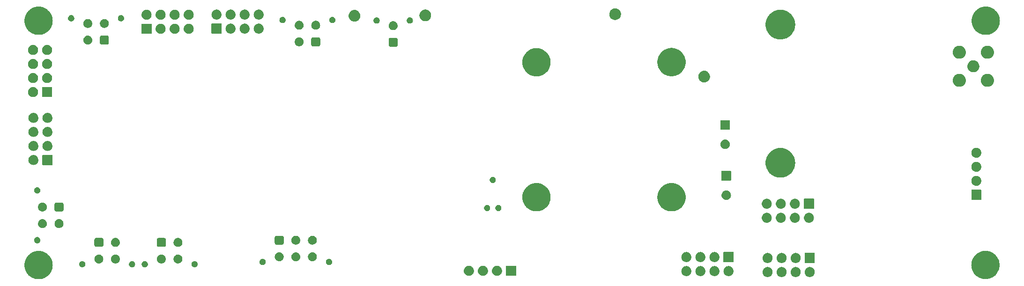
<source format=gbr>
G04 #@! TF.GenerationSoftware,KiCad,Pcbnew,7.0.10*
G04 #@! TF.CreationDate,2024-07-22T15:51:58-07:00*
G04 #@! TF.ProjectId,LCP_Controller,4c43505f-436f-46e7-9472-6f6c6c65722e,rev?*
G04 #@! TF.SameCoordinates,Original*
G04 #@! TF.FileFunction,Soldermask,Bot*
G04 #@! TF.FilePolarity,Negative*
%FSLAX46Y46*%
G04 Gerber Fmt 4.6, Leading zero omitted, Abs format (unit mm)*
G04 Created by KiCad (PCBNEW 7.0.10) date 2024-07-22 15:51:58*
%MOMM*%
%LPD*%
G01*
G04 APERTURE LIST*
G04 APERTURE END LIST*
G36*
X130381702Y-133843052D02*
G01*
X130462744Y-133843052D01*
X130537196Y-133852457D01*
X130610541Y-133856894D01*
X130695370Y-133872439D01*
X130781696Y-133883345D01*
X130848559Y-133900512D01*
X130914590Y-133912613D01*
X131003052Y-133940178D01*
X131093084Y-133963295D01*
X131151662Y-133986487D01*
X131209712Y-134004577D01*
X131300128Y-134045270D01*
X131391995Y-134081643D01*
X131441880Y-134109067D01*
X131491585Y-134131438D01*
X131582058Y-134186131D01*
X131673717Y-134236521D01*
X131714857Y-134266411D01*
X131756106Y-134291347D01*
X131844553Y-134360641D01*
X131933805Y-134425486D01*
X131966443Y-134456135D01*
X131999442Y-134481988D01*
X132083702Y-134566248D01*
X132168160Y-134645559D01*
X132192811Y-134675357D01*
X132218011Y-134700557D01*
X132295828Y-134799883D01*
X132373084Y-134893270D01*
X132390534Y-134920767D01*
X132408652Y-134943893D01*
X132477790Y-135058261D01*
X132545345Y-135164711D01*
X132556598Y-135188625D01*
X132568561Y-135208414D01*
X132626753Y-135337712D01*
X132682228Y-135455601D01*
X132688503Y-135474914D01*
X132695422Y-135490287D01*
X132740478Y-135634876D01*
X132781573Y-135761354D01*
X132784229Y-135775278D01*
X132787386Y-135785409D01*
X132817281Y-135948545D01*
X132841814Y-136077147D01*
X132842318Y-136085166D01*
X132843105Y-136089458D01*
X132855983Y-136302362D01*
X132862000Y-136398000D01*
X132855982Y-136493644D01*
X132843105Y-136706541D01*
X132842318Y-136710832D01*
X132841814Y-136718853D01*
X132817277Y-136847478D01*
X132787386Y-137010590D01*
X132784229Y-137020718D01*
X132781573Y-137034646D01*
X132740470Y-137161146D01*
X132695422Y-137305712D01*
X132688504Y-137321082D01*
X132682228Y-137340399D01*
X132626743Y-137458309D01*
X132568561Y-137587585D01*
X132556600Y-137607370D01*
X132545345Y-137631289D01*
X132477777Y-137737758D01*
X132408652Y-137852106D01*
X132390537Y-137875227D01*
X132373084Y-137902730D01*
X132295813Y-137996134D01*
X132218011Y-138095442D01*
X132192815Y-138120637D01*
X132168160Y-138150441D01*
X132083685Y-138229767D01*
X131999442Y-138314011D01*
X131966449Y-138339858D01*
X131933805Y-138370514D01*
X131844536Y-138435371D01*
X131756106Y-138504652D01*
X131714865Y-138529582D01*
X131673717Y-138559479D01*
X131582040Y-138609878D01*
X131491585Y-138664561D01*
X131441890Y-138686926D01*
X131391995Y-138714357D01*
X131300109Y-138750737D01*
X131209712Y-138791422D01*
X131151674Y-138809507D01*
X131093084Y-138832705D01*
X131003033Y-138855825D01*
X130914590Y-138883386D01*
X130848573Y-138895483D01*
X130781696Y-138912655D01*
X130695352Y-138923562D01*
X130610541Y-138939105D01*
X130537211Y-138943540D01*
X130462744Y-138952948D01*
X130381685Y-138952948D01*
X130302000Y-138957768D01*
X130222314Y-138952948D01*
X130141256Y-138952948D01*
X130066788Y-138943540D01*
X129993458Y-138939105D01*
X129908644Y-138923562D01*
X129822304Y-138912655D01*
X129755429Y-138895484D01*
X129689409Y-138883386D01*
X129600960Y-138855824D01*
X129510916Y-138832705D01*
X129452329Y-138809508D01*
X129394287Y-138791422D01*
X129303881Y-138750733D01*
X129212005Y-138714357D01*
X129162114Y-138686929D01*
X129112414Y-138664561D01*
X129021948Y-138609872D01*
X128930283Y-138559479D01*
X128889139Y-138529586D01*
X128847893Y-138504652D01*
X128759450Y-138435361D01*
X128670195Y-138370514D01*
X128637555Y-138339863D01*
X128604557Y-138314011D01*
X128520297Y-138229751D01*
X128435840Y-138150441D01*
X128411188Y-138120642D01*
X128385988Y-138095442D01*
X128308167Y-137996111D01*
X128230916Y-137902730D01*
X128213466Y-137875234D01*
X128195347Y-137852106D01*
X128126201Y-137737725D01*
X128058655Y-137631289D01*
X128047403Y-137607377D01*
X128035438Y-137587585D01*
X127977233Y-137458261D01*
X127921772Y-137340399D01*
X127915498Y-137321090D01*
X127908577Y-137305712D01*
X127863505Y-137161071D01*
X127822427Y-137034646D01*
X127819771Y-137020726D01*
X127816613Y-137010590D01*
X127786697Y-136847345D01*
X127762186Y-136718853D01*
X127761681Y-136710840D01*
X127760894Y-136706541D01*
X127747991Y-136493232D01*
X127742000Y-136398000D01*
X127747990Y-136302774D01*
X127760894Y-136089458D01*
X127761681Y-136085158D01*
X127762186Y-136077147D01*
X127786692Y-135948679D01*
X127816613Y-135785409D01*
X127819772Y-135775270D01*
X127822427Y-135761354D01*
X127863497Y-135634951D01*
X127908577Y-135490287D01*
X127915499Y-135474906D01*
X127921772Y-135455601D01*
X127977223Y-135337760D01*
X128035438Y-135208414D01*
X128047405Y-135188617D01*
X128058655Y-135164711D01*
X128126188Y-135058295D01*
X128195347Y-134943893D01*
X128213469Y-134920760D01*
X128230916Y-134893270D01*
X128308152Y-134799906D01*
X128385988Y-134700557D01*
X128411193Y-134675351D01*
X128435840Y-134645559D01*
X128520281Y-134566263D01*
X128604557Y-134481988D01*
X128637561Y-134456130D01*
X128670195Y-134425486D01*
X128759432Y-134360651D01*
X128847893Y-134291347D01*
X128889147Y-134266407D01*
X128930283Y-134236521D01*
X129021930Y-134186137D01*
X129112414Y-134131438D01*
X129162124Y-134109065D01*
X129212005Y-134081643D01*
X129303863Y-134045273D01*
X129394287Y-134004577D01*
X129452341Y-133986486D01*
X129510916Y-133963295D01*
X129600942Y-133940180D01*
X129689409Y-133912613D01*
X129755442Y-133900511D01*
X129822304Y-133883345D01*
X129908626Y-133872439D01*
X129993458Y-133856894D01*
X130066804Y-133852457D01*
X130141256Y-133843052D01*
X130222298Y-133843052D01*
X130302000Y-133838231D01*
X130381702Y-133843052D01*
G37*
G36*
X301526902Y-133817652D02*
G01*
X301607944Y-133817652D01*
X301682396Y-133827057D01*
X301755741Y-133831494D01*
X301840570Y-133847039D01*
X301926896Y-133857945D01*
X301993759Y-133875112D01*
X302059790Y-133887213D01*
X302148252Y-133914778D01*
X302238284Y-133937895D01*
X302296862Y-133961087D01*
X302354912Y-133979177D01*
X302445328Y-134019870D01*
X302537195Y-134056243D01*
X302587080Y-134083667D01*
X302636785Y-134106038D01*
X302727258Y-134160731D01*
X302818917Y-134211121D01*
X302860057Y-134241011D01*
X302901306Y-134265947D01*
X302989753Y-134335241D01*
X303079005Y-134400086D01*
X303111643Y-134430735D01*
X303144642Y-134456588D01*
X303228902Y-134540848D01*
X303313360Y-134620159D01*
X303338011Y-134649957D01*
X303363211Y-134675157D01*
X303441028Y-134774483D01*
X303518284Y-134867870D01*
X303535734Y-134895367D01*
X303553852Y-134918493D01*
X303622990Y-135032861D01*
X303690545Y-135139311D01*
X303701798Y-135163225D01*
X303713761Y-135183014D01*
X303771953Y-135312312D01*
X303827428Y-135430201D01*
X303833703Y-135449514D01*
X303840622Y-135464887D01*
X303885678Y-135609476D01*
X303926773Y-135735954D01*
X303929429Y-135749878D01*
X303932586Y-135760009D01*
X303962481Y-135923145D01*
X303987014Y-136051747D01*
X303987518Y-136059766D01*
X303988305Y-136064058D01*
X304001183Y-136276962D01*
X304007200Y-136372600D01*
X304001182Y-136468244D01*
X303988305Y-136681141D01*
X303987518Y-136685432D01*
X303987014Y-136693453D01*
X303962477Y-136822078D01*
X303932586Y-136985190D01*
X303929429Y-136995318D01*
X303926773Y-137009246D01*
X303885670Y-137135746D01*
X303840622Y-137280312D01*
X303833704Y-137295682D01*
X303827428Y-137314999D01*
X303771943Y-137432909D01*
X303713761Y-137562185D01*
X303701800Y-137581970D01*
X303690545Y-137605889D01*
X303622977Y-137712358D01*
X303553852Y-137826706D01*
X303535737Y-137849827D01*
X303518284Y-137877330D01*
X303441013Y-137970734D01*
X303363211Y-138070042D01*
X303338015Y-138095237D01*
X303313360Y-138125041D01*
X303228885Y-138204367D01*
X303144642Y-138288611D01*
X303111649Y-138314458D01*
X303079005Y-138345114D01*
X302989736Y-138409971D01*
X302901306Y-138479252D01*
X302860065Y-138504182D01*
X302818917Y-138534079D01*
X302727240Y-138584478D01*
X302636785Y-138639161D01*
X302587090Y-138661526D01*
X302537195Y-138688957D01*
X302445309Y-138725337D01*
X302354912Y-138766022D01*
X302296874Y-138784107D01*
X302238284Y-138807305D01*
X302148233Y-138830425D01*
X302059790Y-138857986D01*
X301993773Y-138870083D01*
X301926896Y-138887255D01*
X301840552Y-138898162D01*
X301755741Y-138913705D01*
X301682411Y-138918140D01*
X301607944Y-138927548D01*
X301526885Y-138927548D01*
X301447200Y-138932368D01*
X301367514Y-138927548D01*
X301286456Y-138927548D01*
X301211988Y-138918140D01*
X301138658Y-138913705D01*
X301053844Y-138898162D01*
X300967504Y-138887255D01*
X300900629Y-138870084D01*
X300834609Y-138857986D01*
X300746160Y-138830424D01*
X300656116Y-138807305D01*
X300597529Y-138784108D01*
X300539487Y-138766022D01*
X300449081Y-138725333D01*
X300357205Y-138688957D01*
X300307314Y-138661529D01*
X300257614Y-138639161D01*
X300167148Y-138584472D01*
X300075483Y-138534079D01*
X300034339Y-138504186D01*
X299993093Y-138479252D01*
X299904650Y-138409961D01*
X299815395Y-138345114D01*
X299782755Y-138314463D01*
X299749757Y-138288611D01*
X299665497Y-138204351D01*
X299581040Y-138125041D01*
X299556388Y-138095242D01*
X299531188Y-138070042D01*
X299453367Y-137970711D01*
X299376116Y-137877330D01*
X299358666Y-137849834D01*
X299340547Y-137826706D01*
X299271401Y-137712325D01*
X299203855Y-137605889D01*
X299192603Y-137581977D01*
X299180638Y-137562185D01*
X299122433Y-137432861D01*
X299066972Y-137314999D01*
X299060698Y-137295690D01*
X299053777Y-137280312D01*
X299008705Y-137135671D01*
X298967627Y-137009246D01*
X298964971Y-136995326D01*
X298961813Y-136985190D01*
X298931897Y-136821945D01*
X298907386Y-136693453D01*
X298906881Y-136685440D01*
X298906094Y-136681141D01*
X298893191Y-136467832D01*
X298887200Y-136372600D01*
X298893190Y-136277374D01*
X298906094Y-136064058D01*
X298906881Y-136059758D01*
X298907386Y-136051747D01*
X298931892Y-135923279D01*
X298961813Y-135760009D01*
X298964972Y-135749870D01*
X298967627Y-135735954D01*
X299008697Y-135609551D01*
X299053777Y-135464887D01*
X299060699Y-135449506D01*
X299066972Y-135430201D01*
X299122423Y-135312360D01*
X299180638Y-135183014D01*
X299192605Y-135163217D01*
X299203855Y-135139311D01*
X299271388Y-135032895D01*
X299340547Y-134918493D01*
X299358669Y-134895360D01*
X299376116Y-134867870D01*
X299453352Y-134774506D01*
X299531188Y-134675157D01*
X299556393Y-134649951D01*
X299581040Y-134620159D01*
X299665481Y-134540863D01*
X299749757Y-134456588D01*
X299782761Y-134430730D01*
X299815395Y-134400086D01*
X299904632Y-134335251D01*
X299993093Y-134265947D01*
X300034347Y-134241007D01*
X300075483Y-134211121D01*
X300167130Y-134160737D01*
X300257614Y-134106038D01*
X300307324Y-134083665D01*
X300357205Y-134056243D01*
X300449063Y-134019873D01*
X300539487Y-133979177D01*
X300597541Y-133961086D01*
X300656116Y-133937895D01*
X300746142Y-133914780D01*
X300834609Y-133887213D01*
X300900642Y-133875111D01*
X300967504Y-133857945D01*
X301053826Y-133847039D01*
X301138658Y-133831494D01*
X301212004Y-133827057D01*
X301286456Y-133817652D01*
X301367498Y-133817652D01*
X301447200Y-133812831D01*
X301526902Y-133817652D01*
G37*
G36*
X262111579Y-136757985D02*
G01*
X262162321Y-136757985D01*
X262206133Y-136767297D01*
X262244606Y-136771087D01*
X262292947Y-136785750D01*
X262348405Y-136797539D01*
X262383888Y-136813337D01*
X262415209Y-136822838D01*
X262464977Y-136849440D01*
X262522200Y-136874917D01*
X262548808Y-136894248D01*
X262572426Y-136906873D01*
X262620603Y-136946410D01*
X262676109Y-136986738D01*
X262694130Y-137006752D01*
X262710232Y-137019967D01*
X262753502Y-137072692D01*
X262803405Y-137128115D01*
X262813889Y-137146274D01*
X262823326Y-137157773D01*
X262858243Y-137223097D01*
X262898526Y-137292870D01*
X262903158Y-137307128D01*
X262907361Y-137314990D01*
X262930523Y-137391346D01*
X262957314Y-137473800D01*
X262958257Y-137482775D01*
X262959112Y-137485593D01*
X262967427Y-137570024D01*
X262977200Y-137663000D01*
X262967426Y-137755982D01*
X262959112Y-137840406D01*
X262958257Y-137843222D01*
X262957314Y-137852200D01*
X262930518Y-137934667D01*
X262907361Y-138011009D01*
X262903159Y-138018869D01*
X262898526Y-138033130D01*
X262858235Y-138102914D01*
X262823326Y-138168226D01*
X262813891Y-138179722D01*
X262803405Y-138197885D01*
X262753493Y-138253317D01*
X262710232Y-138306032D01*
X262694133Y-138319243D01*
X262676109Y-138339262D01*
X262620592Y-138379596D01*
X262572426Y-138419126D01*
X262548813Y-138431747D01*
X262522200Y-138451083D01*
X262464966Y-138476564D01*
X262415209Y-138503161D01*
X262383895Y-138512659D01*
X262348405Y-138528461D01*
X262292936Y-138540251D01*
X262244606Y-138554912D01*
X262206142Y-138558700D01*
X262162321Y-138568015D01*
X262111569Y-138568015D01*
X262067200Y-138572385D01*
X262022830Y-138568015D01*
X261972079Y-138568015D01*
X261928258Y-138558700D01*
X261889793Y-138554912D01*
X261841460Y-138540250D01*
X261785995Y-138528461D01*
X261750506Y-138512660D01*
X261719190Y-138503161D01*
X261669427Y-138476562D01*
X261612200Y-138451083D01*
X261585589Y-138431749D01*
X261561973Y-138419126D01*
X261513798Y-138379590D01*
X261458291Y-138339262D01*
X261440269Y-138319246D01*
X261424167Y-138306032D01*
X261380895Y-138253305D01*
X261330995Y-138197885D01*
X261320511Y-138179726D01*
X261311073Y-138168226D01*
X261276150Y-138102891D01*
X261235874Y-138033130D01*
X261231241Y-138018873D01*
X261227038Y-138011009D01*
X261203866Y-137934621D01*
X261177086Y-137852200D01*
X261176142Y-137843227D01*
X261175287Y-137840406D01*
X261166957Y-137755831D01*
X261157200Y-137663000D01*
X261166956Y-137570175D01*
X261175287Y-137485593D01*
X261176143Y-137482770D01*
X261177086Y-137473800D01*
X261203861Y-137391392D01*
X261227038Y-137314990D01*
X261231242Y-137307123D01*
X261235874Y-137292870D01*
X261276143Y-137223121D01*
X261311073Y-137157773D01*
X261320513Y-137146269D01*
X261330995Y-137128115D01*
X261380886Y-137072705D01*
X261424167Y-137019967D01*
X261440272Y-137006749D01*
X261458291Y-136986738D01*
X261513788Y-136946417D01*
X261561973Y-136906873D01*
X261585594Y-136894246D01*
X261612200Y-136874917D01*
X261669416Y-136849442D01*
X261719190Y-136822838D01*
X261750513Y-136813336D01*
X261785995Y-136797539D01*
X261841449Y-136785751D01*
X261889793Y-136771087D01*
X261928267Y-136767297D01*
X261972079Y-136757985D01*
X262022820Y-136757985D01*
X262067200Y-136753614D01*
X262111579Y-136757985D01*
G37*
G36*
X264651579Y-136757985D02*
G01*
X264702321Y-136757985D01*
X264746133Y-136767297D01*
X264784606Y-136771087D01*
X264832947Y-136785750D01*
X264888405Y-136797539D01*
X264923888Y-136813337D01*
X264955209Y-136822838D01*
X265004977Y-136849440D01*
X265062200Y-136874917D01*
X265088808Y-136894248D01*
X265112426Y-136906873D01*
X265160603Y-136946410D01*
X265216109Y-136986738D01*
X265234130Y-137006752D01*
X265250232Y-137019967D01*
X265293502Y-137072692D01*
X265343405Y-137128115D01*
X265353889Y-137146274D01*
X265363326Y-137157773D01*
X265398243Y-137223097D01*
X265438526Y-137292870D01*
X265443158Y-137307128D01*
X265447361Y-137314990D01*
X265470523Y-137391346D01*
X265497314Y-137473800D01*
X265498257Y-137482775D01*
X265499112Y-137485593D01*
X265507427Y-137570024D01*
X265517200Y-137663000D01*
X265507426Y-137755982D01*
X265499112Y-137840406D01*
X265498257Y-137843222D01*
X265497314Y-137852200D01*
X265470518Y-137934667D01*
X265447361Y-138011009D01*
X265443159Y-138018869D01*
X265438526Y-138033130D01*
X265398235Y-138102914D01*
X265363326Y-138168226D01*
X265353891Y-138179722D01*
X265343405Y-138197885D01*
X265293493Y-138253317D01*
X265250232Y-138306032D01*
X265234133Y-138319243D01*
X265216109Y-138339262D01*
X265160592Y-138379596D01*
X265112426Y-138419126D01*
X265088813Y-138431747D01*
X265062200Y-138451083D01*
X265004966Y-138476564D01*
X264955209Y-138503161D01*
X264923895Y-138512659D01*
X264888405Y-138528461D01*
X264832936Y-138540251D01*
X264784606Y-138554912D01*
X264746142Y-138558700D01*
X264702321Y-138568015D01*
X264651569Y-138568015D01*
X264607200Y-138572385D01*
X264562830Y-138568015D01*
X264512079Y-138568015D01*
X264468258Y-138558700D01*
X264429793Y-138554912D01*
X264381460Y-138540250D01*
X264325995Y-138528461D01*
X264290506Y-138512660D01*
X264259190Y-138503161D01*
X264209427Y-138476562D01*
X264152200Y-138451083D01*
X264125589Y-138431749D01*
X264101973Y-138419126D01*
X264053798Y-138379590D01*
X263998291Y-138339262D01*
X263980269Y-138319246D01*
X263964167Y-138306032D01*
X263920895Y-138253305D01*
X263870995Y-138197885D01*
X263860511Y-138179726D01*
X263851073Y-138168226D01*
X263816150Y-138102891D01*
X263775874Y-138033130D01*
X263771241Y-138018873D01*
X263767038Y-138011009D01*
X263743866Y-137934621D01*
X263717086Y-137852200D01*
X263716142Y-137843227D01*
X263715287Y-137840406D01*
X263706957Y-137755831D01*
X263697200Y-137663000D01*
X263706956Y-137570175D01*
X263715287Y-137485593D01*
X263716143Y-137482770D01*
X263717086Y-137473800D01*
X263743861Y-137391392D01*
X263767038Y-137314990D01*
X263771242Y-137307123D01*
X263775874Y-137292870D01*
X263816143Y-137223121D01*
X263851073Y-137157773D01*
X263860513Y-137146269D01*
X263870995Y-137128115D01*
X263920886Y-137072705D01*
X263964167Y-137019967D01*
X263980272Y-137006749D01*
X263998291Y-136986738D01*
X264053788Y-136946417D01*
X264101973Y-136906873D01*
X264125594Y-136894246D01*
X264152200Y-136874917D01*
X264209416Y-136849442D01*
X264259190Y-136822838D01*
X264290513Y-136813336D01*
X264325995Y-136797539D01*
X264381449Y-136785751D01*
X264429793Y-136771087D01*
X264468267Y-136767297D01*
X264512079Y-136757985D01*
X264562820Y-136757985D01*
X264607200Y-136753614D01*
X264651579Y-136757985D01*
G37*
G36*
X267191579Y-136757985D02*
G01*
X267242321Y-136757985D01*
X267286133Y-136767297D01*
X267324606Y-136771087D01*
X267372947Y-136785750D01*
X267428405Y-136797539D01*
X267463888Y-136813337D01*
X267495209Y-136822838D01*
X267544977Y-136849440D01*
X267602200Y-136874917D01*
X267628808Y-136894248D01*
X267652426Y-136906873D01*
X267700603Y-136946410D01*
X267756109Y-136986738D01*
X267774130Y-137006752D01*
X267790232Y-137019967D01*
X267833502Y-137072692D01*
X267883405Y-137128115D01*
X267893889Y-137146274D01*
X267903326Y-137157773D01*
X267938243Y-137223097D01*
X267978526Y-137292870D01*
X267983158Y-137307128D01*
X267987361Y-137314990D01*
X268010523Y-137391346D01*
X268037314Y-137473800D01*
X268038257Y-137482775D01*
X268039112Y-137485593D01*
X268047427Y-137570024D01*
X268057200Y-137663000D01*
X268047426Y-137755982D01*
X268039112Y-137840406D01*
X268038257Y-137843222D01*
X268037314Y-137852200D01*
X268010518Y-137934667D01*
X267987361Y-138011009D01*
X267983159Y-138018869D01*
X267978526Y-138033130D01*
X267938235Y-138102914D01*
X267903326Y-138168226D01*
X267893891Y-138179722D01*
X267883405Y-138197885D01*
X267833493Y-138253317D01*
X267790232Y-138306032D01*
X267774133Y-138319243D01*
X267756109Y-138339262D01*
X267700592Y-138379596D01*
X267652426Y-138419126D01*
X267628813Y-138431747D01*
X267602200Y-138451083D01*
X267544966Y-138476564D01*
X267495209Y-138503161D01*
X267463895Y-138512659D01*
X267428405Y-138528461D01*
X267372936Y-138540251D01*
X267324606Y-138554912D01*
X267286142Y-138558700D01*
X267242321Y-138568015D01*
X267191569Y-138568015D01*
X267147200Y-138572385D01*
X267102830Y-138568015D01*
X267052079Y-138568015D01*
X267008258Y-138558700D01*
X266969793Y-138554912D01*
X266921460Y-138540250D01*
X266865995Y-138528461D01*
X266830506Y-138512660D01*
X266799190Y-138503161D01*
X266749427Y-138476562D01*
X266692200Y-138451083D01*
X266665589Y-138431749D01*
X266641973Y-138419126D01*
X266593798Y-138379590D01*
X266538291Y-138339262D01*
X266520269Y-138319246D01*
X266504167Y-138306032D01*
X266460895Y-138253305D01*
X266410995Y-138197885D01*
X266400511Y-138179726D01*
X266391073Y-138168226D01*
X266356150Y-138102891D01*
X266315874Y-138033130D01*
X266311241Y-138018873D01*
X266307038Y-138011009D01*
X266283866Y-137934621D01*
X266257086Y-137852200D01*
X266256142Y-137843227D01*
X266255287Y-137840406D01*
X266246957Y-137755831D01*
X266237200Y-137663000D01*
X266246956Y-137570175D01*
X266255287Y-137485593D01*
X266256143Y-137482770D01*
X266257086Y-137473800D01*
X266283861Y-137391392D01*
X266307038Y-137314990D01*
X266311242Y-137307123D01*
X266315874Y-137292870D01*
X266356143Y-137223121D01*
X266391073Y-137157773D01*
X266400513Y-137146269D01*
X266410995Y-137128115D01*
X266460886Y-137072705D01*
X266504167Y-137019967D01*
X266520272Y-137006749D01*
X266538291Y-136986738D01*
X266593788Y-136946417D01*
X266641973Y-136906873D01*
X266665594Y-136894246D01*
X266692200Y-136874917D01*
X266749416Y-136849442D01*
X266799190Y-136822838D01*
X266830513Y-136813336D01*
X266865995Y-136797539D01*
X266921449Y-136785751D01*
X266969793Y-136771087D01*
X267008267Y-136767297D01*
X267052079Y-136757985D01*
X267102820Y-136757985D01*
X267147200Y-136753614D01*
X267191579Y-136757985D01*
G37*
G36*
X269731579Y-136757985D02*
G01*
X269782321Y-136757985D01*
X269826133Y-136767297D01*
X269864606Y-136771087D01*
X269912947Y-136785750D01*
X269968405Y-136797539D01*
X270003888Y-136813337D01*
X270035209Y-136822838D01*
X270084977Y-136849440D01*
X270142200Y-136874917D01*
X270168808Y-136894248D01*
X270192426Y-136906873D01*
X270240603Y-136946410D01*
X270296109Y-136986738D01*
X270314130Y-137006752D01*
X270330232Y-137019967D01*
X270373502Y-137072692D01*
X270423405Y-137128115D01*
X270433889Y-137146274D01*
X270443326Y-137157773D01*
X270478243Y-137223097D01*
X270518526Y-137292870D01*
X270523158Y-137307128D01*
X270527361Y-137314990D01*
X270550523Y-137391346D01*
X270577314Y-137473800D01*
X270578257Y-137482775D01*
X270579112Y-137485593D01*
X270587427Y-137570024D01*
X270597200Y-137663000D01*
X270587426Y-137755982D01*
X270579112Y-137840406D01*
X270578257Y-137843222D01*
X270577314Y-137852200D01*
X270550518Y-137934667D01*
X270527361Y-138011009D01*
X270523159Y-138018869D01*
X270518526Y-138033130D01*
X270478235Y-138102914D01*
X270443326Y-138168226D01*
X270433891Y-138179722D01*
X270423405Y-138197885D01*
X270373493Y-138253317D01*
X270330232Y-138306032D01*
X270314133Y-138319243D01*
X270296109Y-138339262D01*
X270240592Y-138379596D01*
X270192426Y-138419126D01*
X270168813Y-138431747D01*
X270142200Y-138451083D01*
X270084966Y-138476564D01*
X270035209Y-138503161D01*
X270003895Y-138512659D01*
X269968405Y-138528461D01*
X269912936Y-138540251D01*
X269864606Y-138554912D01*
X269826142Y-138558700D01*
X269782321Y-138568015D01*
X269731569Y-138568015D01*
X269687200Y-138572385D01*
X269642830Y-138568015D01*
X269592079Y-138568015D01*
X269548258Y-138558700D01*
X269509793Y-138554912D01*
X269461460Y-138540250D01*
X269405995Y-138528461D01*
X269370506Y-138512660D01*
X269339190Y-138503161D01*
X269289427Y-138476562D01*
X269232200Y-138451083D01*
X269205589Y-138431749D01*
X269181973Y-138419126D01*
X269133798Y-138379590D01*
X269078291Y-138339262D01*
X269060269Y-138319246D01*
X269044167Y-138306032D01*
X269000895Y-138253305D01*
X268950995Y-138197885D01*
X268940511Y-138179726D01*
X268931073Y-138168226D01*
X268896150Y-138102891D01*
X268855874Y-138033130D01*
X268851241Y-138018873D01*
X268847038Y-138011009D01*
X268823866Y-137934621D01*
X268797086Y-137852200D01*
X268796142Y-137843227D01*
X268795287Y-137840406D01*
X268786957Y-137755831D01*
X268777200Y-137663000D01*
X268786956Y-137570175D01*
X268795287Y-137485593D01*
X268796143Y-137482770D01*
X268797086Y-137473800D01*
X268823861Y-137391392D01*
X268847038Y-137314990D01*
X268851242Y-137307123D01*
X268855874Y-137292870D01*
X268896143Y-137223121D01*
X268931073Y-137157773D01*
X268940513Y-137146269D01*
X268950995Y-137128115D01*
X269000886Y-137072705D01*
X269044167Y-137019967D01*
X269060272Y-137006749D01*
X269078291Y-136986738D01*
X269133788Y-136946417D01*
X269181973Y-136906873D01*
X269205594Y-136894246D01*
X269232200Y-136874917D01*
X269289416Y-136849442D01*
X269339190Y-136822838D01*
X269370513Y-136813336D01*
X269405995Y-136797539D01*
X269461449Y-136785751D01*
X269509793Y-136771087D01*
X269548267Y-136767297D01*
X269592079Y-136757985D01*
X269642820Y-136757985D01*
X269687200Y-136753614D01*
X269731579Y-136757985D01*
G37*
G36*
X247430379Y-136580185D02*
G01*
X247481121Y-136580185D01*
X247524933Y-136589497D01*
X247563406Y-136593287D01*
X247611747Y-136607950D01*
X247667205Y-136619739D01*
X247702688Y-136635537D01*
X247734009Y-136645038D01*
X247783777Y-136671640D01*
X247841000Y-136697117D01*
X247867608Y-136716448D01*
X247891226Y-136729073D01*
X247939403Y-136768610D01*
X247994909Y-136808938D01*
X248012930Y-136828952D01*
X248029032Y-136842167D01*
X248072302Y-136894892D01*
X248122205Y-136950315D01*
X248132689Y-136968474D01*
X248142126Y-136979973D01*
X248177043Y-137045297D01*
X248217326Y-137115070D01*
X248221958Y-137129328D01*
X248226161Y-137137190D01*
X248249323Y-137213546D01*
X248276114Y-137296000D01*
X248277057Y-137304975D01*
X248277912Y-137307793D01*
X248286227Y-137392224D01*
X248296000Y-137485200D01*
X248286226Y-137578182D01*
X248277912Y-137662606D01*
X248277057Y-137665422D01*
X248276114Y-137674400D01*
X248249318Y-137756867D01*
X248226161Y-137833209D01*
X248221959Y-137841069D01*
X248217326Y-137855330D01*
X248177035Y-137925114D01*
X248142126Y-137990426D01*
X248132691Y-138001922D01*
X248122205Y-138020085D01*
X248072293Y-138075517D01*
X248029032Y-138128232D01*
X248012933Y-138141443D01*
X247994909Y-138161462D01*
X247939392Y-138201796D01*
X247891226Y-138241326D01*
X247867613Y-138253947D01*
X247841000Y-138273283D01*
X247783766Y-138298764D01*
X247734009Y-138325361D01*
X247702695Y-138334859D01*
X247667205Y-138350661D01*
X247611736Y-138362451D01*
X247563406Y-138377112D01*
X247524942Y-138380900D01*
X247481121Y-138390215D01*
X247430369Y-138390215D01*
X247386000Y-138394585D01*
X247341630Y-138390215D01*
X247290879Y-138390215D01*
X247247058Y-138380900D01*
X247208593Y-138377112D01*
X247160260Y-138362450D01*
X247104795Y-138350661D01*
X247069306Y-138334860D01*
X247037990Y-138325361D01*
X246988227Y-138298762D01*
X246931000Y-138273283D01*
X246904389Y-138253949D01*
X246880773Y-138241326D01*
X246832598Y-138201790D01*
X246777091Y-138161462D01*
X246759069Y-138141446D01*
X246742967Y-138128232D01*
X246699695Y-138075505D01*
X246649795Y-138020085D01*
X246639311Y-138001926D01*
X246629873Y-137990426D01*
X246594950Y-137925091D01*
X246554674Y-137855330D01*
X246550041Y-137841073D01*
X246545838Y-137833209D01*
X246522666Y-137756821D01*
X246495886Y-137674400D01*
X246494942Y-137665427D01*
X246494087Y-137662606D01*
X246485757Y-137578031D01*
X246476000Y-137485200D01*
X246485756Y-137392375D01*
X246494087Y-137307793D01*
X246494943Y-137304970D01*
X246495886Y-137296000D01*
X246522661Y-137213592D01*
X246545838Y-137137190D01*
X246550042Y-137129323D01*
X246554674Y-137115070D01*
X246594943Y-137045321D01*
X246629873Y-136979973D01*
X246639313Y-136968469D01*
X246649795Y-136950315D01*
X246699686Y-136894905D01*
X246742967Y-136842167D01*
X246759072Y-136828949D01*
X246777091Y-136808938D01*
X246832588Y-136768617D01*
X246880773Y-136729073D01*
X246904394Y-136716446D01*
X246931000Y-136697117D01*
X246988216Y-136671642D01*
X247037990Y-136645038D01*
X247069313Y-136635536D01*
X247104795Y-136619739D01*
X247160249Y-136607951D01*
X247208593Y-136593287D01*
X247247067Y-136589497D01*
X247290879Y-136580185D01*
X247341620Y-136580185D01*
X247386000Y-136575814D01*
X247430379Y-136580185D01*
G37*
G36*
X249970379Y-136580185D02*
G01*
X250021121Y-136580185D01*
X250064933Y-136589497D01*
X250103406Y-136593287D01*
X250151747Y-136607950D01*
X250207205Y-136619739D01*
X250242688Y-136635537D01*
X250274009Y-136645038D01*
X250323777Y-136671640D01*
X250381000Y-136697117D01*
X250407608Y-136716448D01*
X250431226Y-136729073D01*
X250479403Y-136768610D01*
X250534909Y-136808938D01*
X250552930Y-136828952D01*
X250569032Y-136842167D01*
X250612302Y-136894892D01*
X250662205Y-136950315D01*
X250672689Y-136968474D01*
X250682126Y-136979973D01*
X250717043Y-137045297D01*
X250757326Y-137115070D01*
X250761958Y-137129328D01*
X250766161Y-137137190D01*
X250789323Y-137213546D01*
X250816114Y-137296000D01*
X250817057Y-137304975D01*
X250817912Y-137307793D01*
X250826227Y-137392224D01*
X250836000Y-137485200D01*
X250826226Y-137578182D01*
X250817912Y-137662606D01*
X250817057Y-137665422D01*
X250816114Y-137674400D01*
X250789318Y-137756867D01*
X250766161Y-137833209D01*
X250761959Y-137841069D01*
X250757326Y-137855330D01*
X250717035Y-137925114D01*
X250682126Y-137990426D01*
X250672691Y-138001922D01*
X250662205Y-138020085D01*
X250612293Y-138075517D01*
X250569032Y-138128232D01*
X250552933Y-138141443D01*
X250534909Y-138161462D01*
X250479392Y-138201796D01*
X250431226Y-138241326D01*
X250407613Y-138253947D01*
X250381000Y-138273283D01*
X250323766Y-138298764D01*
X250274009Y-138325361D01*
X250242695Y-138334859D01*
X250207205Y-138350661D01*
X250151736Y-138362451D01*
X250103406Y-138377112D01*
X250064942Y-138380900D01*
X250021121Y-138390215D01*
X249970369Y-138390215D01*
X249926000Y-138394585D01*
X249881630Y-138390215D01*
X249830879Y-138390215D01*
X249787058Y-138380900D01*
X249748593Y-138377112D01*
X249700260Y-138362450D01*
X249644795Y-138350661D01*
X249609306Y-138334860D01*
X249577990Y-138325361D01*
X249528227Y-138298762D01*
X249471000Y-138273283D01*
X249444389Y-138253949D01*
X249420773Y-138241326D01*
X249372598Y-138201790D01*
X249317091Y-138161462D01*
X249299069Y-138141446D01*
X249282967Y-138128232D01*
X249239695Y-138075505D01*
X249189795Y-138020085D01*
X249179311Y-138001926D01*
X249169873Y-137990426D01*
X249134950Y-137925091D01*
X249094674Y-137855330D01*
X249090041Y-137841073D01*
X249085838Y-137833209D01*
X249062666Y-137756821D01*
X249035886Y-137674400D01*
X249034942Y-137665427D01*
X249034087Y-137662606D01*
X249025757Y-137578031D01*
X249016000Y-137485200D01*
X249025756Y-137392375D01*
X249034087Y-137307793D01*
X249034943Y-137304970D01*
X249035886Y-137296000D01*
X249062661Y-137213592D01*
X249085838Y-137137190D01*
X249090042Y-137129323D01*
X249094674Y-137115070D01*
X249134943Y-137045321D01*
X249169873Y-136979973D01*
X249179313Y-136968469D01*
X249189795Y-136950315D01*
X249239686Y-136894905D01*
X249282967Y-136842167D01*
X249299072Y-136828949D01*
X249317091Y-136808938D01*
X249372588Y-136768617D01*
X249420773Y-136729073D01*
X249444394Y-136716446D01*
X249471000Y-136697117D01*
X249528216Y-136671642D01*
X249577990Y-136645038D01*
X249609313Y-136635536D01*
X249644795Y-136619739D01*
X249700249Y-136607951D01*
X249748593Y-136593287D01*
X249787067Y-136589497D01*
X249830879Y-136580185D01*
X249881620Y-136580185D01*
X249926000Y-136575814D01*
X249970379Y-136580185D01*
G37*
G36*
X252510379Y-136580185D02*
G01*
X252561121Y-136580185D01*
X252604933Y-136589497D01*
X252643406Y-136593287D01*
X252691747Y-136607950D01*
X252747205Y-136619739D01*
X252782688Y-136635537D01*
X252814009Y-136645038D01*
X252863777Y-136671640D01*
X252921000Y-136697117D01*
X252947608Y-136716448D01*
X252971226Y-136729073D01*
X253019403Y-136768610D01*
X253074909Y-136808938D01*
X253092930Y-136828952D01*
X253109032Y-136842167D01*
X253152302Y-136894892D01*
X253202205Y-136950315D01*
X253212689Y-136968474D01*
X253222126Y-136979973D01*
X253257043Y-137045297D01*
X253297326Y-137115070D01*
X253301958Y-137129328D01*
X253306161Y-137137190D01*
X253329323Y-137213546D01*
X253356114Y-137296000D01*
X253357057Y-137304975D01*
X253357912Y-137307793D01*
X253366227Y-137392224D01*
X253376000Y-137485200D01*
X253366226Y-137578182D01*
X253357912Y-137662606D01*
X253357057Y-137665422D01*
X253356114Y-137674400D01*
X253329318Y-137756867D01*
X253306161Y-137833209D01*
X253301959Y-137841069D01*
X253297326Y-137855330D01*
X253257035Y-137925114D01*
X253222126Y-137990426D01*
X253212691Y-138001922D01*
X253202205Y-138020085D01*
X253152293Y-138075517D01*
X253109032Y-138128232D01*
X253092933Y-138141443D01*
X253074909Y-138161462D01*
X253019392Y-138201796D01*
X252971226Y-138241326D01*
X252947613Y-138253947D01*
X252921000Y-138273283D01*
X252863766Y-138298764D01*
X252814009Y-138325361D01*
X252782695Y-138334859D01*
X252747205Y-138350661D01*
X252691736Y-138362451D01*
X252643406Y-138377112D01*
X252604942Y-138380900D01*
X252561121Y-138390215D01*
X252510369Y-138390215D01*
X252466000Y-138394585D01*
X252421630Y-138390215D01*
X252370879Y-138390215D01*
X252327058Y-138380900D01*
X252288593Y-138377112D01*
X252240260Y-138362450D01*
X252184795Y-138350661D01*
X252149306Y-138334860D01*
X252117990Y-138325361D01*
X252068227Y-138298762D01*
X252011000Y-138273283D01*
X251984389Y-138253949D01*
X251960773Y-138241326D01*
X251912598Y-138201790D01*
X251857091Y-138161462D01*
X251839069Y-138141446D01*
X251822967Y-138128232D01*
X251779695Y-138075505D01*
X251729795Y-138020085D01*
X251719311Y-138001926D01*
X251709873Y-137990426D01*
X251674950Y-137925091D01*
X251634674Y-137855330D01*
X251630041Y-137841073D01*
X251625838Y-137833209D01*
X251602666Y-137756821D01*
X251575886Y-137674400D01*
X251574942Y-137665427D01*
X251574087Y-137662606D01*
X251565757Y-137578031D01*
X251556000Y-137485200D01*
X251565756Y-137392375D01*
X251574087Y-137307793D01*
X251574943Y-137304970D01*
X251575886Y-137296000D01*
X251602661Y-137213592D01*
X251625838Y-137137190D01*
X251630042Y-137129323D01*
X251634674Y-137115070D01*
X251674943Y-137045321D01*
X251709873Y-136979973D01*
X251719313Y-136968469D01*
X251729795Y-136950315D01*
X251779686Y-136894905D01*
X251822967Y-136842167D01*
X251839072Y-136828949D01*
X251857091Y-136808938D01*
X251912588Y-136768617D01*
X251960773Y-136729073D01*
X251984394Y-136716446D01*
X252011000Y-136697117D01*
X252068216Y-136671642D01*
X252117990Y-136645038D01*
X252149313Y-136635536D01*
X252184795Y-136619739D01*
X252240249Y-136607951D01*
X252288593Y-136593287D01*
X252327067Y-136589497D01*
X252370879Y-136580185D01*
X252421620Y-136580185D01*
X252466000Y-136575814D01*
X252510379Y-136580185D01*
G37*
G36*
X255050379Y-136580185D02*
G01*
X255101121Y-136580185D01*
X255144933Y-136589497D01*
X255183406Y-136593287D01*
X255231747Y-136607950D01*
X255287205Y-136619739D01*
X255322688Y-136635537D01*
X255354009Y-136645038D01*
X255403777Y-136671640D01*
X255461000Y-136697117D01*
X255487608Y-136716448D01*
X255511226Y-136729073D01*
X255559403Y-136768610D01*
X255614909Y-136808938D01*
X255632930Y-136828952D01*
X255649032Y-136842167D01*
X255692302Y-136894892D01*
X255742205Y-136950315D01*
X255752689Y-136968474D01*
X255762126Y-136979973D01*
X255797043Y-137045297D01*
X255837326Y-137115070D01*
X255841958Y-137129328D01*
X255846161Y-137137190D01*
X255869323Y-137213546D01*
X255896114Y-137296000D01*
X255897057Y-137304975D01*
X255897912Y-137307793D01*
X255906227Y-137392224D01*
X255916000Y-137485200D01*
X255906226Y-137578182D01*
X255897912Y-137662606D01*
X255897057Y-137665422D01*
X255896114Y-137674400D01*
X255869318Y-137756867D01*
X255846161Y-137833209D01*
X255841959Y-137841069D01*
X255837326Y-137855330D01*
X255797035Y-137925114D01*
X255762126Y-137990426D01*
X255752691Y-138001922D01*
X255742205Y-138020085D01*
X255692293Y-138075517D01*
X255649032Y-138128232D01*
X255632933Y-138141443D01*
X255614909Y-138161462D01*
X255559392Y-138201796D01*
X255511226Y-138241326D01*
X255487613Y-138253947D01*
X255461000Y-138273283D01*
X255403766Y-138298764D01*
X255354009Y-138325361D01*
X255322695Y-138334859D01*
X255287205Y-138350661D01*
X255231736Y-138362451D01*
X255183406Y-138377112D01*
X255144942Y-138380900D01*
X255101121Y-138390215D01*
X255050369Y-138390215D01*
X255006000Y-138394585D01*
X254961630Y-138390215D01*
X254910879Y-138390215D01*
X254867058Y-138380900D01*
X254828593Y-138377112D01*
X254780260Y-138362450D01*
X254724795Y-138350661D01*
X254689306Y-138334860D01*
X254657990Y-138325361D01*
X254608227Y-138298762D01*
X254551000Y-138273283D01*
X254524389Y-138253949D01*
X254500773Y-138241326D01*
X254452598Y-138201790D01*
X254397091Y-138161462D01*
X254379069Y-138141446D01*
X254362967Y-138128232D01*
X254319695Y-138075505D01*
X254269795Y-138020085D01*
X254259311Y-138001926D01*
X254249873Y-137990426D01*
X254214950Y-137925091D01*
X254174674Y-137855330D01*
X254170041Y-137841073D01*
X254165838Y-137833209D01*
X254142666Y-137756821D01*
X254115886Y-137674400D01*
X254114942Y-137665427D01*
X254114087Y-137662606D01*
X254105757Y-137578031D01*
X254096000Y-137485200D01*
X254105756Y-137392375D01*
X254114087Y-137307793D01*
X254114943Y-137304970D01*
X254115886Y-137296000D01*
X254142661Y-137213592D01*
X254165838Y-137137190D01*
X254170042Y-137129323D01*
X254174674Y-137115070D01*
X254214943Y-137045321D01*
X254249873Y-136979973D01*
X254259313Y-136968469D01*
X254269795Y-136950315D01*
X254319686Y-136894905D01*
X254362967Y-136842167D01*
X254379072Y-136828949D01*
X254397091Y-136808938D01*
X254452588Y-136768617D01*
X254500773Y-136729073D01*
X254524394Y-136716446D01*
X254551000Y-136697117D01*
X254608216Y-136671642D01*
X254657990Y-136645038D01*
X254689313Y-136635536D01*
X254724795Y-136619739D01*
X254780249Y-136607951D01*
X254828593Y-136593287D01*
X254867067Y-136589497D01*
X254910879Y-136580185D01*
X254961620Y-136580185D01*
X255006000Y-136575814D01*
X255050379Y-136580185D01*
G37*
G36*
X216569761Y-136533967D02*
G01*
X216589226Y-136546974D01*
X216602233Y-136566439D01*
X216606800Y-136589400D01*
X216606800Y-138289400D01*
X216602233Y-138312361D01*
X216589226Y-138331826D01*
X216569761Y-138344833D01*
X216546800Y-138349400D01*
X214846800Y-138349400D01*
X214823839Y-138344833D01*
X214804374Y-138331826D01*
X214791367Y-138312361D01*
X214786800Y-138289400D01*
X214786800Y-136589400D01*
X214791367Y-136566439D01*
X214804374Y-136546974D01*
X214823839Y-136533967D01*
X214846800Y-136529400D01*
X216546800Y-136529400D01*
X216569761Y-136533967D01*
G37*
G36*
X208121179Y-136534385D02*
G01*
X208171921Y-136534385D01*
X208215733Y-136543697D01*
X208254206Y-136547487D01*
X208302547Y-136562150D01*
X208358005Y-136573939D01*
X208393488Y-136589737D01*
X208424809Y-136599238D01*
X208474577Y-136625840D01*
X208531800Y-136651317D01*
X208558408Y-136670648D01*
X208582026Y-136683273D01*
X208630203Y-136722810D01*
X208685709Y-136763138D01*
X208703730Y-136783152D01*
X208719832Y-136796367D01*
X208763102Y-136849092D01*
X208813005Y-136904515D01*
X208823489Y-136922674D01*
X208832926Y-136934173D01*
X208867843Y-136999497D01*
X208908126Y-137069270D01*
X208912758Y-137083528D01*
X208916961Y-137091390D01*
X208940123Y-137167746D01*
X208966914Y-137250200D01*
X208967857Y-137259175D01*
X208968712Y-137261993D01*
X208977027Y-137346424D01*
X208986800Y-137439400D01*
X208977026Y-137532382D01*
X208968712Y-137616806D01*
X208967857Y-137619622D01*
X208966914Y-137628600D01*
X208940118Y-137711067D01*
X208916961Y-137787409D01*
X208912759Y-137795269D01*
X208908126Y-137809530D01*
X208867835Y-137879314D01*
X208832926Y-137944626D01*
X208823491Y-137956122D01*
X208813005Y-137974285D01*
X208763093Y-138029717D01*
X208719832Y-138082432D01*
X208703733Y-138095643D01*
X208685709Y-138115662D01*
X208630192Y-138155996D01*
X208582026Y-138195526D01*
X208558413Y-138208147D01*
X208531800Y-138227483D01*
X208474566Y-138252964D01*
X208424809Y-138279561D01*
X208393495Y-138289059D01*
X208358005Y-138304861D01*
X208302536Y-138316651D01*
X208254206Y-138331312D01*
X208215742Y-138335100D01*
X208171921Y-138344415D01*
X208121169Y-138344415D01*
X208076800Y-138348785D01*
X208032430Y-138344415D01*
X207981679Y-138344415D01*
X207937858Y-138335100D01*
X207899393Y-138331312D01*
X207851060Y-138316650D01*
X207795595Y-138304861D01*
X207760106Y-138289060D01*
X207728790Y-138279561D01*
X207679027Y-138252962D01*
X207621800Y-138227483D01*
X207595189Y-138208149D01*
X207571573Y-138195526D01*
X207523398Y-138155990D01*
X207467891Y-138115662D01*
X207449869Y-138095646D01*
X207433767Y-138082432D01*
X207390495Y-138029705D01*
X207340595Y-137974285D01*
X207330111Y-137956126D01*
X207320673Y-137944626D01*
X207285750Y-137879291D01*
X207245474Y-137809530D01*
X207240841Y-137795273D01*
X207236638Y-137787409D01*
X207213466Y-137711021D01*
X207186686Y-137628600D01*
X207185742Y-137619627D01*
X207184887Y-137616806D01*
X207176557Y-137532231D01*
X207166800Y-137439400D01*
X207176556Y-137346575D01*
X207184887Y-137261993D01*
X207185743Y-137259170D01*
X207186686Y-137250200D01*
X207213461Y-137167792D01*
X207236638Y-137091390D01*
X207240842Y-137083523D01*
X207245474Y-137069270D01*
X207285743Y-136999521D01*
X207320673Y-136934173D01*
X207330113Y-136922669D01*
X207340595Y-136904515D01*
X207390486Y-136849105D01*
X207433767Y-136796367D01*
X207449872Y-136783149D01*
X207467891Y-136763138D01*
X207523388Y-136722817D01*
X207571573Y-136683273D01*
X207595194Y-136670646D01*
X207621800Y-136651317D01*
X207679016Y-136625842D01*
X207728790Y-136599238D01*
X207760113Y-136589736D01*
X207795595Y-136573939D01*
X207851049Y-136562151D01*
X207899393Y-136547487D01*
X207937867Y-136543697D01*
X207981679Y-136534385D01*
X208032420Y-136534385D01*
X208076800Y-136530014D01*
X208121179Y-136534385D01*
G37*
G36*
X210661179Y-136534385D02*
G01*
X210711921Y-136534385D01*
X210755733Y-136543697D01*
X210794206Y-136547487D01*
X210842547Y-136562150D01*
X210898005Y-136573939D01*
X210933488Y-136589737D01*
X210964809Y-136599238D01*
X211014577Y-136625840D01*
X211071800Y-136651317D01*
X211098408Y-136670648D01*
X211122026Y-136683273D01*
X211170203Y-136722810D01*
X211225709Y-136763138D01*
X211243730Y-136783152D01*
X211259832Y-136796367D01*
X211303102Y-136849092D01*
X211353005Y-136904515D01*
X211363489Y-136922674D01*
X211372926Y-136934173D01*
X211407843Y-136999497D01*
X211448126Y-137069270D01*
X211452758Y-137083528D01*
X211456961Y-137091390D01*
X211480123Y-137167746D01*
X211506914Y-137250200D01*
X211507857Y-137259175D01*
X211508712Y-137261993D01*
X211517027Y-137346424D01*
X211526800Y-137439400D01*
X211517026Y-137532382D01*
X211508712Y-137616806D01*
X211507857Y-137619622D01*
X211506914Y-137628600D01*
X211480118Y-137711067D01*
X211456961Y-137787409D01*
X211452759Y-137795269D01*
X211448126Y-137809530D01*
X211407835Y-137879314D01*
X211372926Y-137944626D01*
X211363491Y-137956122D01*
X211353005Y-137974285D01*
X211303093Y-138029717D01*
X211259832Y-138082432D01*
X211243733Y-138095643D01*
X211225709Y-138115662D01*
X211170192Y-138155996D01*
X211122026Y-138195526D01*
X211098413Y-138208147D01*
X211071800Y-138227483D01*
X211014566Y-138252964D01*
X210964809Y-138279561D01*
X210933495Y-138289059D01*
X210898005Y-138304861D01*
X210842536Y-138316651D01*
X210794206Y-138331312D01*
X210755742Y-138335100D01*
X210711921Y-138344415D01*
X210661169Y-138344415D01*
X210616800Y-138348785D01*
X210572430Y-138344415D01*
X210521679Y-138344415D01*
X210477858Y-138335100D01*
X210439393Y-138331312D01*
X210391060Y-138316650D01*
X210335595Y-138304861D01*
X210300106Y-138289060D01*
X210268790Y-138279561D01*
X210219027Y-138252962D01*
X210161800Y-138227483D01*
X210135189Y-138208149D01*
X210111573Y-138195526D01*
X210063398Y-138155990D01*
X210007891Y-138115662D01*
X209989869Y-138095646D01*
X209973767Y-138082432D01*
X209930495Y-138029705D01*
X209880595Y-137974285D01*
X209870111Y-137956126D01*
X209860673Y-137944626D01*
X209825750Y-137879291D01*
X209785474Y-137809530D01*
X209780841Y-137795273D01*
X209776638Y-137787409D01*
X209753466Y-137711021D01*
X209726686Y-137628600D01*
X209725742Y-137619627D01*
X209724887Y-137616806D01*
X209716557Y-137532231D01*
X209706800Y-137439400D01*
X209716556Y-137346575D01*
X209724887Y-137261993D01*
X209725743Y-137259170D01*
X209726686Y-137250200D01*
X209753461Y-137167792D01*
X209776638Y-137091390D01*
X209780842Y-137083523D01*
X209785474Y-137069270D01*
X209825743Y-136999521D01*
X209860673Y-136934173D01*
X209870113Y-136922669D01*
X209880595Y-136904515D01*
X209930486Y-136849105D01*
X209973767Y-136796367D01*
X209989872Y-136783149D01*
X210007891Y-136763138D01*
X210063388Y-136722817D01*
X210111573Y-136683273D01*
X210135194Y-136670646D01*
X210161800Y-136651317D01*
X210219016Y-136625842D01*
X210268790Y-136599238D01*
X210300113Y-136589736D01*
X210335595Y-136573939D01*
X210391049Y-136562151D01*
X210439393Y-136547487D01*
X210477867Y-136543697D01*
X210521679Y-136534385D01*
X210572420Y-136534385D01*
X210616800Y-136530014D01*
X210661179Y-136534385D01*
G37*
G36*
X213201179Y-136534385D02*
G01*
X213251921Y-136534385D01*
X213295733Y-136543697D01*
X213334206Y-136547487D01*
X213382547Y-136562150D01*
X213438005Y-136573939D01*
X213473488Y-136589737D01*
X213504809Y-136599238D01*
X213554577Y-136625840D01*
X213611800Y-136651317D01*
X213638408Y-136670648D01*
X213662026Y-136683273D01*
X213710203Y-136722810D01*
X213765709Y-136763138D01*
X213783730Y-136783152D01*
X213799832Y-136796367D01*
X213843102Y-136849092D01*
X213893005Y-136904515D01*
X213903489Y-136922674D01*
X213912926Y-136934173D01*
X213947843Y-136999497D01*
X213988126Y-137069270D01*
X213992758Y-137083528D01*
X213996961Y-137091390D01*
X214020123Y-137167746D01*
X214046914Y-137250200D01*
X214047857Y-137259175D01*
X214048712Y-137261993D01*
X214057027Y-137346424D01*
X214066800Y-137439400D01*
X214057026Y-137532382D01*
X214048712Y-137616806D01*
X214047857Y-137619622D01*
X214046914Y-137628600D01*
X214020118Y-137711067D01*
X213996961Y-137787409D01*
X213992759Y-137795269D01*
X213988126Y-137809530D01*
X213947835Y-137879314D01*
X213912926Y-137944626D01*
X213903491Y-137956122D01*
X213893005Y-137974285D01*
X213843093Y-138029717D01*
X213799832Y-138082432D01*
X213783733Y-138095643D01*
X213765709Y-138115662D01*
X213710192Y-138155996D01*
X213662026Y-138195526D01*
X213638413Y-138208147D01*
X213611800Y-138227483D01*
X213554566Y-138252964D01*
X213504809Y-138279561D01*
X213473495Y-138289059D01*
X213438005Y-138304861D01*
X213382536Y-138316651D01*
X213334206Y-138331312D01*
X213295742Y-138335100D01*
X213251921Y-138344415D01*
X213201169Y-138344415D01*
X213156800Y-138348785D01*
X213112430Y-138344415D01*
X213061679Y-138344415D01*
X213017858Y-138335100D01*
X212979393Y-138331312D01*
X212931060Y-138316650D01*
X212875595Y-138304861D01*
X212840106Y-138289060D01*
X212808790Y-138279561D01*
X212759027Y-138252962D01*
X212701800Y-138227483D01*
X212675189Y-138208149D01*
X212651573Y-138195526D01*
X212603398Y-138155990D01*
X212547891Y-138115662D01*
X212529869Y-138095646D01*
X212513767Y-138082432D01*
X212470495Y-138029705D01*
X212420595Y-137974285D01*
X212410111Y-137956126D01*
X212400673Y-137944626D01*
X212365750Y-137879291D01*
X212325474Y-137809530D01*
X212320841Y-137795273D01*
X212316638Y-137787409D01*
X212293466Y-137711021D01*
X212266686Y-137628600D01*
X212265742Y-137619627D01*
X212264887Y-137616806D01*
X212256557Y-137532231D01*
X212246800Y-137439400D01*
X212256556Y-137346575D01*
X212264887Y-137261993D01*
X212265743Y-137259170D01*
X212266686Y-137250200D01*
X212293461Y-137167792D01*
X212316638Y-137091390D01*
X212320842Y-137083523D01*
X212325474Y-137069270D01*
X212365743Y-136999521D01*
X212400673Y-136934173D01*
X212410113Y-136922669D01*
X212420595Y-136904515D01*
X212470486Y-136849105D01*
X212513767Y-136796367D01*
X212529872Y-136783149D01*
X212547891Y-136763138D01*
X212603388Y-136722817D01*
X212651573Y-136683273D01*
X212675194Y-136670646D01*
X212701800Y-136651317D01*
X212759016Y-136625842D01*
X212808790Y-136599238D01*
X212840113Y-136589736D01*
X212875595Y-136573939D01*
X212931049Y-136562151D01*
X212979393Y-136547487D01*
X213017867Y-136543697D01*
X213061679Y-136534385D01*
X213112420Y-136534385D01*
X213156800Y-136530014D01*
X213201179Y-136534385D01*
G37*
G36*
X138238602Y-135675082D02*
G01*
X138268592Y-135675082D01*
X138302975Y-135683556D01*
X138347527Y-135689422D01*
X138378025Y-135702055D01*
X138401796Y-135707914D01*
X138437842Y-135726832D01*
X138485000Y-135746366D01*
X138506511Y-135762872D01*
X138523267Y-135771666D01*
X138557522Y-135802013D01*
X138603051Y-135836949D01*
X138615991Y-135853813D01*
X138625952Y-135862638D01*
X138654515Y-135904019D01*
X138693634Y-135955000D01*
X138699530Y-135969234D01*
X138703884Y-135975542D01*
X138722766Y-136025330D01*
X138750578Y-136092473D01*
X138751826Y-136101955D01*
X138752530Y-136103811D01*
X138757985Y-136148740D01*
X138770000Y-136240000D01*
X138757984Y-136331267D01*
X138752530Y-136376188D01*
X138751826Y-136378042D01*
X138750578Y-136387527D01*
X138722761Y-136454679D01*
X138703884Y-136504457D01*
X138699531Y-136510763D01*
X138693634Y-136525000D01*
X138654508Y-136575989D01*
X138625952Y-136617361D01*
X138615994Y-136626182D01*
X138603051Y-136643051D01*
X138557513Y-136677992D01*
X138523267Y-136708333D01*
X138506515Y-136717124D01*
X138485000Y-136733634D01*
X138437833Y-136753171D01*
X138401796Y-136772085D01*
X138378030Y-136777942D01*
X138347527Y-136790578D01*
X138302972Y-136796443D01*
X138268592Y-136804918D01*
X138238602Y-136804918D01*
X138200000Y-136810000D01*
X138161398Y-136804918D01*
X138131408Y-136804918D01*
X138097026Y-136796443D01*
X138052473Y-136790578D01*
X138021970Y-136777943D01*
X137998203Y-136772085D01*
X137962161Y-136753169D01*
X137915000Y-136733634D01*
X137893486Y-136717126D01*
X137876732Y-136708333D01*
X137842478Y-136677986D01*
X137796949Y-136643051D01*
X137784007Y-136626185D01*
X137774047Y-136617361D01*
X137745481Y-136575976D01*
X137706366Y-136525000D01*
X137700470Y-136510766D01*
X137696115Y-136504457D01*
X137677226Y-136454651D01*
X137649422Y-136387527D01*
X137648173Y-136378046D01*
X137647469Y-136376188D01*
X137642002Y-136331169D01*
X137630000Y-136240000D01*
X137642001Y-136148838D01*
X137647469Y-136103811D01*
X137648174Y-136101951D01*
X137649422Y-136092473D01*
X137677221Y-136025359D01*
X137696115Y-135975542D01*
X137700471Y-135969230D01*
X137706366Y-135955000D01*
X137745474Y-135904032D01*
X137774047Y-135862638D01*
X137784010Y-135853811D01*
X137796949Y-135836949D01*
X137842470Y-135802019D01*
X137876732Y-135771666D01*
X137893490Y-135762870D01*
X137915000Y-135746366D01*
X137962152Y-135726834D01*
X137998203Y-135707914D01*
X138021975Y-135702054D01*
X138052473Y-135689422D01*
X138097024Y-135683556D01*
X138131408Y-135675082D01*
X138161398Y-135675082D01*
X138200000Y-135670000D01*
X138238602Y-135675082D01*
G37*
G36*
X147238602Y-135675082D02*
G01*
X147268592Y-135675082D01*
X147302975Y-135683556D01*
X147347527Y-135689422D01*
X147378025Y-135702055D01*
X147401796Y-135707914D01*
X147437842Y-135726832D01*
X147485000Y-135746366D01*
X147506511Y-135762872D01*
X147523267Y-135771666D01*
X147557522Y-135802013D01*
X147603051Y-135836949D01*
X147615991Y-135853813D01*
X147625952Y-135862638D01*
X147654515Y-135904019D01*
X147693634Y-135955000D01*
X147699530Y-135969234D01*
X147703884Y-135975542D01*
X147722766Y-136025330D01*
X147750578Y-136092473D01*
X147751826Y-136101955D01*
X147752530Y-136103811D01*
X147757985Y-136148740D01*
X147770000Y-136240000D01*
X147757984Y-136331267D01*
X147752530Y-136376188D01*
X147751826Y-136378042D01*
X147750578Y-136387527D01*
X147722761Y-136454679D01*
X147703884Y-136504457D01*
X147699531Y-136510763D01*
X147693634Y-136525000D01*
X147654508Y-136575989D01*
X147625952Y-136617361D01*
X147615994Y-136626182D01*
X147603051Y-136643051D01*
X147557513Y-136677992D01*
X147523267Y-136708333D01*
X147506515Y-136717124D01*
X147485000Y-136733634D01*
X147437833Y-136753171D01*
X147401796Y-136772085D01*
X147378030Y-136777942D01*
X147347527Y-136790578D01*
X147302972Y-136796443D01*
X147268592Y-136804918D01*
X147238602Y-136804918D01*
X147200000Y-136810000D01*
X147161398Y-136804918D01*
X147131408Y-136804918D01*
X147097026Y-136796443D01*
X147052473Y-136790578D01*
X147021970Y-136777943D01*
X146998203Y-136772085D01*
X146962161Y-136753169D01*
X146915000Y-136733634D01*
X146893486Y-136717126D01*
X146876732Y-136708333D01*
X146842478Y-136677986D01*
X146796949Y-136643051D01*
X146784007Y-136626185D01*
X146774047Y-136617361D01*
X146745481Y-136575976D01*
X146706366Y-136525000D01*
X146700470Y-136510766D01*
X146696115Y-136504457D01*
X146677226Y-136454651D01*
X146649422Y-136387527D01*
X146648173Y-136378046D01*
X146647469Y-136376188D01*
X146642002Y-136331169D01*
X146630000Y-136240000D01*
X146642001Y-136148838D01*
X146647469Y-136103811D01*
X146648174Y-136101951D01*
X146649422Y-136092473D01*
X146677221Y-136025359D01*
X146696115Y-135975542D01*
X146700471Y-135969230D01*
X146706366Y-135955000D01*
X146745474Y-135904032D01*
X146774047Y-135862638D01*
X146784010Y-135853811D01*
X146796949Y-135836949D01*
X146842470Y-135802019D01*
X146876732Y-135771666D01*
X146893490Y-135762870D01*
X146915000Y-135746366D01*
X146962152Y-135726834D01*
X146998203Y-135707914D01*
X147021975Y-135702054D01*
X147052473Y-135689422D01*
X147097024Y-135683556D01*
X147131408Y-135675082D01*
X147161398Y-135675082D01*
X147200000Y-135670000D01*
X147238602Y-135675082D01*
G37*
G36*
X149538602Y-135675082D02*
G01*
X149568592Y-135675082D01*
X149602975Y-135683556D01*
X149647527Y-135689422D01*
X149678025Y-135702055D01*
X149701796Y-135707914D01*
X149737842Y-135726832D01*
X149785000Y-135746366D01*
X149806511Y-135762872D01*
X149823267Y-135771666D01*
X149857522Y-135802013D01*
X149903051Y-135836949D01*
X149915991Y-135853813D01*
X149925952Y-135862638D01*
X149954515Y-135904019D01*
X149993634Y-135955000D01*
X149999530Y-135969234D01*
X150003884Y-135975542D01*
X150022766Y-136025330D01*
X150050578Y-136092473D01*
X150051826Y-136101955D01*
X150052530Y-136103811D01*
X150057985Y-136148740D01*
X150070000Y-136240000D01*
X150057984Y-136331267D01*
X150052530Y-136376188D01*
X150051826Y-136378042D01*
X150050578Y-136387527D01*
X150022761Y-136454679D01*
X150003884Y-136504457D01*
X149999531Y-136510763D01*
X149993634Y-136525000D01*
X149954508Y-136575989D01*
X149925952Y-136617361D01*
X149915994Y-136626182D01*
X149903051Y-136643051D01*
X149857513Y-136677992D01*
X149823267Y-136708333D01*
X149806515Y-136717124D01*
X149785000Y-136733634D01*
X149737833Y-136753171D01*
X149701796Y-136772085D01*
X149678030Y-136777942D01*
X149647527Y-136790578D01*
X149602972Y-136796443D01*
X149568592Y-136804918D01*
X149538602Y-136804918D01*
X149500000Y-136810000D01*
X149461398Y-136804918D01*
X149431408Y-136804918D01*
X149397026Y-136796443D01*
X149352473Y-136790578D01*
X149321970Y-136777943D01*
X149298203Y-136772085D01*
X149262161Y-136753169D01*
X149215000Y-136733634D01*
X149193486Y-136717126D01*
X149176732Y-136708333D01*
X149142478Y-136677986D01*
X149096949Y-136643051D01*
X149084007Y-136626185D01*
X149074047Y-136617361D01*
X149045481Y-136575976D01*
X149006366Y-136525000D01*
X149000470Y-136510766D01*
X148996115Y-136504457D01*
X148977226Y-136454651D01*
X148949422Y-136387527D01*
X148948173Y-136378046D01*
X148947469Y-136376188D01*
X148942002Y-136331169D01*
X148930000Y-136240000D01*
X148942001Y-136148838D01*
X148947469Y-136103811D01*
X148948174Y-136101951D01*
X148949422Y-136092473D01*
X148977221Y-136025359D01*
X148996115Y-135975542D01*
X149000471Y-135969230D01*
X149006366Y-135955000D01*
X149045474Y-135904032D01*
X149074047Y-135862638D01*
X149084010Y-135853811D01*
X149096949Y-135836949D01*
X149142470Y-135802019D01*
X149176732Y-135771666D01*
X149193490Y-135762870D01*
X149215000Y-135746366D01*
X149262152Y-135726834D01*
X149298203Y-135707914D01*
X149321975Y-135702054D01*
X149352473Y-135689422D01*
X149397024Y-135683556D01*
X149431408Y-135675082D01*
X149461398Y-135675082D01*
X149500000Y-135670000D01*
X149538602Y-135675082D01*
G37*
G36*
X158538602Y-135675082D02*
G01*
X158568592Y-135675082D01*
X158602975Y-135683556D01*
X158647527Y-135689422D01*
X158678025Y-135702055D01*
X158701796Y-135707914D01*
X158737842Y-135726832D01*
X158785000Y-135746366D01*
X158806511Y-135762872D01*
X158823267Y-135771666D01*
X158857522Y-135802013D01*
X158903051Y-135836949D01*
X158915991Y-135853813D01*
X158925952Y-135862638D01*
X158954515Y-135904019D01*
X158993634Y-135955000D01*
X158999530Y-135969234D01*
X159003884Y-135975542D01*
X159022766Y-136025330D01*
X159050578Y-136092473D01*
X159051826Y-136101955D01*
X159052530Y-136103811D01*
X159057985Y-136148740D01*
X159070000Y-136240000D01*
X159057984Y-136331267D01*
X159052530Y-136376188D01*
X159051826Y-136378042D01*
X159050578Y-136387527D01*
X159022761Y-136454679D01*
X159003884Y-136504457D01*
X158999531Y-136510763D01*
X158993634Y-136525000D01*
X158954508Y-136575989D01*
X158925952Y-136617361D01*
X158915994Y-136626182D01*
X158903051Y-136643051D01*
X158857513Y-136677992D01*
X158823267Y-136708333D01*
X158806515Y-136717124D01*
X158785000Y-136733634D01*
X158737833Y-136753171D01*
X158701796Y-136772085D01*
X158678030Y-136777942D01*
X158647527Y-136790578D01*
X158602972Y-136796443D01*
X158568592Y-136804918D01*
X158538602Y-136804918D01*
X158500000Y-136810000D01*
X158461398Y-136804918D01*
X158431408Y-136804918D01*
X158397026Y-136796443D01*
X158352473Y-136790578D01*
X158321970Y-136777943D01*
X158298203Y-136772085D01*
X158262161Y-136753169D01*
X158215000Y-136733634D01*
X158193486Y-136717126D01*
X158176732Y-136708333D01*
X158142478Y-136677986D01*
X158096949Y-136643051D01*
X158084007Y-136626185D01*
X158074047Y-136617361D01*
X158045481Y-136575976D01*
X158006366Y-136525000D01*
X158000470Y-136510766D01*
X157996115Y-136504457D01*
X157977226Y-136454651D01*
X157949422Y-136387527D01*
X157948173Y-136378046D01*
X157947469Y-136376188D01*
X157942002Y-136331169D01*
X157930000Y-136240000D01*
X157942001Y-136148838D01*
X157947469Y-136103811D01*
X157948174Y-136101951D01*
X157949422Y-136092473D01*
X157977221Y-136025359D01*
X157996115Y-135975542D01*
X158000471Y-135969230D01*
X158006366Y-135955000D01*
X158045474Y-135904032D01*
X158074047Y-135862638D01*
X158084010Y-135853811D01*
X158096949Y-135836949D01*
X158142470Y-135802019D01*
X158176732Y-135771666D01*
X158193490Y-135762870D01*
X158215000Y-135746366D01*
X158262152Y-135726834D01*
X158298203Y-135707914D01*
X158321975Y-135702054D01*
X158352473Y-135689422D01*
X158397024Y-135683556D01*
X158431408Y-135675082D01*
X158461398Y-135675082D01*
X158500000Y-135670000D01*
X158538602Y-135675082D01*
G37*
G36*
X170838602Y-135275082D02*
G01*
X170868592Y-135275082D01*
X170902975Y-135283556D01*
X170947527Y-135289422D01*
X170978025Y-135302055D01*
X171001796Y-135307914D01*
X171037842Y-135326832D01*
X171085000Y-135346366D01*
X171106511Y-135362872D01*
X171123267Y-135371666D01*
X171157522Y-135402013D01*
X171203051Y-135436949D01*
X171215991Y-135453813D01*
X171225952Y-135462638D01*
X171254515Y-135504019D01*
X171293634Y-135555000D01*
X171299530Y-135569234D01*
X171303884Y-135575542D01*
X171322766Y-135625330D01*
X171350578Y-135692473D01*
X171351826Y-135701955D01*
X171352530Y-135703811D01*
X171357985Y-135748740D01*
X171370000Y-135840000D01*
X171357984Y-135931267D01*
X171352530Y-135976188D01*
X171351826Y-135978042D01*
X171350578Y-135987527D01*
X171322761Y-136054679D01*
X171303884Y-136104457D01*
X171299531Y-136110763D01*
X171293634Y-136125000D01*
X171254508Y-136175989D01*
X171225952Y-136217361D01*
X171215994Y-136226182D01*
X171203051Y-136243051D01*
X171157513Y-136277992D01*
X171123267Y-136308333D01*
X171106515Y-136317124D01*
X171085000Y-136333634D01*
X171037833Y-136353171D01*
X171001796Y-136372085D01*
X170978030Y-136377942D01*
X170947527Y-136390578D01*
X170902972Y-136396443D01*
X170868592Y-136404918D01*
X170838602Y-136404918D01*
X170800000Y-136410000D01*
X170761398Y-136404918D01*
X170731408Y-136404918D01*
X170697026Y-136396443D01*
X170652473Y-136390578D01*
X170621970Y-136377943D01*
X170598203Y-136372085D01*
X170562161Y-136353169D01*
X170515000Y-136333634D01*
X170493486Y-136317126D01*
X170476732Y-136308333D01*
X170442478Y-136277986D01*
X170396949Y-136243051D01*
X170384007Y-136226185D01*
X170374047Y-136217361D01*
X170345481Y-136175976D01*
X170306366Y-136125000D01*
X170300470Y-136110766D01*
X170296115Y-136104457D01*
X170277226Y-136054651D01*
X170249422Y-135987527D01*
X170248173Y-135978046D01*
X170247469Y-135976188D01*
X170242002Y-135931169D01*
X170230000Y-135840000D01*
X170242001Y-135748838D01*
X170247469Y-135703811D01*
X170248174Y-135701951D01*
X170249422Y-135692473D01*
X170277221Y-135625359D01*
X170296115Y-135575542D01*
X170300471Y-135569230D01*
X170306366Y-135555000D01*
X170345474Y-135504032D01*
X170374047Y-135462638D01*
X170384010Y-135453811D01*
X170396949Y-135436949D01*
X170442470Y-135402019D01*
X170476732Y-135371666D01*
X170493490Y-135362870D01*
X170515000Y-135346366D01*
X170562152Y-135326834D01*
X170598203Y-135307914D01*
X170621975Y-135302054D01*
X170652473Y-135289422D01*
X170697024Y-135283556D01*
X170731408Y-135275082D01*
X170761398Y-135275082D01*
X170800000Y-135270000D01*
X170838602Y-135275082D01*
G37*
G36*
X182838602Y-135275082D02*
G01*
X182868592Y-135275082D01*
X182902975Y-135283556D01*
X182947527Y-135289422D01*
X182978025Y-135302055D01*
X183001796Y-135307914D01*
X183037842Y-135326832D01*
X183085000Y-135346366D01*
X183106511Y-135362872D01*
X183123267Y-135371666D01*
X183157522Y-135402013D01*
X183203051Y-135436949D01*
X183215991Y-135453813D01*
X183225952Y-135462638D01*
X183254515Y-135504019D01*
X183293634Y-135555000D01*
X183299530Y-135569234D01*
X183303884Y-135575542D01*
X183322766Y-135625330D01*
X183350578Y-135692473D01*
X183351826Y-135701955D01*
X183352530Y-135703811D01*
X183357985Y-135748740D01*
X183370000Y-135840000D01*
X183357984Y-135931267D01*
X183352530Y-135976188D01*
X183351826Y-135978042D01*
X183350578Y-135987527D01*
X183322761Y-136054679D01*
X183303884Y-136104457D01*
X183299531Y-136110763D01*
X183293634Y-136125000D01*
X183254508Y-136175989D01*
X183225952Y-136217361D01*
X183215994Y-136226182D01*
X183203051Y-136243051D01*
X183157513Y-136277992D01*
X183123267Y-136308333D01*
X183106515Y-136317124D01*
X183085000Y-136333634D01*
X183037833Y-136353171D01*
X183001796Y-136372085D01*
X182978030Y-136377942D01*
X182947527Y-136390578D01*
X182902972Y-136396443D01*
X182868592Y-136404918D01*
X182838602Y-136404918D01*
X182800000Y-136410000D01*
X182761398Y-136404918D01*
X182731408Y-136404918D01*
X182697026Y-136396443D01*
X182652473Y-136390578D01*
X182621970Y-136377943D01*
X182598203Y-136372085D01*
X182562161Y-136353169D01*
X182515000Y-136333634D01*
X182493486Y-136317126D01*
X182476732Y-136308333D01*
X182442478Y-136277986D01*
X182396949Y-136243051D01*
X182384007Y-136226185D01*
X182374047Y-136217361D01*
X182345481Y-136175976D01*
X182306366Y-136125000D01*
X182300470Y-136110766D01*
X182296115Y-136104457D01*
X182277226Y-136054651D01*
X182249422Y-135987527D01*
X182248173Y-135978046D01*
X182247469Y-135976188D01*
X182242002Y-135931169D01*
X182230000Y-135840000D01*
X182242001Y-135748838D01*
X182247469Y-135703811D01*
X182248174Y-135701951D01*
X182249422Y-135692473D01*
X182277221Y-135625359D01*
X182296115Y-135575542D01*
X182300471Y-135569230D01*
X182306366Y-135555000D01*
X182345474Y-135504032D01*
X182374047Y-135462638D01*
X182384010Y-135453811D01*
X182396949Y-135436949D01*
X182442470Y-135402019D01*
X182476732Y-135371666D01*
X182493490Y-135362870D01*
X182515000Y-135346366D01*
X182562152Y-135326834D01*
X182598203Y-135307914D01*
X182621975Y-135302054D01*
X182652473Y-135289422D01*
X182697024Y-135283556D01*
X182731408Y-135275082D01*
X182761398Y-135275082D01*
X182800000Y-135270000D01*
X182838602Y-135275082D01*
G37*
G36*
X141245558Y-134495133D02*
G01*
X141284593Y-134495133D01*
X141328626Y-134504492D01*
X141380242Y-134510308D01*
X141417773Y-134523440D01*
X141450091Y-134530310D01*
X141496667Y-134551047D01*
X141551446Y-134570215D01*
X141579959Y-134588130D01*
X141604650Y-134599124D01*
X141650687Y-134632572D01*
X141705027Y-134666716D01*
X141724542Y-134686231D01*
X141741525Y-134698570D01*
X141783508Y-134745197D01*
X141833284Y-134794973D01*
X141844733Y-134813194D01*
X141854738Y-134824306D01*
X141888963Y-134883587D01*
X141929785Y-134948554D01*
X141934881Y-134963120D01*
X141939332Y-134970828D01*
X141962121Y-135040966D01*
X141989692Y-135119758D01*
X141990737Y-135129035D01*
X141991615Y-135131737D01*
X141999577Y-135207498D01*
X142010000Y-135300000D01*
X141999576Y-135392509D01*
X141991615Y-135468262D01*
X141990737Y-135470962D01*
X141989692Y-135480242D01*
X141962116Y-135559046D01*
X141939332Y-135629171D01*
X141934882Y-135636877D01*
X141929785Y-135651446D01*
X141888956Y-135716423D01*
X141854738Y-135775693D01*
X141844735Y-135786801D01*
X141833284Y-135805027D01*
X141783499Y-135854811D01*
X141741525Y-135901429D01*
X141724545Y-135913765D01*
X141705027Y-135933284D01*
X141650677Y-135967434D01*
X141604650Y-136000875D01*
X141579964Y-136011865D01*
X141551446Y-136029785D01*
X141496656Y-136048956D01*
X141450091Y-136069689D01*
X141417779Y-136076557D01*
X141380242Y-136089692D01*
X141328624Y-136095507D01*
X141284593Y-136104867D01*
X141245558Y-136104867D01*
X141200000Y-136110000D01*
X141154442Y-136104867D01*
X141115407Y-136104867D01*
X141071375Y-136095507D01*
X141019758Y-136089692D01*
X140982222Y-136076557D01*
X140949908Y-136069689D01*
X140903338Y-136048955D01*
X140848554Y-136029785D01*
X140820037Y-136011867D01*
X140795349Y-136000875D01*
X140749315Y-135967429D01*
X140694973Y-135933284D01*
X140675456Y-135913767D01*
X140658474Y-135901429D01*
X140616490Y-135854801D01*
X140566716Y-135805027D01*
X140555266Y-135786805D01*
X140545261Y-135775693D01*
X140511030Y-135716404D01*
X140470215Y-135651446D01*
X140465118Y-135636881D01*
X140460667Y-135629171D01*
X140437869Y-135559006D01*
X140410308Y-135480242D01*
X140409263Y-135470967D01*
X140408384Y-135468262D01*
X140400408Y-135392377D01*
X140390000Y-135300000D01*
X140400407Y-135207630D01*
X140408384Y-135131737D01*
X140409263Y-135129031D01*
X140410308Y-135119758D01*
X140437864Y-135041006D01*
X140460667Y-134970828D01*
X140465119Y-134963115D01*
X140470215Y-134948554D01*
X140511023Y-134883607D01*
X140545261Y-134824306D01*
X140555268Y-134813191D01*
X140566716Y-134794973D01*
X140616479Y-134745209D01*
X140658471Y-134698573D01*
X140675456Y-134686232D01*
X140694973Y-134666716D01*
X140749320Y-134632567D01*
X140795353Y-134599123D01*
X140820039Y-134588131D01*
X140848554Y-134570215D01*
X140903330Y-134551047D01*
X140949908Y-134530310D01*
X140982227Y-134523440D01*
X141019758Y-134510308D01*
X141071372Y-134504492D01*
X141115407Y-134495133D01*
X141154442Y-134495133D01*
X141200000Y-134490000D01*
X141245558Y-134495133D01*
G37*
G36*
X144245558Y-134495133D02*
G01*
X144284593Y-134495133D01*
X144328626Y-134504492D01*
X144380242Y-134510308D01*
X144417773Y-134523440D01*
X144450091Y-134530310D01*
X144496667Y-134551047D01*
X144551446Y-134570215D01*
X144579959Y-134588130D01*
X144604650Y-134599124D01*
X144650687Y-134632572D01*
X144705027Y-134666716D01*
X144724542Y-134686231D01*
X144741525Y-134698570D01*
X144783508Y-134745197D01*
X144833284Y-134794973D01*
X144844733Y-134813194D01*
X144854738Y-134824306D01*
X144888963Y-134883587D01*
X144929785Y-134948554D01*
X144934881Y-134963120D01*
X144939332Y-134970828D01*
X144962121Y-135040966D01*
X144989692Y-135119758D01*
X144990737Y-135129035D01*
X144991615Y-135131737D01*
X144999577Y-135207498D01*
X145010000Y-135300000D01*
X144999576Y-135392509D01*
X144991615Y-135468262D01*
X144990737Y-135470962D01*
X144989692Y-135480242D01*
X144962116Y-135559046D01*
X144939332Y-135629171D01*
X144934882Y-135636877D01*
X144929785Y-135651446D01*
X144888956Y-135716423D01*
X144854738Y-135775693D01*
X144844735Y-135786801D01*
X144833284Y-135805027D01*
X144783499Y-135854811D01*
X144741525Y-135901429D01*
X144724545Y-135913765D01*
X144705027Y-135933284D01*
X144650677Y-135967434D01*
X144604650Y-136000875D01*
X144579964Y-136011865D01*
X144551446Y-136029785D01*
X144496656Y-136048956D01*
X144450091Y-136069689D01*
X144417779Y-136076557D01*
X144380242Y-136089692D01*
X144328624Y-136095507D01*
X144284593Y-136104867D01*
X144245558Y-136104867D01*
X144200000Y-136110000D01*
X144154442Y-136104867D01*
X144115407Y-136104867D01*
X144071375Y-136095507D01*
X144019758Y-136089692D01*
X143982222Y-136076557D01*
X143949908Y-136069689D01*
X143903338Y-136048955D01*
X143848554Y-136029785D01*
X143820037Y-136011867D01*
X143795349Y-136000875D01*
X143749315Y-135967429D01*
X143694973Y-135933284D01*
X143675456Y-135913767D01*
X143658474Y-135901429D01*
X143616490Y-135854801D01*
X143566716Y-135805027D01*
X143555266Y-135786805D01*
X143545261Y-135775693D01*
X143511030Y-135716404D01*
X143470215Y-135651446D01*
X143465118Y-135636881D01*
X143460667Y-135629171D01*
X143437869Y-135559006D01*
X143410308Y-135480242D01*
X143409263Y-135470967D01*
X143408384Y-135468262D01*
X143400408Y-135392377D01*
X143390000Y-135300000D01*
X143400407Y-135207630D01*
X143408384Y-135131737D01*
X143409263Y-135129031D01*
X143410308Y-135119758D01*
X143437864Y-135041006D01*
X143460667Y-134970828D01*
X143465119Y-134963115D01*
X143470215Y-134948554D01*
X143511023Y-134883607D01*
X143545261Y-134824306D01*
X143555268Y-134813191D01*
X143566716Y-134794973D01*
X143616479Y-134745209D01*
X143658471Y-134698573D01*
X143675456Y-134686232D01*
X143694973Y-134666716D01*
X143749320Y-134632567D01*
X143795353Y-134599123D01*
X143820039Y-134588131D01*
X143848554Y-134570215D01*
X143903330Y-134551047D01*
X143949908Y-134530310D01*
X143982227Y-134523440D01*
X144019758Y-134510308D01*
X144071372Y-134504492D01*
X144115407Y-134495133D01*
X144154442Y-134495133D01*
X144200000Y-134490000D01*
X144245558Y-134495133D01*
G37*
G36*
X152545558Y-134495133D02*
G01*
X152584593Y-134495133D01*
X152628626Y-134504492D01*
X152680242Y-134510308D01*
X152717773Y-134523440D01*
X152750091Y-134530310D01*
X152796667Y-134551047D01*
X152851446Y-134570215D01*
X152879959Y-134588130D01*
X152904650Y-134599124D01*
X152950687Y-134632572D01*
X153005027Y-134666716D01*
X153024542Y-134686231D01*
X153041525Y-134698570D01*
X153083508Y-134745197D01*
X153133284Y-134794973D01*
X153144733Y-134813194D01*
X153154738Y-134824306D01*
X153188963Y-134883587D01*
X153229785Y-134948554D01*
X153234881Y-134963120D01*
X153239332Y-134970828D01*
X153262121Y-135040966D01*
X153289692Y-135119758D01*
X153290737Y-135129035D01*
X153291615Y-135131737D01*
X153299577Y-135207498D01*
X153310000Y-135300000D01*
X153299576Y-135392509D01*
X153291615Y-135468262D01*
X153290737Y-135470962D01*
X153289692Y-135480242D01*
X153262116Y-135559046D01*
X153239332Y-135629171D01*
X153234882Y-135636877D01*
X153229785Y-135651446D01*
X153188956Y-135716423D01*
X153154738Y-135775693D01*
X153144735Y-135786801D01*
X153133284Y-135805027D01*
X153083499Y-135854811D01*
X153041525Y-135901429D01*
X153024545Y-135913765D01*
X153005027Y-135933284D01*
X152950677Y-135967434D01*
X152904650Y-136000875D01*
X152879964Y-136011865D01*
X152851446Y-136029785D01*
X152796656Y-136048956D01*
X152750091Y-136069689D01*
X152717779Y-136076557D01*
X152680242Y-136089692D01*
X152628624Y-136095507D01*
X152584593Y-136104867D01*
X152545558Y-136104867D01*
X152500000Y-136110000D01*
X152454442Y-136104867D01*
X152415407Y-136104867D01*
X152371375Y-136095507D01*
X152319758Y-136089692D01*
X152282222Y-136076557D01*
X152249908Y-136069689D01*
X152203338Y-136048955D01*
X152148554Y-136029785D01*
X152120037Y-136011867D01*
X152095349Y-136000875D01*
X152049315Y-135967429D01*
X151994973Y-135933284D01*
X151975456Y-135913767D01*
X151958474Y-135901429D01*
X151916490Y-135854801D01*
X151866716Y-135805027D01*
X151855266Y-135786805D01*
X151845261Y-135775693D01*
X151811030Y-135716404D01*
X151770215Y-135651446D01*
X151765118Y-135636881D01*
X151760667Y-135629171D01*
X151737869Y-135559006D01*
X151710308Y-135480242D01*
X151709263Y-135470967D01*
X151708384Y-135468262D01*
X151700408Y-135392377D01*
X151690000Y-135300000D01*
X151700407Y-135207630D01*
X151708384Y-135131737D01*
X151709263Y-135129031D01*
X151710308Y-135119758D01*
X151737864Y-135041006D01*
X151760667Y-134970828D01*
X151765119Y-134963115D01*
X151770215Y-134948554D01*
X151811023Y-134883607D01*
X151845261Y-134824306D01*
X151855268Y-134813191D01*
X151866716Y-134794973D01*
X151916479Y-134745209D01*
X151958471Y-134698573D01*
X151975456Y-134686232D01*
X151994973Y-134666716D01*
X152049320Y-134632567D01*
X152095353Y-134599123D01*
X152120039Y-134588131D01*
X152148554Y-134570215D01*
X152203330Y-134551047D01*
X152249908Y-134530310D01*
X152282227Y-134523440D01*
X152319758Y-134510308D01*
X152371372Y-134504492D01*
X152415407Y-134495133D01*
X152454442Y-134495133D01*
X152500000Y-134490000D01*
X152545558Y-134495133D01*
G37*
G36*
X155545558Y-134495133D02*
G01*
X155584593Y-134495133D01*
X155628626Y-134504492D01*
X155680242Y-134510308D01*
X155717773Y-134523440D01*
X155750091Y-134530310D01*
X155796667Y-134551047D01*
X155851446Y-134570215D01*
X155879959Y-134588130D01*
X155904650Y-134599124D01*
X155950687Y-134632572D01*
X156005027Y-134666716D01*
X156024542Y-134686231D01*
X156041525Y-134698570D01*
X156083508Y-134745197D01*
X156133284Y-134794973D01*
X156144733Y-134813194D01*
X156154738Y-134824306D01*
X156188963Y-134883587D01*
X156229785Y-134948554D01*
X156234881Y-134963120D01*
X156239332Y-134970828D01*
X156262121Y-135040966D01*
X156289692Y-135119758D01*
X156290737Y-135129035D01*
X156291615Y-135131737D01*
X156299577Y-135207498D01*
X156310000Y-135300000D01*
X156299576Y-135392509D01*
X156291615Y-135468262D01*
X156290737Y-135470962D01*
X156289692Y-135480242D01*
X156262116Y-135559046D01*
X156239332Y-135629171D01*
X156234882Y-135636877D01*
X156229785Y-135651446D01*
X156188956Y-135716423D01*
X156154738Y-135775693D01*
X156144735Y-135786801D01*
X156133284Y-135805027D01*
X156083499Y-135854811D01*
X156041525Y-135901429D01*
X156024545Y-135913765D01*
X156005027Y-135933284D01*
X155950677Y-135967434D01*
X155904650Y-136000875D01*
X155879964Y-136011865D01*
X155851446Y-136029785D01*
X155796656Y-136048956D01*
X155750091Y-136069689D01*
X155717779Y-136076557D01*
X155680242Y-136089692D01*
X155628624Y-136095507D01*
X155584593Y-136104867D01*
X155545558Y-136104867D01*
X155500000Y-136110000D01*
X155454442Y-136104867D01*
X155415407Y-136104867D01*
X155371375Y-136095507D01*
X155319758Y-136089692D01*
X155282222Y-136076557D01*
X155249908Y-136069689D01*
X155203338Y-136048955D01*
X155148554Y-136029785D01*
X155120037Y-136011867D01*
X155095349Y-136000875D01*
X155049315Y-135967429D01*
X154994973Y-135933284D01*
X154975456Y-135913767D01*
X154958474Y-135901429D01*
X154916490Y-135854801D01*
X154866716Y-135805027D01*
X154855266Y-135786805D01*
X154845261Y-135775693D01*
X154811030Y-135716404D01*
X154770215Y-135651446D01*
X154765118Y-135636881D01*
X154760667Y-135629171D01*
X154737869Y-135559006D01*
X154710308Y-135480242D01*
X154709263Y-135470967D01*
X154708384Y-135468262D01*
X154700408Y-135392377D01*
X154690000Y-135300000D01*
X154700407Y-135207630D01*
X154708384Y-135131737D01*
X154709263Y-135129031D01*
X154710308Y-135119758D01*
X154737864Y-135041006D01*
X154760667Y-134970828D01*
X154765119Y-134963115D01*
X154770215Y-134948554D01*
X154811023Y-134883607D01*
X154845261Y-134824306D01*
X154855268Y-134813191D01*
X154866716Y-134794973D01*
X154916479Y-134745209D01*
X154958471Y-134698573D01*
X154975456Y-134686232D01*
X154994973Y-134666716D01*
X155049320Y-134632567D01*
X155095353Y-134599123D01*
X155120039Y-134588131D01*
X155148554Y-134570215D01*
X155203330Y-134551047D01*
X155249908Y-134530310D01*
X155282227Y-134523440D01*
X155319758Y-134510308D01*
X155371372Y-134504492D01*
X155415407Y-134495133D01*
X155454442Y-134495133D01*
X155500000Y-134490000D01*
X155545558Y-134495133D01*
G37*
G36*
X270560161Y-134217567D02*
G01*
X270579626Y-134230574D01*
X270592633Y-134250039D01*
X270597200Y-134273000D01*
X270597200Y-135973000D01*
X270592633Y-135995961D01*
X270579626Y-136015426D01*
X270560161Y-136028433D01*
X270537200Y-136033000D01*
X268837200Y-136033000D01*
X268814239Y-136028433D01*
X268794774Y-136015426D01*
X268781767Y-135995961D01*
X268777200Y-135973000D01*
X268777200Y-134273000D01*
X268781767Y-134250039D01*
X268794774Y-134230574D01*
X268814239Y-134217567D01*
X268837200Y-134213000D01*
X270537200Y-134213000D01*
X270560161Y-134217567D01*
G37*
G36*
X262111579Y-134217985D02*
G01*
X262162321Y-134217985D01*
X262206133Y-134227297D01*
X262244606Y-134231087D01*
X262292947Y-134245750D01*
X262348405Y-134257539D01*
X262383888Y-134273337D01*
X262415209Y-134282838D01*
X262464977Y-134309440D01*
X262522200Y-134334917D01*
X262548808Y-134354248D01*
X262572426Y-134366873D01*
X262620603Y-134406410D01*
X262676109Y-134446738D01*
X262694130Y-134466752D01*
X262710232Y-134479967D01*
X262753502Y-134532692D01*
X262803405Y-134588115D01*
X262813889Y-134606274D01*
X262823326Y-134617773D01*
X262858243Y-134683097D01*
X262898526Y-134752870D01*
X262903158Y-134767128D01*
X262907361Y-134774990D01*
X262930523Y-134851346D01*
X262957314Y-134933800D01*
X262958257Y-134942775D01*
X262959112Y-134945593D01*
X262967427Y-135030024D01*
X262977200Y-135123000D01*
X262967426Y-135215982D01*
X262959112Y-135300406D01*
X262958257Y-135303222D01*
X262957314Y-135312200D01*
X262930518Y-135394667D01*
X262907361Y-135471009D01*
X262903159Y-135478869D01*
X262898526Y-135493130D01*
X262858235Y-135562914D01*
X262823326Y-135628226D01*
X262813891Y-135639722D01*
X262803405Y-135657885D01*
X262753493Y-135713317D01*
X262710232Y-135766032D01*
X262694133Y-135779243D01*
X262676109Y-135799262D01*
X262620592Y-135839596D01*
X262572426Y-135879126D01*
X262548813Y-135891747D01*
X262522200Y-135911083D01*
X262464966Y-135936564D01*
X262415209Y-135963161D01*
X262383895Y-135972659D01*
X262348405Y-135988461D01*
X262292936Y-136000251D01*
X262244606Y-136014912D01*
X262206142Y-136018700D01*
X262162321Y-136028015D01*
X262111569Y-136028015D01*
X262067200Y-136032385D01*
X262022830Y-136028015D01*
X261972079Y-136028015D01*
X261928258Y-136018700D01*
X261889793Y-136014912D01*
X261841460Y-136000250D01*
X261785995Y-135988461D01*
X261750506Y-135972660D01*
X261719190Y-135963161D01*
X261669427Y-135936562D01*
X261612200Y-135911083D01*
X261585589Y-135891749D01*
X261561973Y-135879126D01*
X261513798Y-135839590D01*
X261458291Y-135799262D01*
X261440269Y-135779246D01*
X261424167Y-135766032D01*
X261380895Y-135713305D01*
X261330995Y-135657885D01*
X261320511Y-135639726D01*
X261311073Y-135628226D01*
X261276150Y-135562891D01*
X261235874Y-135493130D01*
X261231241Y-135478873D01*
X261227038Y-135471009D01*
X261203866Y-135394621D01*
X261177086Y-135312200D01*
X261176142Y-135303227D01*
X261175287Y-135300406D01*
X261166957Y-135215831D01*
X261157200Y-135123000D01*
X261166956Y-135030175D01*
X261175287Y-134945593D01*
X261176143Y-134942770D01*
X261177086Y-134933800D01*
X261203861Y-134851392D01*
X261227038Y-134774990D01*
X261231242Y-134767123D01*
X261235874Y-134752870D01*
X261276143Y-134683121D01*
X261311073Y-134617773D01*
X261320513Y-134606269D01*
X261330995Y-134588115D01*
X261380886Y-134532705D01*
X261424167Y-134479967D01*
X261440272Y-134466749D01*
X261458291Y-134446738D01*
X261513788Y-134406417D01*
X261561973Y-134366873D01*
X261585594Y-134354246D01*
X261612200Y-134334917D01*
X261669416Y-134309442D01*
X261719190Y-134282838D01*
X261750513Y-134273336D01*
X261785995Y-134257539D01*
X261841449Y-134245751D01*
X261889793Y-134231087D01*
X261928267Y-134227297D01*
X261972079Y-134217985D01*
X262022820Y-134217985D01*
X262067200Y-134213614D01*
X262111579Y-134217985D01*
G37*
G36*
X264651579Y-134217985D02*
G01*
X264702321Y-134217985D01*
X264746133Y-134227297D01*
X264784606Y-134231087D01*
X264832947Y-134245750D01*
X264888405Y-134257539D01*
X264923888Y-134273337D01*
X264955209Y-134282838D01*
X265004977Y-134309440D01*
X265062200Y-134334917D01*
X265088808Y-134354248D01*
X265112426Y-134366873D01*
X265160603Y-134406410D01*
X265216109Y-134446738D01*
X265234130Y-134466752D01*
X265250232Y-134479967D01*
X265293502Y-134532692D01*
X265343405Y-134588115D01*
X265353889Y-134606274D01*
X265363326Y-134617773D01*
X265398243Y-134683097D01*
X265438526Y-134752870D01*
X265443158Y-134767128D01*
X265447361Y-134774990D01*
X265470523Y-134851346D01*
X265497314Y-134933800D01*
X265498257Y-134942775D01*
X265499112Y-134945593D01*
X265507427Y-135030024D01*
X265517200Y-135123000D01*
X265507426Y-135215982D01*
X265499112Y-135300406D01*
X265498257Y-135303222D01*
X265497314Y-135312200D01*
X265470518Y-135394667D01*
X265447361Y-135471009D01*
X265443159Y-135478869D01*
X265438526Y-135493130D01*
X265398235Y-135562914D01*
X265363326Y-135628226D01*
X265353891Y-135639722D01*
X265343405Y-135657885D01*
X265293493Y-135713317D01*
X265250232Y-135766032D01*
X265234133Y-135779243D01*
X265216109Y-135799262D01*
X265160592Y-135839596D01*
X265112426Y-135879126D01*
X265088813Y-135891747D01*
X265062200Y-135911083D01*
X265004966Y-135936564D01*
X264955209Y-135963161D01*
X264923895Y-135972659D01*
X264888405Y-135988461D01*
X264832936Y-136000251D01*
X264784606Y-136014912D01*
X264746142Y-136018700D01*
X264702321Y-136028015D01*
X264651569Y-136028015D01*
X264607200Y-136032385D01*
X264562830Y-136028015D01*
X264512079Y-136028015D01*
X264468258Y-136018700D01*
X264429793Y-136014912D01*
X264381460Y-136000250D01*
X264325995Y-135988461D01*
X264290506Y-135972660D01*
X264259190Y-135963161D01*
X264209427Y-135936562D01*
X264152200Y-135911083D01*
X264125589Y-135891749D01*
X264101973Y-135879126D01*
X264053798Y-135839590D01*
X263998291Y-135799262D01*
X263980269Y-135779246D01*
X263964167Y-135766032D01*
X263920895Y-135713305D01*
X263870995Y-135657885D01*
X263860511Y-135639726D01*
X263851073Y-135628226D01*
X263816150Y-135562891D01*
X263775874Y-135493130D01*
X263771241Y-135478873D01*
X263767038Y-135471009D01*
X263743866Y-135394621D01*
X263717086Y-135312200D01*
X263716142Y-135303227D01*
X263715287Y-135300406D01*
X263706957Y-135215831D01*
X263697200Y-135123000D01*
X263706956Y-135030175D01*
X263715287Y-134945593D01*
X263716143Y-134942770D01*
X263717086Y-134933800D01*
X263743861Y-134851392D01*
X263767038Y-134774990D01*
X263771242Y-134767123D01*
X263775874Y-134752870D01*
X263816143Y-134683121D01*
X263851073Y-134617773D01*
X263860513Y-134606269D01*
X263870995Y-134588115D01*
X263920886Y-134532705D01*
X263964167Y-134479967D01*
X263980272Y-134466749D01*
X263998291Y-134446738D01*
X264053788Y-134406417D01*
X264101973Y-134366873D01*
X264125594Y-134354246D01*
X264152200Y-134334917D01*
X264209416Y-134309442D01*
X264259190Y-134282838D01*
X264290513Y-134273336D01*
X264325995Y-134257539D01*
X264381449Y-134245751D01*
X264429793Y-134231087D01*
X264468267Y-134227297D01*
X264512079Y-134217985D01*
X264562820Y-134217985D01*
X264607200Y-134213614D01*
X264651579Y-134217985D01*
G37*
G36*
X267191579Y-134217985D02*
G01*
X267242321Y-134217985D01*
X267286133Y-134227297D01*
X267324606Y-134231087D01*
X267372947Y-134245750D01*
X267428405Y-134257539D01*
X267463888Y-134273337D01*
X267495209Y-134282838D01*
X267544977Y-134309440D01*
X267602200Y-134334917D01*
X267628808Y-134354248D01*
X267652426Y-134366873D01*
X267700603Y-134406410D01*
X267756109Y-134446738D01*
X267774130Y-134466752D01*
X267790232Y-134479967D01*
X267833502Y-134532692D01*
X267883405Y-134588115D01*
X267893889Y-134606274D01*
X267903326Y-134617773D01*
X267938243Y-134683097D01*
X267978526Y-134752870D01*
X267983158Y-134767128D01*
X267987361Y-134774990D01*
X268010523Y-134851346D01*
X268037314Y-134933800D01*
X268038257Y-134942775D01*
X268039112Y-134945593D01*
X268047427Y-135030024D01*
X268057200Y-135123000D01*
X268047426Y-135215982D01*
X268039112Y-135300406D01*
X268038257Y-135303222D01*
X268037314Y-135312200D01*
X268010518Y-135394667D01*
X267987361Y-135471009D01*
X267983159Y-135478869D01*
X267978526Y-135493130D01*
X267938235Y-135562914D01*
X267903326Y-135628226D01*
X267893891Y-135639722D01*
X267883405Y-135657885D01*
X267833493Y-135713317D01*
X267790232Y-135766032D01*
X267774133Y-135779243D01*
X267756109Y-135799262D01*
X267700592Y-135839596D01*
X267652426Y-135879126D01*
X267628813Y-135891747D01*
X267602200Y-135911083D01*
X267544966Y-135936564D01*
X267495209Y-135963161D01*
X267463895Y-135972659D01*
X267428405Y-135988461D01*
X267372936Y-136000251D01*
X267324606Y-136014912D01*
X267286142Y-136018700D01*
X267242321Y-136028015D01*
X267191569Y-136028015D01*
X267147200Y-136032385D01*
X267102830Y-136028015D01*
X267052079Y-136028015D01*
X267008258Y-136018700D01*
X266969793Y-136014912D01*
X266921460Y-136000250D01*
X266865995Y-135988461D01*
X266830506Y-135972660D01*
X266799190Y-135963161D01*
X266749427Y-135936562D01*
X266692200Y-135911083D01*
X266665589Y-135891749D01*
X266641973Y-135879126D01*
X266593798Y-135839590D01*
X266538291Y-135799262D01*
X266520269Y-135779246D01*
X266504167Y-135766032D01*
X266460895Y-135713305D01*
X266410995Y-135657885D01*
X266400511Y-135639726D01*
X266391073Y-135628226D01*
X266356150Y-135562891D01*
X266315874Y-135493130D01*
X266311241Y-135478873D01*
X266307038Y-135471009D01*
X266283866Y-135394621D01*
X266257086Y-135312200D01*
X266256142Y-135303227D01*
X266255287Y-135300406D01*
X266246957Y-135215831D01*
X266237200Y-135123000D01*
X266246956Y-135030175D01*
X266255287Y-134945593D01*
X266256143Y-134942770D01*
X266257086Y-134933800D01*
X266283861Y-134851392D01*
X266307038Y-134774990D01*
X266311242Y-134767123D01*
X266315874Y-134752870D01*
X266356143Y-134683121D01*
X266391073Y-134617773D01*
X266400513Y-134606269D01*
X266410995Y-134588115D01*
X266460886Y-134532705D01*
X266504167Y-134479967D01*
X266520272Y-134466749D01*
X266538291Y-134446738D01*
X266593788Y-134406417D01*
X266641973Y-134366873D01*
X266665594Y-134354246D01*
X266692200Y-134334917D01*
X266749416Y-134309442D01*
X266799190Y-134282838D01*
X266830513Y-134273336D01*
X266865995Y-134257539D01*
X266921449Y-134245751D01*
X266969793Y-134231087D01*
X267008267Y-134227297D01*
X267052079Y-134217985D01*
X267102820Y-134217985D01*
X267147200Y-134213614D01*
X267191579Y-134217985D01*
G37*
G36*
X255878961Y-134039767D02*
G01*
X255898426Y-134052774D01*
X255911433Y-134072239D01*
X255916000Y-134095200D01*
X255916000Y-135795200D01*
X255911433Y-135818161D01*
X255898426Y-135837626D01*
X255878961Y-135850633D01*
X255856000Y-135855200D01*
X254156000Y-135855200D01*
X254133039Y-135850633D01*
X254113574Y-135837626D01*
X254100567Y-135818161D01*
X254096000Y-135795200D01*
X254096000Y-134095200D01*
X254100567Y-134072239D01*
X254113574Y-134052774D01*
X254133039Y-134039767D01*
X254156000Y-134035200D01*
X255856000Y-134035200D01*
X255878961Y-134039767D01*
G37*
G36*
X247430379Y-134040185D02*
G01*
X247481121Y-134040185D01*
X247524933Y-134049497D01*
X247563406Y-134053287D01*
X247611747Y-134067950D01*
X247667205Y-134079739D01*
X247702688Y-134095537D01*
X247734009Y-134105038D01*
X247783777Y-134131640D01*
X247841000Y-134157117D01*
X247867608Y-134176448D01*
X247891226Y-134189073D01*
X247939403Y-134228610D01*
X247994909Y-134268938D01*
X248012930Y-134288952D01*
X248029032Y-134302167D01*
X248072302Y-134354892D01*
X248122205Y-134410315D01*
X248132689Y-134428474D01*
X248142126Y-134439973D01*
X248177043Y-134505297D01*
X248217326Y-134575070D01*
X248221958Y-134589328D01*
X248226161Y-134597190D01*
X248249323Y-134673546D01*
X248276114Y-134756000D01*
X248277057Y-134764975D01*
X248277912Y-134767793D01*
X248286227Y-134852224D01*
X248296000Y-134945200D01*
X248286226Y-135038182D01*
X248277912Y-135122606D01*
X248277057Y-135125422D01*
X248276114Y-135134400D01*
X248249318Y-135216867D01*
X248226161Y-135293209D01*
X248221959Y-135301069D01*
X248217326Y-135315330D01*
X248177035Y-135385114D01*
X248142126Y-135450426D01*
X248132691Y-135461922D01*
X248122205Y-135480085D01*
X248072293Y-135535517D01*
X248029032Y-135588232D01*
X248012933Y-135601443D01*
X247994909Y-135621462D01*
X247939392Y-135661796D01*
X247891226Y-135701326D01*
X247867613Y-135713947D01*
X247841000Y-135733283D01*
X247783766Y-135758764D01*
X247734009Y-135785361D01*
X247702695Y-135794859D01*
X247667205Y-135810661D01*
X247611736Y-135822451D01*
X247563406Y-135837112D01*
X247524942Y-135840900D01*
X247481121Y-135850215D01*
X247430369Y-135850215D01*
X247386000Y-135854585D01*
X247341630Y-135850215D01*
X247290879Y-135850215D01*
X247247058Y-135840900D01*
X247208593Y-135837112D01*
X247160260Y-135822450D01*
X247104795Y-135810661D01*
X247069306Y-135794860D01*
X247037990Y-135785361D01*
X246988227Y-135758762D01*
X246931000Y-135733283D01*
X246904389Y-135713949D01*
X246880773Y-135701326D01*
X246832598Y-135661790D01*
X246777091Y-135621462D01*
X246759069Y-135601446D01*
X246742967Y-135588232D01*
X246699695Y-135535505D01*
X246649795Y-135480085D01*
X246639311Y-135461926D01*
X246629873Y-135450426D01*
X246594950Y-135385091D01*
X246554674Y-135315330D01*
X246550041Y-135301073D01*
X246545838Y-135293209D01*
X246522666Y-135216821D01*
X246495886Y-135134400D01*
X246494942Y-135125427D01*
X246494087Y-135122606D01*
X246485757Y-135038031D01*
X246476000Y-134945200D01*
X246485756Y-134852375D01*
X246494087Y-134767793D01*
X246494943Y-134764970D01*
X246495886Y-134756000D01*
X246522661Y-134673592D01*
X246545838Y-134597190D01*
X246550042Y-134589323D01*
X246554674Y-134575070D01*
X246594943Y-134505321D01*
X246629873Y-134439973D01*
X246639313Y-134428469D01*
X246649795Y-134410315D01*
X246699686Y-134354905D01*
X246742967Y-134302167D01*
X246759072Y-134288949D01*
X246777091Y-134268938D01*
X246832588Y-134228617D01*
X246880773Y-134189073D01*
X246904394Y-134176446D01*
X246931000Y-134157117D01*
X246988216Y-134131642D01*
X247037990Y-134105038D01*
X247069313Y-134095536D01*
X247104795Y-134079739D01*
X247160249Y-134067951D01*
X247208593Y-134053287D01*
X247247067Y-134049497D01*
X247290879Y-134040185D01*
X247341620Y-134040185D01*
X247386000Y-134035814D01*
X247430379Y-134040185D01*
G37*
G36*
X249970379Y-134040185D02*
G01*
X250021121Y-134040185D01*
X250064933Y-134049497D01*
X250103406Y-134053287D01*
X250151747Y-134067950D01*
X250207205Y-134079739D01*
X250242688Y-134095537D01*
X250274009Y-134105038D01*
X250323777Y-134131640D01*
X250381000Y-134157117D01*
X250407608Y-134176448D01*
X250431226Y-134189073D01*
X250479403Y-134228610D01*
X250534909Y-134268938D01*
X250552930Y-134288952D01*
X250569032Y-134302167D01*
X250612302Y-134354892D01*
X250662205Y-134410315D01*
X250672689Y-134428474D01*
X250682126Y-134439973D01*
X250717043Y-134505297D01*
X250757326Y-134575070D01*
X250761958Y-134589328D01*
X250766161Y-134597190D01*
X250789323Y-134673546D01*
X250816114Y-134756000D01*
X250817057Y-134764975D01*
X250817912Y-134767793D01*
X250826227Y-134852224D01*
X250836000Y-134945200D01*
X250826226Y-135038182D01*
X250817912Y-135122606D01*
X250817057Y-135125422D01*
X250816114Y-135134400D01*
X250789318Y-135216867D01*
X250766161Y-135293209D01*
X250761959Y-135301069D01*
X250757326Y-135315330D01*
X250717035Y-135385114D01*
X250682126Y-135450426D01*
X250672691Y-135461922D01*
X250662205Y-135480085D01*
X250612293Y-135535517D01*
X250569032Y-135588232D01*
X250552933Y-135601443D01*
X250534909Y-135621462D01*
X250479392Y-135661796D01*
X250431226Y-135701326D01*
X250407613Y-135713947D01*
X250381000Y-135733283D01*
X250323766Y-135758764D01*
X250274009Y-135785361D01*
X250242695Y-135794859D01*
X250207205Y-135810661D01*
X250151736Y-135822451D01*
X250103406Y-135837112D01*
X250064942Y-135840900D01*
X250021121Y-135850215D01*
X249970369Y-135850215D01*
X249926000Y-135854585D01*
X249881630Y-135850215D01*
X249830879Y-135850215D01*
X249787058Y-135840900D01*
X249748593Y-135837112D01*
X249700260Y-135822450D01*
X249644795Y-135810661D01*
X249609306Y-135794860D01*
X249577990Y-135785361D01*
X249528227Y-135758762D01*
X249471000Y-135733283D01*
X249444389Y-135713949D01*
X249420773Y-135701326D01*
X249372598Y-135661790D01*
X249317091Y-135621462D01*
X249299069Y-135601446D01*
X249282967Y-135588232D01*
X249239695Y-135535505D01*
X249189795Y-135480085D01*
X249179311Y-135461926D01*
X249169873Y-135450426D01*
X249134950Y-135385091D01*
X249094674Y-135315330D01*
X249090041Y-135301073D01*
X249085838Y-135293209D01*
X249062666Y-135216821D01*
X249035886Y-135134400D01*
X249034942Y-135125427D01*
X249034087Y-135122606D01*
X249025757Y-135038031D01*
X249016000Y-134945200D01*
X249025756Y-134852375D01*
X249034087Y-134767793D01*
X249034943Y-134764970D01*
X249035886Y-134756000D01*
X249062661Y-134673592D01*
X249085838Y-134597190D01*
X249090042Y-134589323D01*
X249094674Y-134575070D01*
X249134943Y-134505321D01*
X249169873Y-134439973D01*
X249179313Y-134428469D01*
X249189795Y-134410315D01*
X249239686Y-134354905D01*
X249282967Y-134302167D01*
X249299072Y-134288949D01*
X249317091Y-134268938D01*
X249372588Y-134228617D01*
X249420773Y-134189073D01*
X249444394Y-134176446D01*
X249471000Y-134157117D01*
X249528216Y-134131642D01*
X249577990Y-134105038D01*
X249609313Y-134095536D01*
X249644795Y-134079739D01*
X249700249Y-134067951D01*
X249748593Y-134053287D01*
X249787067Y-134049497D01*
X249830879Y-134040185D01*
X249881620Y-134040185D01*
X249926000Y-134035814D01*
X249970379Y-134040185D01*
G37*
G36*
X252510379Y-134040185D02*
G01*
X252561121Y-134040185D01*
X252604933Y-134049497D01*
X252643406Y-134053287D01*
X252691747Y-134067950D01*
X252747205Y-134079739D01*
X252782688Y-134095537D01*
X252814009Y-134105038D01*
X252863777Y-134131640D01*
X252921000Y-134157117D01*
X252947608Y-134176448D01*
X252971226Y-134189073D01*
X253019403Y-134228610D01*
X253074909Y-134268938D01*
X253092930Y-134288952D01*
X253109032Y-134302167D01*
X253152302Y-134354892D01*
X253202205Y-134410315D01*
X253212689Y-134428474D01*
X253222126Y-134439973D01*
X253257043Y-134505297D01*
X253297326Y-134575070D01*
X253301958Y-134589328D01*
X253306161Y-134597190D01*
X253329323Y-134673546D01*
X253356114Y-134756000D01*
X253357057Y-134764975D01*
X253357912Y-134767793D01*
X253366227Y-134852224D01*
X253376000Y-134945200D01*
X253366226Y-135038182D01*
X253357912Y-135122606D01*
X253357057Y-135125422D01*
X253356114Y-135134400D01*
X253329318Y-135216867D01*
X253306161Y-135293209D01*
X253301959Y-135301069D01*
X253297326Y-135315330D01*
X253257035Y-135385114D01*
X253222126Y-135450426D01*
X253212691Y-135461922D01*
X253202205Y-135480085D01*
X253152293Y-135535517D01*
X253109032Y-135588232D01*
X253092933Y-135601443D01*
X253074909Y-135621462D01*
X253019392Y-135661796D01*
X252971226Y-135701326D01*
X252947613Y-135713947D01*
X252921000Y-135733283D01*
X252863766Y-135758764D01*
X252814009Y-135785361D01*
X252782695Y-135794859D01*
X252747205Y-135810661D01*
X252691736Y-135822451D01*
X252643406Y-135837112D01*
X252604942Y-135840900D01*
X252561121Y-135850215D01*
X252510369Y-135850215D01*
X252466000Y-135854585D01*
X252421630Y-135850215D01*
X252370879Y-135850215D01*
X252327058Y-135840900D01*
X252288593Y-135837112D01*
X252240260Y-135822450D01*
X252184795Y-135810661D01*
X252149306Y-135794860D01*
X252117990Y-135785361D01*
X252068227Y-135758762D01*
X252011000Y-135733283D01*
X251984389Y-135713949D01*
X251960773Y-135701326D01*
X251912598Y-135661790D01*
X251857091Y-135621462D01*
X251839069Y-135601446D01*
X251822967Y-135588232D01*
X251779695Y-135535505D01*
X251729795Y-135480085D01*
X251719311Y-135461926D01*
X251709873Y-135450426D01*
X251674950Y-135385091D01*
X251634674Y-135315330D01*
X251630041Y-135301073D01*
X251625838Y-135293209D01*
X251602666Y-135216821D01*
X251575886Y-135134400D01*
X251574942Y-135125427D01*
X251574087Y-135122606D01*
X251565757Y-135038031D01*
X251556000Y-134945200D01*
X251565756Y-134852375D01*
X251574087Y-134767793D01*
X251574943Y-134764970D01*
X251575886Y-134756000D01*
X251602661Y-134673592D01*
X251625838Y-134597190D01*
X251630042Y-134589323D01*
X251634674Y-134575070D01*
X251674943Y-134505321D01*
X251709873Y-134439973D01*
X251719313Y-134428469D01*
X251729795Y-134410315D01*
X251779686Y-134354905D01*
X251822967Y-134302167D01*
X251839072Y-134288949D01*
X251857091Y-134268938D01*
X251912588Y-134228617D01*
X251960773Y-134189073D01*
X251984394Y-134176446D01*
X252011000Y-134157117D01*
X252068216Y-134131642D01*
X252117990Y-134105038D01*
X252149313Y-134095536D01*
X252184795Y-134079739D01*
X252240249Y-134067951D01*
X252288593Y-134053287D01*
X252327067Y-134049497D01*
X252370879Y-134040185D01*
X252421620Y-134040185D01*
X252466000Y-134035814D01*
X252510379Y-134040185D01*
G37*
G36*
X173845558Y-134095133D02*
G01*
X173884593Y-134095133D01*
X173928626Y-134104492D01*
X173980242Y-134110308D01*
X174017773Y-134123440D01*
X174050091Y-134130310D01*
X174096667Y-134151047D01*
X174151446Y-134170215D01*
X174179959Y-134188130D01*
X174204650Y-134199124D01*
X174250687Y-134232572D01*
X174305027Y-134266716D01*
X174324542Y-134286231D01*
X174341525Y-134298570D01*
X174383508Y-134345197D01*
X174433284Y-134394973D01*
X174444733Y-134413194D01*
X174454738Y-134424306D01*
X174488963Y-134483587D01*
X174529785Y-134548554D01*
X174534881Y-134563120D01*
X174539332Y-134570828D01*
X174562121Y-134640966D01*
X174589692Y-134719758D01*
X174590737Y-134729035D01*
X174591615Y-134731737D01*
X174599577Y-134807498D01*
X174610000Y-134900000D01*
X174599576Y-134992509D01*
X174591615Y-135068262D01*
X174590737Y-135070962D01*
X174589692Y-135080242D01*
X174562116Y-135159046D01*
X174539332Y-135229171D01*
X174534882Y-135236877D01*
X174529785Y-135251446D01*
X174488956Y-135316423D01*
X174454738Y-135375693D01*
X174444735Y-135386801D01*
X174433284Y-135405027D01*
X174383499Y-135454811D01*
X174341525Y-135501429D01*
X174324545Y-135513765D01*
X174305027Y-135533284D01*
X174250677Y-135567434D01*
X174204650Y-135600875D01*
X174179964Y-135611865D01*
X174151446Y-135629785D01*
X174096656Y-135648956D01*
X174050091Y-135669689D01*
X174017779Y-135676557D01*
X173980242Y-135689692D01*
X173928624Y-135695507D01*
X173884593Y-135704867D01*
X173845558Y-135704867D01*
X173800000Y-135710000D01*
X173754442Y-135704867D01*
X173715407Y-135704867D01*
X173671375Y-135695507D01*
X173619758Y-135689692D01*
X173582222Y-135676557D01*
X173549908Y-135669689D01*
X173503338Y-135648955D01*
X173448554Y-135629785D01*
X173420037Y-135611867D01*
X173395349Y-135600875D01*
X173349315Y-135567429D01*
X173294973Y-135533284D01*
X173275456Y-135513767D01*
X173258474Y-135501429D01*
X173216490Y-135454801D01*
X173166716Y-135405027D01*
X173155266Y-135386805D01*
X173145261Y-135375693D01*
X173111030Y-135316404D01*
X173070215Y-135251446D01*
X173065118Y-135236881D01*
X173060667Y-135229171D01*
X173037869Y-135159006D01*
X173010308Y-135080242D01*
X173009263Y-135070967D01*
X173008384Y-135068262D01*
X173000408Y-134992377D01*
X172990000Y-134900000D01*
X173000407Y-134807630D01*
X173008384Y-134731737D01*
X173009263Y-134729031D01*
X173010308Y-134719758D01*
X173037864Y-134641006D01*
X173060667Y-134570828D01*
X173065119Y-134563115D01*
X173070215Y-134548554D01*
X173111023Y-134483607D01*
X173145261Y-134424306D01*
X173155268Y-134413191D01*
X173166716Y-134394973D01*
X173216479Y-134345209D01*
X173258471Y-134298573D01*
X173275456Y-134286232D01*
X173294973Y-134266716D01*
X173349320Y-134232567D01*
X173395353Y-134199123D01*
X173420039Y-134188131D01*
X173448554Y-134170215D01*
X173503330Y-134151047D01*
X173549908Y-134130310D01*
X173582227Y-134123440D01*
X173619758Y-134110308D01*
X173671372Y-134104492D01*
X173715407Y-134095133D01*
X173754442Y-134095133D01*
X173800000Y-134090000D01*
X173845558Y-134095133D01*
G37*
G36*
X176845558Y-134095133D02*
G01*
X176884593Y-134095133D01*
X176928626Y-134104492D01*
X176980242Y-134110308D01*
X177017773Y-134123440D01*
X177050091Y-134130310D01*
X177096667Y-134151047D01*
X177151446Y-134170215D01*
X177179959Y-134188130D01*
X177204650Y-134199124D01*
X177250687Y-134232572D01*
X177305027Y-134266716D01*
X177324542Y-134286231D01*
X177341525Y-134298570D01*
X177383508Y-134345197D01*
X177433284Y-134394973D01*
X177444733Y-134413194D01*
X177454738Y-134424306D01*
X177488963Y-134483587D01*
X177529785Y-134548554D01*
X177534881Y-134563120D01*
X177539332Y-134570828D01*
X177562121Y-134640966D01*
X177589692Y-134719758D01*
X177590737Y-134729035D01*
X177591615Y-134731737D01*
X177599577Y-134807498D01*
X177610000Y-134900000D01*
X177599576Y-134992509D01*
X177591615Y-135068262D01*
X177590737Y-135070962D01*
X177589692Y-135080242D01*
X177562116Y-135159046D01*
X177539332Y-135229171D01*
X177534882Y-135236877D01*
X177529785Y-135251446D01*
X177488956Y-135316423D01*
X177454738Y-135375693D01*
X177444735Y-135386801D01*
X177433284Y-135405027D01*
X177383499Y-135454811D01*
X177341525Y-135501429D01*
X177324545Y-135513765D01*
X177305027Y-135533284D01*
X177250677Y-135567434D01*
X177204650Y-135600875D01*
X177179964Y-135611865D01*
X177151446Y-135629785D01*
X177096656Y-135648956D01*
X177050091Y-135669689D01*
X177017779Y-135676557D01*
X176980242Y-135689692D01*
X176928624Y-135695507D01*
X176884593Y-135704867D01*
X176845558Y-135704867D01*
X176800000Y-135710000D01*
X176754442Y-135704867D01*
X176715407Y-135704867D01*
X176671375Y-135695507D01*
X176619758Y-135689692D01*
X176582222Y-135676557D01*
X176549908Y-135669689D01*
X176503338Y-135648955D01*
X176448554Y-135629785D01*
X176420037Y-135611867D01*
X176395349Y-135600875D01*
X176349315Y-135567429D01*
X176294973Y-135533284D01*
X176275456Y-135513767D01*
X176258474Y-135501429D01*
X176216490Y-135454801D01*
X176166716Y-135405027D01*
X176155266Y-135386805D01*
X176145261Y-135375693D01*
X176111030Y-135316404D01*
X176070215Y-135251446D01*
X176065118Y-135236881D01*
X176060667Y-135229171D01*
X176037869Y-135159006D01*
X176010308Y-135080242D01*
X176009263Y-135070967D01*
X176008384Y-135068262D01*
X176000408Y-134992377D01*
X175990000Y-134900000D01*
X176000407Y-134807630D01*
X176008384Y-134731737D01*
X176009263Y-134729031D01*
X176010308Y-134719758D01*
X176037864Y-134641006D01*
X176060667Y-134570828D01*
X176065119Y-134563115D01*
X176070215Y-134548554D01*
X176111023Y-134483607D01*
X176145261Y-134424306D01*
X176155268Y-134413191D01*
X176166716Y-134394973D01*
X176216479Y-134345209D01*
X176258471Y-134298573D01*
X176275456Y-134286232D01*
X176294973Y-134266716D01*
X176349320Y-134232567D01*
X176395353Y-134199123D01*
X176420039Y-134188131D01*
X176448554Y-134170215D01*
X176503330Y-134151047D01*
X176549908Y-134130310D01*
X176582227Y-134123440D01*
X176619758Y-134110308D01*
X176671372Y-134104492D01*
X176715407Y-134095133D01*
X176754442Y-134095133D01*
X176800000Y-134090000D01*
X176845558Y-134095133D01*
G37*
G36*
X179845558Y-134095133D02*
G01*
X179884593Y-134095133D01*
X179928626Y-134104492D01*
X179980242Y-134110308D01*
X180017773Y-134123440D01*
X180050091Y-134130310D01*
X180096667Y-134151047D01*
X180151446Y-134170215D01*
X180179959Y-134188130D01*
X180204650Y-134199124D01*
X180250687Y-134232572D01*
X180305027Y-134266716D01*
X180324542Y-134286231D01*
X180341525Y-134298570D01*
X180383508Y-134345197D01*
X180433284Y-134394973D01*
X180444733Y-134413194D01*
X180454738Y-134424306D01*
X180488963Y-134483587D01*
X180529785Y-134548554D01*
X180534881Y-134563120D01*
X180539332Y-134570828D01*
X180562121Y-134640966D01*
X180589692Y-134719758D01*
X180590737Y-134729035D01*
X180591615Y-134731737D01*
X180599577Y-134807498D01*
X180610000Y-134900000D01*
X180599576Y-134992509D01*
X180591615Y-135068262D01*
X180590737Y-135070962D01*
X180589692Y-135080242D01*
X180562116Y-135159046D01*
X180539332Y-135229171D01*
X180534882Y-135236877D01*
X180529785Y-135251446D01*
X180488956Y-135316423D01*
X180454738Y-135375693D01*
X180444735Y-135386801D01*
X180433284Y-135405027D01*
X180383499Y-135454811D01*
X180341525Y-135501429D01*
X180324545Y-135513765D01*
X180305027Y-135533284D01*
X180250677Y-135567434D01*
X180204650Y-135600875D01*
X180179964Y-135611865D01*
X180151446Y-135629785D01*
X180096656Y-135648956D01*
X180050091Y-135669689D01*
X180017779Y-135676557D01*
X179980242Y-135689692D01*
X179928624Y-135695507D01*
X179884593Y-135704867D01*
X179845558Y-135704867D01*
X179800000Y-135710000D01*
X179754442Y-135704867D01*
X179715407Y-135704867D01*
X179671375Y-135695507D01*
X179619758Y-135689692D01*
X179582222Y-135676557D01*
X179549908Y-135669689D01*
X179503338Y-135648955D01*
X179448554Y-135629785D01*
X179420037Y-135611867D01*
X179395349Y-135600875D01*
X179349315Y-135567429D01*
X179294973Y-135533284D01*
X179275456Y-135513767D01*
X179258474Y-135501429D01*
X179216490Y-135454801D01*
X179166716Y-135405027D01*
X179155266Y-135386805D01*
X179145261Y-135375693D01*
X179111030Y-135316404D01*
X179070215Y-135251446D01*
X179065118Y-135236881D01*
X179060667Y-135229171D01*
X179037869Y-135159006D01*
X179010308Y-135080242D01*
X179009263Y-135070967D01*
X179008384Y-135068262D01*
X179000408Y-134992377D01*
X178990000Y-134900000D01*
X179000407Y-134807630D01*
X179008384Y-134731737D01*
X179009263Y-134729031D01*
X179010308Y-134719758D01*
X179037864Y-134641006D01*
X179060667Y-134570828D01*
X179065119Y-134563115D01*
X179070215Y-134548554D01*
X179111023Y-134483607D01*
X179145261Y-134424306D01*
X179155268Y-134413191D01*
X179166716Y-134394973D01*
X179216479Y-134345209D01*
X179258471Y-134298573D01*
X179275456Y-134286232D01*
X179294973Y-134266716D01*
X179349320Y-134232567D01*
X179395353Y-134199123D01*
X179420039Y-134188131D01*
X179448554Y-134170215D01*
X179503330Y-134151047D01*
X179549908Y-134130310D01*
X179582227Y-134123440D01*
X179619758Y-134110308D01*
X179671372Y-134104492D01*
X179715407Y-134095133D01*
X179754442Y-134095133D01*
X179800000Y-134090000D01*
X179845558Y-134095133D01*
G37*
G36*
X141725016Y-131492902D02*
G01*
X141753937Y-131495614D01*
X141756688Y-131496576D01*
X141770974Y-131498234D01*
X141807442Y-131514336D01*
X141844181Y-131527192D01*
X141855535Y-131535571D01*
X141875192Y-131544251D01*
X141897437Y-131566496D01*
X141918188Y-131581811D01*
X141933502Y-131602561D01*
X141955749Y-131624808D01*
X141964428Y-131644465D01*
X141972807Y-131655818D01*
X141985660Y-131692550D01*
X142001766Y-131729026D01*
X142003423Y-131743313D01*
X142004385Y-131746062D01*
X142007098Y-131774994D01*
X142009999Y-131800002D01*
X142009999Y-131805927D01*
X142010000Y-131805938D01*
X142010000Y-132303051D01*
X142010000Y-132799999D01*
X142007094Y-132825042D01*
X142004385Y-132853937D01*
X142003423Y-132856683D01*
X142001766Y-132870974D01*
X141985658Y-132907453D01*
X141972807Y-132944181D01*
X141964429Y-132955531D01*
X141955749Y-132975192D01*
X141933499Y-132997441D01*
X141918188Y-133018188D01*
X141897441Y-133033499D01*
X141875192Y-133055749D01*
X141855531Y-133064429D01*
X141844181Y-133072807D01*
X141807453Y-133085658D01*
X141770974Y-133101766D01*
X141756684Y-133103423D01*
X141753937Y-133104385D01*
X141725007Y-133107097D01*
X141699998Y-133109999D01*
X141694072Y-133109999D01*
X141694062Y-133110000D01*
X140705938Y-133110000D01*
X140705937Y-133109999D01*
X140700001Y-133110000D01*
X140674962Y-133107095D01*
X140646062Y-133104385D01*
X140643314Y-133103423D01*
X140629026Y-133101766D01*
X140592550Y-133085660D01*
X140555818Y-133072807D01*
X140544465Y-133064428D01*
X140524808Y-133055749D01*
X140502561Y-133033502D01*
X140481811Y-133018188D01*
X140466496Y-132997437D01*
X140444251Y-132975192D01*
X140435571Y-132955535D01*
X140427192Y-132944181D01*
X140414336Y-132907442D01*
X140398234Y-132870974D01*
X140396576Y-132856689D01*
X140395614Y-132853937D01*
X140392899Y-132824986D01*
X140390001Y-132799998D01*
X140390000Y-132794071D01*
X140390000Y-132794061D01*
X140390000Y-131805938D01*
X140390000Y-131805937D01*
X140390000Y-131800001D01*
X140392902Y-131774985D01*
X140395614Y-131746062D01*
X140396576Y-131743310D01*
X140398234Y-131729026D01*
X140414334Y-131692560D01*
X140427192Y-131655818D01*
X140435572Y-131644462D01*
X140444251Y-131624808D01*
X140466494Y-131602564D01*
X140481811Y-131581811D01*
X140502564Y-131566494D01*
X140524808Y-131544251D01*
X140544462Y-131535572D01*
X140555818Y-131527192D01*
X140592560Y-131514334D01*
X140629026Y-131498234D01*
X140643309Y-131496577D01*
X140646062Y-131495614D01*
X140675017Y-131492899D01*
X140700002Y-131490001D01*
X140705927Y-131490000D01*
X140705938Y-131490000D01*
X141694062Y-131490000D01*
X141699999Y-131490000D01*
X141725016Y-131492902D01*
G37*
G36*
X144245558Y-131495133D02*
G01*
X144284593Y-131495133D01*
X144328626Y-131504492D01*
X144380242Y-131510308D01*
X144417773Y-131523440D01*
X144450091Y-131530310D01*
X144496667Y-131551047D01*
X144551446Y-131570215D01*
X144579959Y-131588130D01*
X144604650Y-131599124D01*
X144650687Y-131632572D01*
X144705027Y-131666716D01*
X144724542Y-131686231D01*
X144741525Y-131698570D01*
X144783508Y-131745197D01*
X144833284Y-131794973D01*
X144844733Y-131813194D01*
X144854738Y-131824306D01*
X144888963Y-131883587D01*
X144929785Y-131948554D01*
X144934881Y-131963120D01*
X144939332Y-131970828D01*
X144962121Y-132040966D01*
X144989692Y-132119758D01*
X144990737Y-132129035D01*
X144991615Y-132131737D01*
X144999577Y-132207498D01*
X145010000Y-132300000D01*
X144999576Y-132392509D01*
X144991615Y-132468262D01*
X144990737Y-132470962D01*
X144989692Y-132480242D01*
X144962116Y-132559046D01*
X144939332Y-132629171D01*
X144934882Y-132636877D01*
X144929785Y-132651446D01*
X144888956Y-132716423D01*
X144854738Y-132775693D01*
X144844735Y-132786801D01*
X144833284Y-132805027D01*
X144783499Y-132854811D01*
X144741525Y-132901429D01*
X144724545Y-132913765D01*
X144705027Y-132933284D01*
X144650677Y-132967434D01*
X144604650Y-133000875D01*
X144579964Y-133011865D01*
X144551446Y-133029785D01*
X144496656Y-133048956D01*
X144450091Y-133069689D01*
X144417779Y-133076557D01*
X144380242Y-133089692D01*
X144328624Y-133095507D01*
X144284593Y-133104867D01*
X144245558Y-133104867D01*
X144200000Y-133110000D01*
X144154442Y-133104867D01*
X144115407Y-133104867D01*
X144071375Y-133095507D01*
X144019758Y-133089692D01*
X143982222Y-133076557D01*
X143949908Y-133069689D01*
X143903338Y-133048955D01*
X143848554Y-133029785D01*
X143820037Y-133011867D01*
X143795349Y-133000875D01*
X143749315Y-132967429D01*
X143694973Y-132933284D01*
X143675456Y-132913767D01*
X143658474Y-132901429D01*
X143616490Y-132854801D01*
X143566716Y-132805027D01*
X143555266Y-132786805D01*
X143545261Y-132775693D01*
X143511030Y-132716404D01*
X143470215Y-132651446D01*
X143465118Y-132636881D01*
X143460667Y-132629171D01*
X143437869Y-132559006D01*
X143410308Y-132480242D01*
X143409263Y-132470967D01*
X143408384Y-132468262D01*
X143400408Y-132392377D01*
X143390000Y-132300000D01*
X143400407Y-132207630D01*
X143408384Y-132131737D01*
X143409263Y-132129031D01*
X143410308Y-132119758D01*
X143437864Y-132041006D01*
X143460667Y-131970828D01*
X143465119Y-131963115D01*
X143470215Y-131948554D01*
X143511023Y-131883607D01*
X143545261Y-131824306D01*
X143555268Y-131813191D01*
X143566716Y-131794973D01*
X143616479Y-131745209D01*
X143658471Y-131698573D01*
X143675456Y-131686232D01*
X143694973Y-131666716D01*
X143749320Y-131632567D01*
X143795353Y-131599123D01*
X143820039Y-131588131D01*
X143848554Y-131570215D01*
X143903330Y-131551047D01*
X143949908Y-131530310D01*
X143982227Y-131523440D01*
X144019758Y-131510308D01*
X144071372Y-131504492D01*
X144115407Y-131495133D01*
X144154442Y-131495133D01*
X144200000Y-131490000D01*
X144245558Y-131495133D01*
G37*
G36*
X153025016Y-131492902D02*
G01*
X153053937Y-131495614D01*
X153056688Y-131496576D01*
X153070974Y-131498234D01*
X153107442Y-131514336D01*
X153144181Y-131527192D01*
X153155535Y-131535571D01*
X153175192Y-131544251D01*
X153197437Y-131566496D01*
X153218188Y-131581811D01*
X153233502Y-131602561D01*
X153255749Y-131624808D01*
X153264428Y-131644465D01*
X153272807Y-131655818D01*
X153285660Y-131692550D01*
X153301766Y-131729026D01*
X153303423Y-131743313D01*
X153304385Y-131746062D01*
X153307098Y-131774994D01*
X153309999Y-131800002D01*
X153309999Y-131805927D01*
X153310000Y-131805938D01*
X153310000Y-132303051D01*
X153310000Y-132799999D01*
X153307094Y-132825042D01*
X153304385Y-132853937D01*
X153303423Y-132856683D01*
X153301766Y-132870974D01*
X153285658Y-132907453D01*
X153272807Y-132944181D01*
X153264429Y-132955531D01*
X153255749Y-132975192D01*
X153233499Y-132997441D01*
X153218188Y-133018188D01*
X153197441Y-133033499D01*
X153175192Y-133055749D01*
X153155531Y-133064429D01*
X153144181Y-133072807D01*
X153107453Y-133085658D01*
X153070974Y-133101766D01*
X153056684Y-133103423D01*
X153053937Y-133104385D01*
X153025007Y-133107097D01*
X152999998Y-133109999D01*
X152994072Y-133109999D01*
X152994062Y-133110000D01*
X152005938Y-133110000D01*
X152005937Y-133109999D01*
X152000001Y-133110000D01*
X151974962Y-133107095D01*
X151946062Y-133104385D01*
X151943314Y-133103423D01*
X151929026Y-133101766D01*
X151892550Y-133085660D01*
X151855818Y-133072807D01*
X151844465Y-133064428D01*
X151824808Y-133055749D01*
X151802561Y-133033502D01*
X151781811Y-133018188D01*
X151766496Y-132997437D01*
X151744251Y-132975192D01*
X151735571Y-132955535D01*
X151727192Y-132944181D01*
X151714336Y-132907442D01*
X151698234Y-132870974D01*
X151696576Y-132856689D01*
X151695614Y-132853937D01*
X151692899Y-132824986D01*
X151690001Y-132799998D01*
X151690000Y-132794071D01*
X151690000Y-132794061D01*
X151690000Y-131805938D01*
X151690000Y-131805937D01*
X151690000Y-131800001D01*
X151692902Y-131774985D01*
X151695614Y-131746062D01*
X151696576Y-131743310D01*
X151698234Y-131729026D01*
X151714334Y-131692560D01*
X151727192Y-131655818D01*
X151735572Y-131644462D01*
X151744251Y-131624808D01*
X151766494Y-131602564D01*
X151781811Y-131581811D01*
X151802564Y-131566494D01*
X151824808Y-131544251D01*
X151844462Y-131535572D01*
X151855818Y-131527192D01*
X151892560Y-131514334D01*
X151929026Y-131498234D01*
X151943309Y-131496577D01*
X151946062Y-131495614D01*
X151975017Y-131492899D01*
X152000002Y-131490001D01*
X152005927Y-131490000D01*
X152005938Y-131490000D01*
X152994062Y-131490000D01*
X152999999Y-131490000D01*
X153025016Y-131492902D01*
G37*
G36*
X155545558Y-131495133D02*
G01*
X155584593Y-131495133D01*
X155628626Y-131504492D01*
X155680242Y-131510308D01*
X155717773Y-131523440D01*
X155750091Y-131530310D01*
X155796667Y-131551047D01*
X155851446Y-131570215D01*
X155879959Y-131588130D01*
X155904650Y-131599124D01*
X155950687Y-131632572D01*
X156005027Y-131666716D01*
X156024542Y-131686231D01*
X156041525Y-131698570D01*
X156083508Y-131745197D01*
X156133284Y-131794973D01*
X156144733Y-131813194D01*
X156154738Y-131824306D01*
X156188963Y-131883587D01*
X156229785Y-131948554D01*
X156234881Y-131963120D01*
X156239332Y-131970828D01*
X156262121Y-132040966D01*
X156289692Y-132119758D01*
X156290737Y-132129035D01*
X156291615Y-132131737D01*
X156299577Y-132207498D01*
X156310000Y-132300000D01*
X156299576Y-132392509D01*
X156291615Y-132468262D01*
X156290737Y-132470962D01*
X156289692Y-132480242D01*
X156262116Y-132559046D01*
X156239332Y-132629171D01*
X156234882Y-132636877D01*
X156229785Y-132651446D01*
X156188956Y-132716423D01*
X156154738Y-132775693D01*
X156144735Y-132786801D01*
X156133284Y-132805027D01*
X156083499Y-132854811D01*
X156041525Y-132901429D01*
X156024545Y-132913765D01*
X156005027Y-132933284D01*
X155950677Y-132967434D01*
X155904650Y-133000875D01*
X155879964Y-133011865D01*
X155851446Y-133029785D01*
X155796656Y-133048956D01*
X155750091Y-133069689D01*
X155717779Y-133076557D01*
X155680242Y-133089692D01*
X155628624Y-133095507D01*
X155584593Y-133104867D01*
X155545558Y-133104867D01*
X155500000Y-133110000D01*
X155454442Y-133104867D01*
X155415407Y-133104867D01*
X155371375Y-133095507D01*
X155319758Y-133089692D01*
X155282222Y-133076557D01*
X155249908Y-133069689D01*
X155203338Y-133048955D01*
X155148554Y-133029785D01*
X155120037Y-133011867D01*
X155095349Y-133000875D01*
X155049315Y-132967429D01*
X154994973Y-132933284D01*
X154975456Y-132913767D01*
X154958474Y-132901429D01*
X154916490Y-132854801D01*
X154866716Y-132805027D01*
X154855266Y-132786805D01*
X154845261Y-132775693D01*
X154811030Y-132716404D01*
X154770215Y-132651446D01*
X154765118Y-132636881D01*
X154760667Y-132629171D01*
X154737869Y-132559006D01*
X154710308Y-132480242D01*
X154709263Y-132470967D01*
X154708384Y-132468262D01*
X154700408Y-132392377D01*
X154690000Y-132300000D01*
X154700407Y-132207630D01*
X154708384Y-132131737D01*
X154709263Y-132129031D01*
X154710308Y-132119758D01*
X154737864Y-132041006D01*
X154760667Y-131970828D01*
X154765119Y-131963115D01*
X154770215Y-131948554D01*
X154811023Y-131883607D01*
X154845261Y-131824306D01*
X154855268Y-131813191D01*
X154866716Y-131794973D01*
X154916479Y-131745209D01*
X154958471Y-131698573D01*
X154975456Y-131686232D01*
X154994973Y-131666716D01*
X155049320Y-131632567D01*
X155095353Y-131599123D01*
X155120039Y-131588131D01*
X155148554Y-131570215D01*
X155203330Y-131551047D01*
X155249908Y-131530310D01*
X155282227Y-131523440D01*
X155319758Y-131510308D01*
X155371372Y-131504492D01*
X155415407Y-131495133D01*
X155454442Y-131495133D01*
X155500000Y-131490000D01*
X155545558Y-131495133D01*
G37*
G36*
X174325016Y-131092902D02*
G01*
X174353937Y-131095614D01*
X174356688Y-131096576D01*
X174370974Y-131098234D01*
X174407442Y-131114336D01*
X174444181Y-131127192D01*
X174455535Y-131135571D01*
X174475192Y-131144251D01*
X174497437Y-131166496D01*
X174518188Y-131181811D01*
X174533502Y-131202561D01*
X174555749Y-131224808D01*
X174564428Y-131244465D01*
X174572807Y-131255818D01*
X174585660Y-131292550D01*
X174601766Y-131329026D01*
X174603423Y-131343313D01*
X174604385Y-131346062D01*
X174607098Y-131374994D01*
X174609999Y-131400002D01*
X174609999Y-131405927D01*
X174610000Y-131405938D01*
X174610000Y-131948554D01*
X174610000Y-132399999D01*
X174607094Y-132425042D01*
X174604385Y-132453937D01*
X174603423Y-132456683D01*
X174601766Y-132470974D01*
X174585658Y-132507453D01*
X174572807Y-132544181D01*
X174564429Y-132555531D01*
X174555749Y-132575192D01*
X174533499Y-132597441D01*
X174518188Y-132618188D01*
X174497441Y-132633499D01*
X174475192Y-132655749D01*
X174455531Y-132664429D01*
X174444181Y-132672807D01*
X174407453Y-132685658D01*
X174370974Y-132701766D01*
X174356684Y-132703423D01*
X174353937Y-132704385D01*
X174325007Y-132707097D01*
X174299998Y-132709999D01*
X174294072Y-132709999D01*
X174294062Y-132710000D01*
X173305938Y-132710000D01*
X173305937Y-132709999D01*
X173300001Y-132710000D01*
X173274962Y-132707095D01*
X173246062Y-132704385D01*
X173243314Y-132703423D01*
X173229026Y-132701766D01*
X173192550Y-132685660D01*
X173155818Y-132672807D01*
X173144465Y-132664428D01*
X173124808Y-132655749D01*
X173102561Y-132633502D01*
X173081811Y-132618188D01*
X173066496Y-132597437D01*
X173044251Y-132575192D01*
X173035571Y-132555535D01*
X173027192Y-132544181D01*
X173014336Y-132507442D01*
X172998234Y-132470974D01*
X172996576Y-132456689D01*
X172995614Y-132453937D01*
X172992899Y-132424986D01*
X172990001Y-132399998D01*
X172990000Y-132394071D01*
X172990000Y-132394061D01*
X172990000Y-131405938D01*
X172990000Y-131405937D01*
X172990000Y-131400001D01*
X172992902Y-131374985D01*
X172995614Y-131346062D01*
X172996576Y-131343310D01*
X172998234Y-131329026D01*
X173014334Y-131292560D01*
X173027192Y-131255818D01*
X173035572Y-131244462D01*
X173044251Y-131224808D01*
X173066494Y-131202564D01*
X173081811Y-131181811D01*
X173102564Y-131166494D01*
X173124808Y-131144251D01*
X173144462Y-131135572D01*
X173155818Y-131127192D01*
X173192560Y-131114334D01*
X173229026Y-131098234D01*
X173243309Y-131096577D01*
X173246062Y-131095614D01*
X173275017Y-131092899D01*
X173300002Y-131090001D01*
X173305927Y-131090000D01*
X173305938Y-131090000D01*
X174294062Y-131090000D01*
X174299999Y-131090000D01*
X174325016Y-131092902D01*
G37*
G36*
X176845558Y-131095133D02*
G01*
X176884593Y-131095133D01*
X176928626Y-131104492D01*
X176980242Y-131110308D01*
X177017773Y-131123440D01*
X177050091Y-131130310D01*
X177096667Y-131151047D01*
X177151446Y-131170215D01*
X177179959Y-131188130D01*
X177204650Y-131199124D01*
X177250687Y-131232572D01*
X177305027Y-131266716D01*
X177324542Y-131286231D01*
X177341525Y-131298570D01*
X177383508Y-131345197D01*
X177433284Y-131394973D01*
X177444733Y-131413194D01*
X177454738Y-131424306D01*
X177488963Y-131483587D01*
X177529785Y-131548554D01*
X177534881Y-131563120D01*
X177539332Y-131570828D01*
X177562121Y-131640966D01*
X177589692Y-131719758D01*
X177590737Y-131729035D01*
X177591615Y-131731737D01*
X177599577Y-131807498D01*
X177610000Y-131900000D01*
X177599576Y-131992509D01*
X177591615Y-132068262D01*
X177590737Y-132070962D01*
X177589692Y-132080242D01*
X177562116Y-132159046D01*
X177539332Y-132229171D01*
X177534882Y-132236877D01*
X177529785Y-132251446D01*
X177488956Y-132316423D01*
X177454738Y-132375693D01*
X177444735Y-132386801D01*
X177433284Y-132405027D01*
X177383499Y-132454811D01*
X177341525Y-132501429D01*
X177324545Y-132513765D01*
X177305027Y-132533284D01*
X177250677Y-132567434D01*
X177204650Y-132600875D01*
X177179964Y-132611865D01*
X177151446Y-132629785D01*
X177096656Y-132648956D01*
X177050091Y-132669689D01*
X177017779Y-132676557D01*
X176980242Y-132689692D01*
X176928624Y-132695507D01*
X176884593Y-132704867D01*
X176845558Y-132704867D01*
X176800000Y-132710000D01*
X176754442Y-132704867D01*
X176715407Y-132704867D01*
X176671375Y-132695507D01*
X176619758Y-132689692D01*
X176582222Y-132676557D01*
X176549908Y-132669689D01*
X176503338Y-132648955D01*
X176448554Y-132629785D01*
X176420037Y-132611867D01*
X176395349Y-132600875D01*
X176349315Y-132567429D01*
X176294973Y-132533284D01*
X176275456Y-132513767D01*
X176258474Y-132501429D01*
X176216490Y-132454801D01*
X176166716Y-132405027D01*
X176155266Y-132386805D01*
X176145261Y-132375693D01*
X176111030Y-132316404D01*
X176070215Y-132251446D01*
X176065118Y-132236881D01*
X176060667Y-132229171D01*
X176037869Y-132159006D01*
X176010308Y-132080242D01*
X176009263Y-132070967D01*
X176008384Y-132068262D01*
X176000408Y-131992377D01*
X175990000Y-131900000D01*
X176000407Y-131807630D01*
X176008384Y-131731737D01*
X176009263Y-131729031D01*
X176010308Y-131719758D01*
X176037864Y-131641006D01*
X176060667Y-131570828D01*
X176065119Y-131563115D01*
X176070215Y-131548554D01*
X176111023Y-131483607D01*
X176145261Y-131424306D01*
X176155268Y-131413191D01*
X176166716Y-131394973D01*
X176216479Y-131345209D01*
X176258471Y-131298573D01*
X176275456Y-131286232D01*
X176294973Y-131266716D01*
X176349320Y-131232567D01*
X176395353Y-131199123D01*
X176420039Y-131188131D01*
X176448554Y-131170215D01*
X176503330Y-131151047D01*
X176549908Y-131130310D01*
X176582227Y-131123440D01*
X176619758Y-131110308D01*
X176671372Y-131104492D01*
X176715407Y-131095133D01*
X176754442Y-131095133D01*
X176800000Y-131090000D01*
X176845558Y-131095133D01*
G37*
G36*
X179845558Y-131095133D02*
G01*
X179884593Y-131095133D01*
X179928626Y-131104492D01*
X179980242Y-131110308D01*
X180017773Y-131123440D01*
X180050091Y-131130310D01*
X180096667Y-131151047D01*
X180151446Y-131170215D01*
X180179959Y-131188130D01*
X180204650Y-131199124D01*
X180250687Y-131232572D01*
X180305027Y-131266716D01*
X180324542Y-131286231D01*
X180341525Y-131298570D01*
X180383508Y-131345197D01*
X180433284Y-131394973D01*
X180444733Y-131413194D01*
X180454738Y-131424306D01*
X180488963Y-131483587D01*
X180529785Y-131548554D01*
X180534881Y-131563120D01*
X180539332Y-131570828D01*
X180562121Y-131640966D01*
X180589692Y-131719758D01*
X180590737Y-131729035D01*
X180591615Y-131731737D01*
X180599577Y-131807498D01*
X180610000Y-131900000D01*
X180599576Y-131992509D01*
X180591615Y-132068262D01*
X180590737Y-132070962D01*
X180589692Y-132080242D01*
X180562116Y-132159046D01*
X180539332Y-132229171D01*
X180534882Y-132236877D01*
X180529785Y-132251446D01*
X180488956Y-132316423D01*
X180454738Y-132375693D01*
X180444735Y-132386801D01*
X180433284Y-132405027D01*
X180383499Y-132454811D01*
X180341525Y-132501429D01*
X180324545Y-132513765D01*
X180305027Y-132533284D01*
X180250677Y-132567434D01*
X180204650Y-132600875D01*
X180179964Y-132611865D01*
X180151446Y-132629785D01*
X180096656Y-132648956D01*
X180050091Y-132669689D01*
X180017779Y-132676557D01*
X179980242Y-132689692D01*
X179928624Y-132695507D01*
X179884593Y-132704867D01*
X179845558Y-132704867D01*
X179800000Y-132710000D01*
X179754442Y-132704867D01*
X179715407Y-132704867D01*
X179671375Y-132695507D01*
X179619758Y-132689692D01*
X179582222Y-132676557D01*
X179549908Y-132669689D01*
X179503338Y-132648955D01*
X179448554Y-132629785D01*
X179420037Y-132611867D01*
X179395349Y-132600875D01*
X179349315Y-132567429D01*
X179294973Y-132533284D01*
X179275456Y-132513767D01*
X179258474Y-132501429D01*
X179216490Y-132454801D01*
X179166716Y-132405027D01*
X179155266Y-132386805D01*
X179145261Y-132375693D01*
X179111030Y-132316404D01*
X179070215Y-132251446D01*
X179065118Y-132236881D01*
X179060667Y-132229171D01*
X179037869Y-132159006D01*
X179010308Y-132080242D01*
X179009263Y-132070967D01*
X179008384Y-132068262D01*
X179000408Y-131992377D01*
X178990000Y-131900000D01*
X179000407Y-131807630D01*
X179008384Y-131731737D01*
X179009263Y-131729031D01*
X179010308Y-131719758D01*
X179037864Y-131641006D01*
X179060667Y-131570828D01*
X179065119Y-131563115D01*
X179070215Y-131548554D01*
X179111023Y-131483607D01*
X179145261Y-131424306D01*
X179155268Y-131413191D01*
X179166716Y-131394973D01*
X179216479Y-131345209D01*
X179258471Y-131298573D01*
X179275456Y-131286232D01*
X179294973Y-131266716D01*
X179349320Y-131232567D01*
X179395353Y-131199123D01*
X179420039Y-131188131D01*
X179448554Y-131170215D01*
X179503330Y-131151047D01*
X179549908Y-131130310D01*
X179582227Y-131123440D01*
X179619758Y-131110308D01*
X179671372Y-131104492D01*
X179715407Y-131095133D01*
X179754442Y-131095133D01*
X179800000Y-131090000D01*
X179845558Y-131095133D01*
G37*
G36*
X130098602Y-131335082D02*
G01*
X130128592Y-131335082D01*
X130162975Y-131343556D01*
X130207527Y-131349422D01*
X130238025Y-131362055D01*
X130261796Y-131367914D01*
X130297842Y-131386832D01*
X130345000Y-131406366D01*
X130366511Y-131422872D01*
X130383267Y-131431666D01*
X130417522Y-131462013D01*
X130463051Y-131496949D01*
X130475991Y-131513813D01*
X130485952Y-131522638D01*
X130514515Y-131564019D01*
X130553634Y-131615000D01*
X130559530Y-131629234D01*
X130563884Y-131635542D01*
X130582766Y-131685330D01*
X130610578Y-131752473D01*
X130611826Y-131761955D01*
X130612530Y-131763811D01*
X130617985Y-131808740D01*
X130630000Y-131900000D01*
X130617984Y-131991267D01*
X130612530Y-132036188D01*
X130611826Y-132038042D01*
X130610578Y-132047527D01*
X130582761Y-132114679D01*
X130563884Y-132164457D01*
X130559531Y-132170763D01*
X130553634Y-132185000D01*
X130514508Y-132235989D01*
X130485952Y-132277361D01*
X130475994Y-132286182D01*
X130463051Y-132303051D01*
X130417513Y-132337992D01*
X130383267Y-132368333D01*
X130366515Y-132377124D01*
X130345000Y-132393634D01*
X130297833Y-132413171D01*
X130261796Y-132432085D01*
X130238030Y-132437942D01*
X130207527Y-132450578D01*
X130162972Y-132456443D01*
X130128592Y-132464918D01*
X130098602Y-132464918D01*
X130060000Y-132470000D01*
X130021398Y-132464918D01*
X129991408Y-132464918D01*
X129957026Y-132456443D01*
X129912473Y-132450578D01*
X129881970Y-132437943D01*
X129858203Y-132432085D01*
X129822161Y-132413169D01*
X129775000Y-132393634D01*
X129753486Y-132377126D01*
X129736732Y-132368333D01*
X129702478Y-132337986D01*
X129656949Y-132303051D01*
X129644007Y-132286185D01*
X129634047Y-132277361D01*
X129605481Y-132235976D01*
X129566366Y-132185000D01*
X129560470Y-132170766D01*
X129556115Y-132164457D01*
X129537226Y-132114651D01*
X129509422Y-132047527D01*
X129508173Y-132038046D01*
X129507469Y-132036188D01*
X129502002Y-131991169D01*
X129490000Y-131900000D01*
X129502001Y-131808838D01*
X129507469Y-131763811D01*
X129508174Y-131761951D01*
X129509422Y-131752473D01*
X129537221Y-131685359D01*
X129556115Y-131635542D01*
X129560471Y-131629230D01*
X129566366Y-131615000D01*
X129605474Y-131564032D01*
X129634047Y-131522638D01*
X129644010Y-131513811D01*
X129656949Y-131496949D01*
X129702470Y-131462019D01*
X129736732Y-131431666D01*
X129753490Y-131422870D01*
X129775000Y-131406366D01*
X129822152Y-131386834D01*
X129858203Y-131367914D01*
X129881975Y-131362054D01*
X129912473Y-131349422D01*
X129957024Y-131343556D01*
X129991408Y-131335082D01*
X130021398Y-131335082D01*
X130060000Y-131330000D01*
X130098602Y-131335082D01*
G37*
G36*
X131045558Y-128095133D02*
G01*
X131084593Y-128095133D01*
X131128626Y-128104492D01*
X131180242Y-128110308D01*
X131217773Y-128123440D01*
X131250091Y-128130310D01*
X131296667Y-128151047D01*
X131351446Y-128170215D01*
X131379959Y-128188130D01*
X131404650Y-128199124D01*
X131450687Y-128232572D01*
X131505027Y-128266716D01*
X131524542Y-128286231D01*
X131541525Y-128298570D01*
X131583508Y-128345197D01*
X131633284Y-128394973D01*
X131644733Y-128413194D01*
X131654738Y-128424306D01*
X131688963Y-128483587D01*
X131729785Y-128548554D01*
X131734881Y-128563120D01*
X131739332Y-128570828D01*
X131762121Y-128640966D01*
X131789692Y-128719758D01*
X131790737Y-128729035D01*
X131791615Y-128731737D01*
X131799577Y-128807498D01*
X131810000Y-128900000D01*
X131799576Y-128992509D01*
X131791615Y-129068262D01*
X131790737Y-129070962D01*
X131789692Y-129080242D01*
X131762116Y-129159046D01*
X131739332Y-129229171D01*
X131734882Y-129236877D01*
X131729785Y-129251446D01*
X131688956Y-129316423D01*
X131654738Y-129375693D01*
X131644735Y-129386801D01*
X131633284Y-129405027D01*
X131583499Y-129454811D01*
X131541525Y-129501429D01*
X131524545Y-129513765D01*
X131505027Y-129533284D01*
X131450677Y-129567434D01*
X131404650Y-129600875D01*
X131379964Y-129611865D01*
X131351446Y-129629785D01*
X131296656Y-129648956D01*
X131250091Y-129669689D01*
X131217779Y-129676557D01*
X131180242Y-129689692D01*
X131128624Y-129695507D01*
X131084593Y-129704867D01*
X131045558Y-129704867D01*
X131000000Y-129710000D01*
X130954442Y-129704867D01*
X130915407Y-129704867D01*
X130871375Y-129695507D01*
X130819758Y-129689692D01*
X130782222Y-129676557D01*
X130749908Y-129669689D01*
X130703338Y-129648955D01*
X130648554Y-129629785D01*
X130620037Y-129611867D01*
X130595349Y-129600875D01*
X130549315Y-129567429D01*
X130494973Y-129533284D01*
X130475456Y-129513767D01*
X130458474Y-129501429D01*
X130416490Y-129454801D01*
X130366716Y-129405027D01*
X130355266Y-129386805D01*
X130345261Y-129375693D01*
X130311030Y-129316404D01*
X130270215Y-129251446D01*
X130265118Y-129236881D01*
X130260667Y-129229171D01*
X130237869Y-129159006D01*
X130210308Y-129080242D01*
X130209263Y-129070967D01*
X130208384Y-129068262D01*
X130200408Y-128992377D01*
X130190000Y-128900000D01*
X130200407Y-128807630D01*
X130208384Y-128731737D01*
X130209263Y-128729031D01*
X130210308Y-128719758D01*
X130237864Y-128641006D01*
X130260667Y-128570828D01*
X130265119Y-128563115D01*
X130270215Y-128548554D01*
X130311023Y-128483607D01*
X130345261Y-128424306D01*
X130355268Y-128413191D01*
X130366716Y-128394973D01*
X130416479Y-128345209D01*
X130458471Y-128298573D01*
X130475456Y-128286232D01*
X130494973Y-128266716D01*
X130549320Y-128232567D01*
X130595353Y-128199123D01*
X130620039Y-128188131D01*
X130648554Y-128170215D01*
X130703330Y-128151047D01*
X130749908Y-128130310D01*
X130782227Y-128123440D01*
X130819758Y-128110308D01*
X130871372Y-128104492D01*
X130915407Y-128095133D01*
X130954442Y-128095133D01*
X131000000Y-128090000D01*
X131045558Y-128095133D01*
G37*
G36*
X134045558Y-128095133D02*
G01*
X134084593Y-128095133D01*
X134128626Y-128104492D01*
X134180242Y-128110308D01*
X134217773Y-128123440D01*
X134250091Y-128130310D01*
X134296667Y-128151047D01*
X134351446Y-128170215D01*
X134379959Y-128188130D01*
X134404650Y-128199124D01*
X134450687Y-128232572D01*
X134505027Y-128266716D01*
X134524542Y-128286231D01*
X134541525Y-128298570D01*
X134583508Y-128345197D01*
X134633284Y-128394973D01*
X134644733Y-128413194D01*
X134654738Y-128424306D01*
X134688963Y-128483587D01*
X134729785Y-128548554D01*
X134734881Y-128563120D01*
X134739332Y-128570828D01*
X134762121Y-128640966D01*
X134789692Y-128719758D01*
X134790737Y-128729035D01*
X134791615Y-128731737D01*
X134799577Y-128807498D01*
X134810000Y-128900000D01*
X134799576Y-128992509D01*
X134791615Y-129068262D01*
X134790737Y-129070962D01*
X134789692Y-129080242D01*
X134762116Y-129159046D01*
X134739332Y-129229171D01*
X134734882Y-129236877D01*
X134729785Y-129251446D01*
X134688956Y-129316423D01*
X134654738Y-129375693D01*
X134644735Y-129386801D01*
X134633284Y-129405027D01*
X134583499Y-129454811D01*
X134541525Y-129501429D01*
X134524545Y-129513765D01*
X134505027Y-129533284D01*
X134450677Y-129567434D01*
X134404650Y-129600875D01*
X134379964Y-129611865D01*
X134351446Y-129629785D01*
X134296656Y-129648956D01*
X134250091Y-129669689D01*
X134217779Y-129676557D01*
X134180242Y-129689692D01*
X134128624Y-129695507D01*
X134084593Y-129704867D01*
X134045558Y-129704867D01*
X134000000Y-129710000D01*
X133954442Y-129704867D01*
X133915407Y-129704867D01*
X133871375Y-129695507D01*
X133819758Y-129689692D01*
X133782222Y-129676557D01*
X133749908Y-129669689D01*
X133703338Y-129648955D01*
X133648554Y-129629785D01*
X133620037Y-129611867D01*
X133595349Y-129600875D01*
X133549315Y-129567429D01*
X133494973Y-129533284D01*
X133475456Y-129513767D01*
X133458474Y-129501429D01*
X133416490Y-129454801D01*
X133366716Y-129405027D01*
X133355266Y-129386805D01*
X133345261Y-129375693D01*
X133311030Y-129316404D01*
X133270215Y-129251446D01*
X133265118Y-129236881D01*
X133260667Y-129229171D01*
X133237869Y-129159006D01*
X133210308Y-129080242D01*
X133209263Y-129070967D01*
X133208384Y-129068262D01*
X133200408Y-128992377D01*
X133190000Y-128900000D01*
X133200407Y-128807630D01*
X133208384Y-128731737D01*
X133209263Y-128729031D01*
X133210308Y-128719758D01*
X133237864Y-128641006D01*
X133260667Y-128570828D01*
X133265119Y-128563115D01*
X133270215Y-128548554D01*
X133311023Y-128483607D01*
X133345261Y-128424306D01*
X133355268Y-128413191D01*
X133366716Y-128394973D01*
X133416479Y-128345209D01*
X133458471Y-128298573D01*
X133475456Y-128286232D01*
X133494973Y-128266716D01*
X133549320Y-128232567D01*
X133595353Y-128199123D01*
X133620039Y-128188131D01*
X133648554Y-128170215D01*
X133703330Y-128151047D01*
X133749908Y-128130310D01*
X133782227Y-128123440D01*
X133819758Y-128110308D01*
X133871372Y-128104492D01*
X133915407Y-128095133D01*
X133954442Y-128095133D01*
X134000000Y-128090000D01*
X134045558Y-128095133D01*
G37*
G36*
X261964379Y-126934985D02*
G01*
X262015121Y-126934985D01*
X262058933Y-126944297D01*
X262097406Y-126948087D01*
X262145747Y-126962750D01*
X262201205Y-126974539D01*
X262236688Y-126990337D01*
X262268009Y-126999838D01*
X262317777Y-127026440D01*
X262375000Y-127051917D01*
X262401608Y-127071248D01*
X262425226Y-127083873D01*
X262473403Y-127123410D01*
X262528909Y-127163738D01*
X262546930Y-127183752D01*
X262563032Y-127196967D01*
X262606302Y-127249692D01*
X262656205Y-127305115D01*
X262666689Y-127323274D01*
X262676126Y-127334773D01*
X262711043Y-127400097D01*
X262751326Y-127469870D01*
X262755958Y-127484128D01*
X262760161Y-127491990D01*
X262783323Y-127568346D01*
X262810114Y-127650800D01*
X262811057Y-127659775D01*
X262811912Y-127662593D01*
X262820227Y-127747024D01*
X262830000Y-127840000D01*
X262820226Y-127932982D01*
X262811912Y-128017406D01*
X262811057Y-128020222D01*
X262810114Y-128029200D01*
X262783318Y-128111667D01*
X262760161Y-128188009D01*
X262755959Y-128195869D01*
X262751326Y-128210130D01*
X262711035Y-128279914D01*
X262676126Y-128345226D01*
X262666691Y-128356722D01*
X262656205Y-128374885D01*
X262606293Y-128430317D01*
X262563032Y-128483032D01*
X262546933Y-128496243D01*
X262528909Y-128516262D01*
X262473392Y-128556596D01*
X262425226Y-128596126D01*
X262401613Y-128608747D01*
X262375000Y-128628083D01*
X262317766Y-128653564D01*
X262268009Y-128680161D01*
X262236695Y-128689659D01*
X262201205Y-128705461D01*
X262145736Y-128717251D01*
X262097406Y-128731912D01*
X262058942Y-128735700D01*
X262015121Y-128745015D01*
X261964369Y-128745015D01*
X261920000Y-128749385D01*
X261875630Y-128745015D01*
X261824879Y-128745015D01*
X261781058Y-128735700D01*
X261742593Y-128731912D01*
X261694260Y-128717250D01*
X261638795Y-128705461D01*
X261603306Y-128689660D01*
X261571990Y-128680161D01*
X261522227Y-128653562D01*
X261465000Y-128628083D01*
X261438389Y-128608749D01*
X261414773Y-128596126D01*
X261366598Y-128556590D01*
X261311091Y-128516262D01*
X261293069Y-128496246D01*
X261276967Y-128483032D01*
X261233695Y-128430305D01*
X261183795Y-128374885D01*
X261173311Y-128356726D01*
X261163873Y-128345226D01*
X261128950Y-128279891D01*
X261088674Y-128210130D01*
X261084041Y-128195873D01*
X261079838Y-128188009D01*
X261056666Y-128111621D01*
X261029886Y-128029200D01*
X261028942Y-128020227D01*
X261028087Y-128017406D01*
X261019757Y-127932831D01*
X261010000Y-127840000D01*
X261019756Y-127747175D01*
X261028087Y-127662593D01*
X261028943Y-127659770D01*
X261029886Y-127650800D01*
X261056661Y-127568392D01*
X261079838Y-127491990D01*
X261084042Y-127484123D01*
X261088674Y-127469870D01*
X261128943Y-127400121D01*
X261163873Y-127334773D01*
X261173313Y-127323269D01*
X261183795Y-127305115D01*
X261233686Y-127249705D01*
X261276967Y-127196967D01*
X261293072Y-127183749D01*
X261311091Y-127163738D01*
X261366588Y-127123417D01*
X261414773Y-127083873D01*
X261438394Y-127071246D01*
X261465000Y-127051917D01*
X261522216Y-127026442D01*
X261571990Y-126999838D01*
X261603313Y-126990336D01*
X261638795Y-126974539D01*
X261694249Y-126962751D01*
X261742593Y-126948087D01*
X261781067Y-126944297D01*
X261824879Y-126934985D01*
X261875620Y-126934985D01*
X261920000Y-126930614D01*
X261964379Y-126934985D01*
G37*
G36*
X264504379Y-126934985D02*
G01*
X264555121Y-126934985D01*
X264598933Y-126944297D01*
X264637406Y-126948087D01*
X264685747Y-126962750D01*
X264741205Y-126974539D01*
X264776688Y-126990337D01*
X264808009Y-126999838D01*
X264857777Y-127026440D01*
X264915000Y-127051917D01*
X264941608Y-127071248D01*
X264965226Y-127083873D01*
X265013403Y-127123410D01*
X265068909Y-127163738D01*
X265086930Y-127183752D01*
X265103032Y-127196967D01*
X265146302Y-127249692D01*
X265196205Y-127305115D01*
X265206689Y-127323274D01*
X265216126Y-127334773D01*
X265251043Y-127400097D01*
X265291326Y-127469870D01*
X265295958Y-127484128D01*
X265300161Y-127491990D01*
X265323323Y-127568346D01*
X265350114Y-127650800D01*
X265351057Y-127659775D01*
X265351912Y-127662593D01*
X265360227Y-127747024D01*
X265370000Y-127840000D01*
X265360226Y-127932982D01*
X265351912Y-128017406D01*
X265351057Y-128020222D01*
X265350114Y-128029200D01*
X265323318Y-128111667D01*
X265300161Y-128188009D01*
X265295959Y-128195869D01*
X265291326Y-128210130D01*
X265251035Y-128279914D01*
X265216126Y-128345226D01*
X265206691Y-128356722D01*
X265196205Y-128374885D01*
X265146293Y-128430317D01*
X265103032Y-128483032D01*
X265086933Y-128496243D01*
X265068909Y-128516262D01*
X265013392Y-128556596D01*
X264965226Y-128596126D01*
X264941613Y-128608747D01*
X264915000Y-128628083D01*
X264857766Y-128653564D01*
X264808009Y-128680161D01*
X264776695Y-128689659D01*
X264741205Y-128705461D01*
X264685736Y-128717251D01*
X264637406Y-128731912D01*
X264598942Y-128735700D01*
X264555121Y-128745015D01*
X264504369Y-128745015D01*
X264460000Y-128749385D01*
X264415630Y-128745015D01*
X264364879Y-128745015D01*
X264321058Y-128735700D01*
X264282593Y-128731912D01*
X264234260Y-128717250D01*
X264178795Y-128705461D01*
X264143306Y-128689660D01*
X264111990Y-128680161D01*
X264062227Y-128653562D01*
X264005000Y-128628083D01*
X263978389Y-128608749D01*
X263954773Y-128596126D01*
X263906598Y-128556590D01*
X263851091Y-128516262D01*
X263833069Y-128496246D01*
X263816967Y-128483032D01*
X263773695Y-128430305D01*
X263723795Y-128374885D01*
X263713311Y-128356726D01*
X263703873Y-128345226D01*
X263668950Y-128279891D01*
X263628674Y-128210130D01*
X263624041Y-128195873D01*
X263619838Y-128188009D01*
X263596666Y-128111621D01*
X263569886Y-128029200D01*
X263568942Y-128020227D01*
X263568087Y-128017406D01*
X263559757Y-127932831D01*
X263550000Y-127840000D01*
X263559756Y-127747175D01*
X263568087Y-127662593D01*
X263568943Y-127659770D01*
X263569886Y-127650800D01*
X263596661Y-127568392D01*
X263619838Y-127491990D01*
X263624042Y-127484123D01*
X263628674Y-127469870D01*
X263668943Y-127400121D01*
X263703873Y-127334773D01*
X263713313Y-127323269D01*
X263723795Y-127305115D01*
X263773686Y-127249705D01*
X263816967Y-127196967D01*
X263833072Y-127183749D01*
X263851091Y-127163738D01*
X263906588Y-127123417D01*
X263954773Y-127083873D01*
X263978394Y-127071246D01*
X264005000Y-127051917D01*
X264062216Y-127026442D01*
X264111990Y-126999838D01*
X264143313Y-126990336D01*
X264178795Y-126974539D01*
X264234249Y-126962751D01*
X264282593Y-126948087D01*
X264321067Y-126944297D01*
X264364879Y-126934985D01*
X264415620Y-126934985D01*
X264460000Y-126930614D01*
X264504379Y-126934985D01*
G37*
G36*
X267044379Y-126934985D02*
G01*
X267095121Y-126934985D01*
X267138933Y-126944297D01*
X267177406Y-126948087D01*
X267225747Y-126962750D01*
X267281205Y-126974539D01*
X267316688Y-126990337D01*
X267348009Y-126999838D01*
X267397777Y-127026440D01*
X267455000Y-127051917D01*
X267481608Y-127071248D01*
X267505226Y-127083873D01*
X267553403Y-127123410D01*
X267608909Y-127163738D01*
X267626930Y-127183752D01*
X267643032Y-127196967D01*
X267686302Y-127249692D01*
X267736205Y-127305115D01*
X267746689Y-127323274D01*
X267756126Y-127334773D01*
X267791043Y-127400097D01*
X267831326Y-127469870D01*
X267835958Y-127484128D01*
X267840161Y-127491990D01*
X267863323Y-127568346D01*
X267890114Y-127650800D01*
X267891057Y-127659775D01*
X267891912Y-127662593D01*
X267900227Y-127747024D01*
X267910000Y-127840000D01*
X267900226Y-127932982D01*
X267891912Y-128017406D01*
X267891057Y-128020222D01*
X267890114Y-128029200D01*
X267863318Y-128111667D01*
X267840161Y-128188009D01*
X267835959Y-128195869D01*
X267831326Y-128210130D01*
X267791035Y-128279914D01*
X267756126Y-128345226D01*
X267746691Y-128356722D01*
X267736205Y-128374885D01*
X267686293Y-128430317D01*
X267643032Y-128483032D01*
X267626933Y-128496243D01*
X267608909Y-128516262D01*
X267553392Y-128556596D01*
X267505226Y-128596126D01*
X267481613Y-128608747D01*
X267455000Y-128628083D01*
X267397766Y-128653564D01*
X267348009Y-128680161D01*
X267316695Y-128689659D01*
X267281205Y-128705461D01*
X267225736Y-128717251D01*
X267177406Y-128731912D01*
X267138942Y-128735700D01*
X267095121Y-128745015D01*
X267044369Y-128745015D01*
X267000000Y-128749385D01*
X266955630Y-128745015D01*
X266904879Y-128745015D01*
X266861058Y-128735700D01*
X266822593Y-128731912D01*
X266774260Y-128717250D01*
X266718795Y-128705461D01*
X266683306Y-128689660D01*
X266651990Y-128680161D01*
X266602227Y-128653562D01*
X266545000Y-128628083D01*
X266518389Y-128608749D01*
X266494773Y-128596126D01*
X266446598Y-128556590D01*
X266391091Y-128516262D01*
X266373069Y-128496246D01*
X266356967Y-128483032D01*
X266313695Y-128430305D01*
X266263795Y-128374885D01*
X266253311Y-128356726D01*
X266243873Y-128345226D01*
X266208950Y-128279891D01*
X266168674Y-128210130D01*
X266164041Y-128195873D01*
X266159838Y-128188009D01*
X266136666Y-128111621D01*
X266109886Y-128029200D01*
X266108942Y-128020227D01*
X266108087Y-128017406D01*
X266099757Y-127932831D01*
X266090000Y-127840000D01*
X266099756Y-127747175D01*
X266108087Y-127662593D01*
X266108943Y-127659770D01*
X266109886Y-127650800D01*
X266136661Y-127568392D01*
X266159838Y-127491990D01*
X266164042Y-127484123D01*
X266168674Y-127469870D01*
X266208943Y-127400121D01*
X266243873Y-127334773D01*
X266253313Y-127323269D01*
X266263795Y-127305115D01*
X266313686Y-127249705D01*
X266356967Y-127196967D01*
X266373072Y-127183749D01*
X266391091Y-127163738D01*
X266446588Y-127123417D01*
X266494773Y-127083873D01*
X266518394Y-127071246D01*
X266545000Y-127051917D01*
X266602216Y-127026442D01*
X266651990Y-126999838D01*
X266683313Y-126990336D01*
X266718795Y-126974539D01*
X266774249Y-126962751D01*
X266822593Y-126948087D01*
X266861067Y-126944297D01*
X266904879Y-126934985D01*
X266955620Y-126934985D01*
X267000000Y-126930614D01*
X267044379Y-126934985D01*
G37*
G36*
X269584379Y-126934985D02*
G01*
X269635121Y-126934985D01*
X269678933Y-126944297D01*
X269717406Y-126948087D01*
X269765747Y-126962750D01*
X269821205Y-126974539D01*
X269856688Y-126990337D01*
X269888009Y-126999838D01*
X269937777Y-127026440D01*
X269995000Y-127051917D01*
X270021608Y-127071248D01*
X270045226Y-127083873D01*
X270093403Y-127123410D01*
X270148909Y-127163738D01*
X270166930Y-127183752D01*
X270183032Y-127196967D01*
X270226302Y-127249692D01*
X270276205Y-127305115D01*
X270286689Y-127323274D01*
X270296126Y-127334773D01*
X270331043Y-127400097D01*
X270371326Y-127469870D01*
X270375958Y-127484128D01*
X270380161Y-127491990D01*
X270403323Y-127568346D01*
X270430114Y-127650800D01*
X270431057Y-127659775D01*
X270431912Y-127662593D01*
X270440227Y-127747024D01*
X270450000Y-127840000D01*
X270440226Y-127932982D01*
X270431912Y-128017406D01*
X270431057Y-128020222D01*
X270430114Y-128029200D01*
X270403318Y-128111667D01*
X270380161Y-128188009D01*
X270375959Y-128195869D01*
X270371326Y-128210130D01*
X270331035Y-128279914D01*
X270296126Y-128345226D01*
X270286691Y-128356722D01*
X270276205Y-128374885D01*
X270226293Y-128430317D01*
X270183032Y-128483032D01*
X270166933Y-128496243D01*
X270148909Y-128516262D01*
X270093392Y-128556596D01*
X270045226Y-128596126D01*
X270021613Y-128608747D01*
X269995000Y-128628083D01*
X269937766Y-128653564D01*
X269888009Y-128680161D01*
X269856695Y-128689659D01*
X269821205Y-128705461D01*
X269765736Y-128717251D01*
X269717406Y-128731912D01*
X269678942Y-128735700D01*
X269635121Y-128745015D01*
X269584369Y-128745015D01*
X269540000Y-128749385D01*
X269495630Y-128745015D01*
X269444879Y-128745015D01*
X269401058Y-128735700D01*
X269362593Y-128731912D01*
X269314260Y-128717250D01*
X269258795Y-128705461D01*
X269223306Y-128689660D01*
X269191990Y-128680161D01*
X269142227Y-128653562D01*
X269085000Y-128628083D01*
X269058389Y-128608749D01*
X269034773Y-128596126D01*
X268986598Y-128556590D01*
X268931091Y-128516262D01*
X268913069Y-128496246D01*
X268896967Y-128483032D01*
X268853695Y-128430305D01*
X268803795Y-128374885D01*
X268793311Y-128356726D01*
X268783873Y-128345226D01*
X268748950Y-128279891D01*
X268708674Y-128210130D01*
X268704041Y-128195873D01*
X268699838Y-128188009D01*
X268676666Y-128111621D01*
X268649886Y-128029200D01*
X268648942Y-128020227D01*
X268648087Y-128017406D01*
X268639757Y-127932831D01*
X268630000Y-127840000D01*
X268639756Y-127747175D01*
X268648087Y-127662593D01*
X268648943Y-127659770D01*
X268649886Y-127650800D01*
X268676661Y-127568392D01*
X268699838Y-127491990D01*
X268704042Y-127484123D01*
X268708674Y-127469870D01*
X268748943Y-127400121D01*
X268783873Y-127334773D01*
X268793313Y-127323269D01*
X268803795Y-127305115D01*
X268853686Y-127249705D01*
X268896967Y-127196967D01*
X268913072Y-127183749D01*
X268931091Y-127163738D01*
X268986588Y-127123417D01*
X269034773Y-127083873D01*
X269058394Y-127071246D01*
X269085000Y-127051917D01*
X269142216Y-127026442D01*
X269191990Y-126999838D01*
X269223313Y-126990336D01*
X269258795Y-126974539D01*
X269314249Y-126962751D01*
X269362593Y-126948087D01*
X269401067Y-126944297D01*
X269444879Y-126934985D01*
X269495620Y-126934985D01*
X269540000Y-126930614D01*
X269584379Y-126934985D01*
G37*
G36*
X131045558Y-125095133D02*
G01*
X131084593Y-125095133D01*
X131128626Y-125104492D01*
X131180242Y-125110308D01*
X131217773Y-125123440D01*
X131250091Y-125130310D01*
X131296667Y-125151047D01*
X131351446Y-125170215D01*
X131379959Y-125188130D01*
X131404650Y-125199124D01*
X131450687Y-125232572D01*
X131505027Y-125266716D01*
X131524542Y-125286231D01*
X131541525Y-125298570D01*
X131583508Y-125345197D01*
X131633284Y-125394973D01*
X131644733Y-125413194D01*
X131654738Y-125424306D01*
X131688963Y-125483587D01*
X131729785Y-125548554D01*
X131734881Y-125563120D01*
X131739332Y-125570828D01*
X131762121Y-125640966D01*
X131789692Y-125719758D01*
X131790737Y-125729035D01*
X131791615Y-125731737D01*
X131799577Y-125807498D01*
X131810000Y-125900000D01*
X131799576Y-125992509D01*
X131791615Y-126068262D01*
X131790737Y-126070962D01*
X131789692Y-126080242D01*
X131762116Y-126159046D01*
X131739332Y-126229171D01*
X131734882Y-126236877D01*
X131729785Y-126251446D01*
X131688956Y-126316423D01*
X131654738Y-126375693D01*
X131644735Y-126386801D01*
X131633284Y-126405027D01*
X131583499Y-126454811D01*
X131541525Y-126501429D01*
X131524545Y-126513765D01*
X131505027Y-126533284D01*
X131450677Y-126567434D01*
X131404650Y-126600875D01*
X131379964Y-126611865D01*
X131351446Y-126629785D01*
X131296656Y-126648956D01*
X131250091Y-126669689D01*
X131217779Y-126676557D01*
X131180242Y-126689692D01*
X131128624Y-126695507D01*
X131084593Y-126704867D01*
X131045558Y-126704867D01*
X131000000Y-126710000D01*
X130954442Y-126704867D01*
X130915407Y-126704867D01*
X130871375Y-126695507D01*
X130819758Y-126689692D01*
X130782222Y-126676557D01*
X130749908Y-126669689D01*
X130703338Y-126648955D01*
X130648554Y-126629785D01*
X130620037Y-126611867D01*
X130595349Y-126600875D01*
X130549315Y-126567429D01*
X130494973Y-126533284D01*
X130475456Y-126513767D01*
X130458474Y-126501429D01*
X130416490Y-126454801D01*
X130366716Y-126405027D01*
X130355266Y-126386805D01*
X130345261Y-126375693D01*
X130311030Y-126316404D01*
X130270215Y-126251446D01*
X130265118Y-126236881D01*
X130260667Y-126229171D01*
X130237869Y-126159006D01*
X130210308Y-126080242D01*
X130209263Y-126070967D01*
X130208384Y-126068262D01*
X130200408Y-125992377D01*
X130190000Y-125900000D01*
X130200407Y-125807630D01*
X130208384Y-125731737D01*
X130209263Y-125729031D01*
X130210308Y-125719758D01*
X130237864Y-125641006D01*
X130260667Y-125570828D01*
X130265119Y-125563115D01*
X130270215Y-125548554D01*
X130311023Y-125483607D01*
X130345261Y-125424306D01*
X130355268Y-125413191D01*
X130366716Y-125394973D01*
X130416479Y-125345209D01*
X130458471Y-125298573D01*
X130475456Y-125286232D01*
X130494973Y-125266716D01*
X130549320Y-125232567D01*
X130595353Y-125199123D01*
X130620039Y-125188131D01*
X130648554Y-125170215D01*
X130703330Y-125151047D01*
X130749908Y-125130310D01*
X130782227Y-125123440D01*
X130819758Y-125110308D01*
X130871372Y-125104492D01*
X130915407Y-125095133D01*
X130954442Y-125095133D01*
X131000000Y-125090000D01*
X131045558Y-125095133D01*
G37*
G36*
X134525016Y-125092902D02*
G01*
X134553937Y-125095614D01*
X134556688Y-125096576D01*
X134570974Y-125098234D01*
X134607442Y-125114336D01*
X134644181Y-125127192D01*
X134655535Y-125135571D01*
X134675192Y-125144251D01*
X134697437Y-125166496D01*
X134718188Y-125181811D01*
X134733502Y-125202561D01*
X134755749Y-125224808D01*
X134764428Y-125244465D01*
X134772807Y-125255818D01*
X134785660Y-125292550D01*
X134801766Y-125329026D01*
X134803423Y-125343313D01*
X134804385Y-125346062D01*
X134807098Y-125374994D01*
X134809999Y-125400002D01*
X134809999Y-125405927D01*
X134810000Y-125405938D01*
X134810000Y-125941878D01*
X134810000Y-126399999D01*
X134807094Y-126425042D01*
X134804385Y-126453937D01*
X134803423Y-126456683D01*
X134801766Y-126470974D01*
X134785658Y-126507453D01*
X134772807Y-126544181D01*
X134764429Y-126555531D01*
X134755749Y-126575192D01*
X134733499Y-126597441D01*
X134718188Y-126618188D01*
X134697441Y-126633499D01*
X134675192Y-126655749D01*
X134655531Y-126664429D01*
X134644181Y-126672807D01*
X134607453Y-126685658D01*
X134570974Y-126701766D01*
X134556684Y-126703423D01*
X134553937Y-126704385D01*
X134525007Y-126707097D01*
X134499998Y-126709999D01*
X134494072Y-126709999D01*
X134494062Y-126710000D01*
X133505938Y-126710000D01*
X133505937Y-126709999D01*
X133500001Y-126710000D01*
X133474962Y-126707095D01*
X133446062Y-126704385D01*
X133443314Y-126703423D01*
X133429026Y-126701766D01*
X133392550Y-126685660D01*
X133355818Y-126672807D01*
X133344465Y-126664428D01*
X133324808Y-126655749D01*
X133302561Y-126633502D01*
X133281811Y-126618188D01*
X133266496Y-126597437D01*
X133244251Y-126575192D01*
X133235571Y-126555535D01*
X133227192Y-126544181D01*
X133214336Y-126507442D01*
X133198234Y-126470974D01*
X133196576Y-126456689D01*
X133195614Y-126453937D01*
X133192899Y-126424986D01*
X133190001Y-126399998D01*
X133190000Y-126394071D01*
X133190000Y-126394061D01*
X133190000Y-125405938D01*
X133190000Y-125405937D01*
X133190000Y-125400001D01*
X133192902Y-125374985D01*
X133195614Y-125346062D01*
X133196576Y-125343310D01*
X133198234Y-125329026D01*
X133214334Y-125292560D01*
X133227192Y-125255818D01*
X133235572Y-125244462D01*
X133244251Y-125224808D01*
X133266494Y-125202564D01*
X133281811Y-125181811D01*
X133302564Y-125166494D01*
X133324808Y-125144251D01*
X133344462Y-125135572D01*
X133355818Y-125127192D01*
X133392560Y-125114334D01*
X133429026Y-125098234D01*
X133443309Y-125096577D01*
X133446062Y-125095614D01*
X133475017Y-125092899D01*
X133500002Y-125090001D01*
X133505927Y-125090000D01*
X133505938Y-125090000D01*
X134494062Y-125090000D01*
X134499999Y-125090000D01*
X134525016Y-125092902D01*
G37*
G36*
X220373902Y-121562152D02*
G01*
X220454944Y-121562152D01*
X220529396Y-121571557D01*
X220602741Y-121575994D01*
X220687570Y-121591539D01*
X220773896Y-121602445D01*
X220840759Y-121619612D01*
X220906790Y-121631713D01*
X220995252Y-121659278D01*
X221085284Y-121682395D01*
X221143862Y-121705587D01*
X221201912Y-121723677D01*
X221292328Y-121764370D01*
X221384195Y-121800743D01*
X221434080Y-121828167D01*
X221483785Y-121850538D01*
X221574258Y-121905231D01*
X221665917Y-121955621D01*
X221707057Y-121985511D01*
X221748306Y-122010447D01*
X221836753Y-122079741D01*
X221926005Y-122144586D01*
X221958643Y-122175235D01*
X221991642Y-122201088D01*
X222075902Y-122285348D01*
X222160360Y-122364659D01*
X222185011Y-122394457D01*
X222210211Y-122419657D01*
X222288028Y-122518983D01*
X222365284Y-122612370D01*
X222382734Y-122639867D01*
X222400852Y-122662993D01*
X222469990Y-122777361D01*
X222537545Y-122883811D01*
X222548798Y-122907725D01*
X222560761Y-122927514D01*
X222618953Y-123056812D01*
X222674428Y-123174701D01*
X222680703Y-123194014D01*
X222687622Y-123209387D01*
X222732678Y-123353976D01*
X222773773Y-123480454D01*
X222776429Y-123494378D01*
X222779586Y-123504509D01*
X222809481Y-123667645D01*
X222834014Y-123796247D01*
X222834518Y-123804266D01*
X222835305Y-123808558D01*
X222848183Y-124021462D01*
X222854200Y-124117100D01*
X222848182Y-124212744D01*
X222835305Y-124425641D01*
X222834518Y-124429932D01*
X222834014Y-124437953D01*
X222809477Y-124566578D01*
X222779586Y-124729690D01*
X222776429Y-124739818D01*
X222773773Y-124753746D01*
X222732670Y-124880246D01*
X222687622Y-125024812D01*
X222680704Y-125040182D01*
X222674428Y-125059499D01*
X222618943Y-125177409D01*
X222560761Y-125306685D01*
X222548800Y-125326470D01*
X222537545Y-125350389D01*
X222469977Y-125456858D01*
X222400852Y-125571206D01*
X222382737Y-125594327D01*
X222365284Y-125621830D01*
X222288013Y-125715234D01*
X222210211Y-125814542D01*
X222185015Y-125839737D01*
X222160360Y-125869541D01*
X222075885Y-125948867D01*
X221991642Y-126033111D01*
X221958649Y-126058958D01*
X221926005Y-126089614D01*
X221836736Y-126154471D01*
X221748306Y-126223752D01*
X221707065Y-126248682D01*
X221665917Y-126278579D01*
X221574240Y-126328978D01*
X221483785Y-126383661D01*
X221434090Y-126406026D01*
X221384195Y-126433457D01*
X221292309Y-126469837D01*
X221201912Y-126510522D01*
X221143874Y-126528607D01*
X221085284Y-126551805D01*
X220995233Y-126574925D01*
X220906790Y-126602486D01*
X220840773Y-126614583D01*
X220773896Y-126631755D01*
X220687552Y-126642662D01*
X220602741Y-126658205D01*
X220529411Y-126662640D01*
X220454944Y-126672048D01*
X220373885Y-126672048D01*
X220294200Y-126676868D01*
X220214514Y-126672048D01*
X220133456Y-126672048D01*
X220058988Y-126662640D01*
X219985658Y-126658205D01*
X219900844Y-126642662D01*
X219814504Y-126631755D01*
X219747629Y-126614584D01*
X219681609Y-126602486D01*
X219593160Y-126574924D01*
X219503116Y-126551805D01*
X219444529Y-126528608D01*
X219386487Y-126510522D01*
X219296081Y-126469833D01*
X219204205Y-126433457D01*
X219154314Y-126406029D01*
X219104614Y-126383661D01*
X219014148Y-126328972D01*
X218922483Y-126278579D01*
X218881339Y-126248686D01*
X218840093Y-126223752D01*
X218751650Y-126154461D01*
X218662395Y-126089614D01*
X218629755Y-126058963D01*
X218596757Y-126033111D01*
X218512497Y-125948851D01*
X218428040Y-125869541D01*
X218403388Y-125839742D01*
X218378188Y-125814542D01*
X218300367Y-125715211D01*
X218223116Y-125621830D01*
X218205666Y-125594334D01*
X218187547Y-125571206D01*
X218118401Y-125456825D01*
X218050855Y-125350389D01*
X218039603Y-125326477D01*
X218027638Y-125306685D01*
X217969433Y-125177361D01*
X217913972Y-125059499D01*
X217907698Y-125040190D01*
X217900777Y-125024812D01*
X217855705Y-124880171D01*
X217814627Y-124753746D01*
X217811971Y-124739826D01*
X217808813Y-124729690D01*
X217778897Y-124566445D01*
X217754386Y-124437953D01*
X217753881Y-124429940D01*
X217753094Y-124425641D01*
X217740191Y-124212332D01*
X217734200Y-124117100D01*
X217740190Y-124021874D01*
X217753094Y-123808558D01*
X217753881Y-123804258D01*
X217754386Y-123796247D01*
X217778892Y-123667779D01*
X217808813Y-123504509D01*
X217811972Y-123494370D01*
X217814627Y-123480454D01*
X217855697Y-123354051D01*
X217900777Y-123209387D01*
X217907699Y-123194006D01*
X217913972Y-123174701D01*
X217969423Y-123056860D01*
X218027638Y-122927514D01*
X218039605Y-122907717D01*
X218050855Y-122883811D01*
X218118388Y-122777395D01*
X218187547Y-122662993D01*
X218205669Y-122639860D01*
X218223116Y-122612370D01*
X218300352Y-122519006D01*
X218378188Y-122419657D01*
X218403393Y-122394451D01*
X218428040Y-122364659D01*
X218512481Y-122285363D01*
X218596757Y-122201088D01*
X218629761Y-122175230D01*
X218662395Y-122144586D01*
X218751632Y-122079751D01*
X218840093Y-122010447D01*
X218881347Y-121985507D01*
X218922483Y-121955621D01*
X219014130Y-121905237D01*
X219104614Y-121850538D01*
X219154324Y-121828165D01*
X219204205Y-121800743D01*
X219296063Y-121764373D01*
X219386487Y-121723677D01*
X219444541Y-121705586D01*
X219503116Y-121682395D01*
X219593142Y-121659280D01*
X219681609Y-121631713D01*
X219747642Y-121619611D01*
X219814504Y-121602445D01*
X219900826Y-121591539D01*
X219985658Y-121575994D01*
X220059004Y-121571557D01*
X220133456Y-121562152D01*
X220214498Y-121562152D01*
X220294200Y-121557331D01*
X220373902Y-121562152D01*
G37*
G36*
X244783302Y-121562152D02*
G01*
X244864344Y-121562152D01*
X244938796Y-121571557D01*
X245012141Y-121575994D01*
X245096970Y-121591539D01*
X245183296Y-121602445D01*
X245250159Y-121619612D01*
X245316190Y-121631713D01*
X245404652Y-121659278D01*
X245494684Y-121682395D01*
X245553262Y-121705587D01*
X245611312Y-121723677D01*
X245701728Y-121764370D01*
X245793595Y-121800743D01*
X245843480Y-121828167D01*
X245893185Y-121850538D01*
X245983658Y-121905231D01*
X246075317Y-121955621D01*
X246116457Y-121985511D01*
X246157706Y-122010447D01*
X246246153Y-122079741D01*
X246335405Y-122144586D01*
X246368043Y-122175235D01*
X246401042Y-122201088D01*
X246485302Y-122285348D01*
X246569760Y-122364659D01*
X246594411Y-122394457D01*
X246619611Y-122419657D01*
X246697428Y-122518983D01*
X246774684Y-122612370D01*
X246792134Y-122639867D01*
X246810252Y-122662993D01*
X246879390Y-122777361D01*
X246946945Y-122883811D01*
X246958198Y-122907725D01*
X246970161Y-122927514D01*
X247028353Y-123056812D01*
X247083828Y-123174701D01*
X247090103Y-123194014D01*
X247097022Y-123209387D01*
X247142078Y-123353976D01*
X247183173Y-123480454D01*
X247185829Y-123494378D01*
X247188986Y-123504509D01*
X247218881Y-123667645D01*
X247243414Y-123796247D01*
X247243918Y-123804266D01*
X247244705Y-123808558D01*
X247257583Y-124021462D01*
X247263600Y-124117100D01*
X247257582Y-124212744D01*
X247244705Y-124425641D01*
X247243918Y-124429932D01*
X247243414Y-124437953D01*
X247218877Y-124566578D01*
X247188986Y-124729690D01*
X247185829Y-124739818D01*
X247183173Y-124753746D01*
X247142070Y-124880246D01*
X247097022Y-125024812D01*
X247090104Y-125040182D01*
X247083828Y-125059499D01*
X247028343Y-125177409D01*
X246970161Y-125306685D01*
X246958200Y-125326470D01*
X246946945Y-125350389D01*
X246879377Y-125456858D01*
X246810252Y-125571206D01*
X246792137Y-125594327D01*
X246774684Y-125621830D01*
X246697413Y-125715234D01*
X246619611Y-125814542D01*
X246594415Y-125839737D01*
X246569760Y-125869541D01*
X246485285Y-125948867D01*
X246401042Y-126033111D01*
X246368049Y-126058958D01*
X246335405Y-126089614D01*
X246246136Y-126154471D01*
X246157706Y-126223752D01*
X246116465Y-126248682D01*
X246075317Y-126278579D01*
X245983640Y-126328978D01*
X245893185Y-126383661D01*
X245843490Y-126406026D01*
X245793595Y-126433457D01*
X245701709Y-126469837D01*
X245611312Y-126510522D01*
X245553274Y-126528607D01*
X245494684Y-126551805D01*
X245404633Y-126574925D01*
X245316190Y-126602486D01*
X245250173Y-126614583D01*
X245183296Y-126631755D01*
X245096952Y-126642662D01*
X245012141Y-126658205D01*
X244938811Y-126662640D01*
X244864344Y-126672048D01*
X244783285Y-126672048D01*
X244703600Y-126676868D01*
X244623914Y-126672048D01*
X244542856Y-126672048D01*
X244468388Y-126662640D01*
X244395058Y-126658205D01*
X244310244Y-126642662D01*
X244223904Y-126631755D01*
X244157029Y-126614584D01*
X244091009Y-126602486D01*
X244002560Y-126574924D01*
X243912516Y-126551805D01*
X243853929Y-126528608D01*
X243795887Y-126510522D01*
X243705481Y-126469833D01*
X243613605Y-126433457D01*
X243563714Y-126406029D01*
X243514014Y-126383661D01*
X243423548Y-126328972D01*
X243331883Y-126278579D01*
X243290739Y-126248686D01*
X243249493Y-126223752D01*
X243161050Y-126154461D01*
X243071795Y-126089614D01*
X243039155Y-126058963D01*
X243006157Y-126033111D01*
X242921897Y-125948851D01*
X242837440Y-125869541D01*
X242812788Y-125839742D01*
X242787588Y-125814542D01*
X242709767Y-125715211D01*
X242632516Y-125621830D01*
X242615066Y-125594334D01*
X242596947Y-125571206D01*
X242527801Y-125456825D01*
X242460255Y-125350389D01*
X242449003Y-125326477D01*
X242437038Y-125306685D01*
X242378833Y-125177361D01*
X242323372Y-125059499D01*
X242317098Y-125040190D01*
X242310177Y-125024812D01*
X242265105Y-124880171D01*
X242224027Y-124753746D01*
X242221371Y-124739826D01*
X242218213Y-124729690D01*
X242188297Y-124566445D01*
X242163786Y-124437953D01*
X242163281Y-124429940D01*
X242162494Y-124425641D01*
X242149591Y-124212332D01*
X242143600Y-124117100D01*
X242149590Y-124021874D01*
X242162494Y-123808558D01*
X242163281Y-123804258D01*
X242163786Y-123796247D01*
X242188292Y-123667779D01*
X242218213Y-123504509D01*
X242221372Y-123494370D01*
X242224027Y-123480454D01*
X242265097Y-123354051D01*
X242310177Y-123209387D01*
X242317099Y-123194006D01*
X242323372Y-123174701D01*
X242378823Y-123056860D01*
X242437038Y-122927514D01*
X242449005Y-122907717D01*
X242460255Y-122883811D01*
X242527788Y-122777395D01*
X242596947Y-122662993D01*
X242615069Y-122639860D01*
X242632516Y-122612370D01*
X242709752Y-122519006D01*
X242787588Y-122419657D01*
X242812793Y-122394451D01*
X242837440Y-122364659D01*
X242921881Y-122285363D01*
X243006157Y-122201088D01*
X243039161Y-122175230D01*
X243071795Y-122144586D01*
X243161032Y-122079751D01*
X243249493Y-122010447D01*
X243290747Y-121985507D01*
X243331883Y-121955621D01*
X243423530Y-121905237D01*
X243514014Y-121850538D01*
X243563724Y-121828165D01*
X243613605Y-121800743D01*
X243705463Y-121764373D01*
X243795887Y-121723677D01*
X243853941Y-121705586D01*
X243912516Y-121682395D01*
X244002542Y-121659280D01*
X244091009Y-121631713D01*
X244157042Y-121619611D01*
X244223904Y-121602445D01*
X244310226Y-121591539D01*
X244395058Y-121575994D01*
X244468404Y-121571557D01*
X244542856Y-121562152D01*
X244623898Y-121562152D01*
X244703600Y-121557331D01*
X244783302Y-121562152D01*
G37*
G36*
X211416590Y-125535275D02*
G01*
X211445621Y-125535275D01*
X211478907Y-125543479D01*
X211522522Y-125549221D01*
X211552375Y-125561586D01*
X211575381Y-125567257D01*
X211610263Y-125585564D01*
X211656450Y-125604696D01*
X211677521Y-125620864D01*
X211693717Y-125629365D01*
X211726832Y-125658702D01*
X211771456Y-125692944D01*
X211784138Y-125709471D01*
X211793749Y-125717986D01*
X211821307Y-125757911D01*
X211859704Y-125807950D01*
X211865491Y-125821922D01*
X211869668Y-125827973D01*
X211887782Y-125875736D01*
X211915179Y-125941878D01*
X211916408Y-125951219D01*
X211917058Y-125952931D01*
X211922090Y-125994375D01*
X211934100Y-126085600D01*
X211922089Y-126176832D01*
X211917058Y-126218268D01*
X211916408Y-126219979D01*
X211915179Y-126229322D01*
X211887777Y-126295474D01*
X211869668Y-126343226D01*
X211865492Y-126349274D01*
X211859704Y-126363250D01*
X211821300Y-126413297D01*
X211793749Y-126453213D01*
X211784140Y-126461725D01*
X211771456Y-126478256D01*
X211726823Y-126512503D01*
X211693717Y-126541834D01*
X211677525Y-126550331D01*
X211656450Y-126566504D01*
X211610254Y-126585639D01*
X211575381Y-126603942D01*
X211552380Y-126609611D01*
X211522522Y-126621979D01*
X211478905Y-126627721D01*
X211445621Y-126635925D01*
X211416590Y-126635925D01*
X211378800Y-126640900D01*
X211341010Y-126635925D01*
X211311979Y-126635925D01*
X211278694Y-126627721D01*
X211235078Y-126621979D01*
X211205220Y-126609611D01*
X211182218Y-126603942D01*
X211147341Y-126585637D01*
X211101150Y-126566504D01*
X211080076Y-126550333D01*
X211063882Y-126541834D01*
X211030768Y-126512498D01*
X210986144Y-126478256D01*
X210973461Y-126461728D01*
X210963850Y-126453213D01*
X210936289Y-126413284D01*
X210897896Y-126363250D01*
X210892108Y-126349278D01*
X210887931Y-126343226D01*
X210869810Y-126295445D01*
X210842421Y-126229322D01*
X210841191Y-126219983D01*
X210840541Y-126218268D01*
X210835497Y-126176734D01*
X210823500Y-126085600D01*
X210835496Y-125994473D01*
X210840541Y-125952931D01*
X210841191Y-125951215D01*
X210842421Y-125941878D01*
X210869806Y-125875764D01*
X210887931Y-125827973D01*
X210892109Y-125821918D01*
X210897896Y-125807950D01*
X210936282Y-125757924D01*
X210963850Y-125717986D01*
X210973464Y-125709468D01*
X210986144Y-125692944D01*
X211030760Y-125658708D01*
X211063882Y-125629365D01*
X211080080Y-125620863D01*
X211101150Y-125604696D01*
X211147332Y-125585566D01*
X211182218Y-125567257D01*
X211205225Y-125561586D01*
X211235078Y-125549221D01*
X211278691Y-125543479D01*
X211311979Y-125535275D01*
X211341010Y-125535275D01*
X211378800Y-125530300D01*
X211416590Y-125535275D01*
G37*
G36*
X213448590Y-125535275D02*
G01*
X213477621Y-125535275D01*
X213510907Y-125543479D01*
X213554522Y-125549221D01*
X213584375Y-125561586D01*
X213607381Y-125567257D01*
X213642263Y-125585564D01*
X213688450Y-125604696D01*
X213709521Y-125620864D01*
X213725717Y-125629365D01*
X213758832Y-125658702D01*
X213803456Y-125692944D01*
X213816138Y-125709471D01*
X213825749Y-125717986D01*
X213853307Y-125757911D01*
X213891704Y-125807950D01*
X213897491Y-125821922D01*
X213901668Y-125827973D01*
X213919782Y-125875736D01*
X213947179Y-125941878D01*
X213948408Y-125951219D01*
X213949058Y-125952931D01*
X213954090Y-125994375D01*
X213966100Y-126085600D01*
X213954089Y-126176832D01*
X213949058Y-126218268D01*
X213948408Y-126219979D01*
X213947179Y-126229322D01*
X213919777Y-126295474D01*
X213901668Y-126343226D01*
X213897492Y-126349274D01*
X213891704Y-126363250D01*
X213853300Y-126413297D01*
X213825749Y-126453213D01*
X213816140Y-126461725D01*
X213803456Y-126478256D01*
X213758823Y-126512503D01*
X213725717Y-126541834D01*
X213709525Y-126550331D01*
X213688450Y-126566504D01*
X213642254Y-126585639D01*
X213607381Y-126603942D01*
X213584380Y-126609611D01*
X213554522Y-126621979D01*
X213510905Y-126627721D01*
X213477621Y-126635925D01*
X213448590Y-126635925D01*
X213410800Y-126640900D01*
X213373010Y-126635925D01*
X213343979Y-126635925D01*
X213310694Y-126627721D01*
X213267078Y-126621979D01*
X213237220Y-126609611D01*
X213214218Y-126603942D01*
X213179341Y-126585637D01*
X213133150Y-126566504D01*
X213112076Y-126550333D01*
X213095882Y-126541834D01*
X213062768Y-126512498D01*
X213018144Y-126478256D01*
X213005461Y-126461728D01*
X212995850Y-126453213D01*
X212968289Y-126413284D01*
X212929896Y-126363250D01*
X212924108Y-126349278D01*
X212919931Y-126343226D01*
X212901810Y-126295445D01*
X212874421Y-126229322D01*
X212873191Y-126219983D01*
X212872541Y-126218268D01*
X212867497Y-126176734D01*
X212855500Y-126085600D01*
X212867496Y-125994473D01*
X212872541Y-125952931D01*
X212873191Y-125951215D01*
X212874421Y-125941878D01*
X212901806Y-125875764D01*
X212919931Y-125827973D01*
X212924109Y-125821918D01*
X212929896Y-125807950D01*
X212968282Y-125757924D01*
X212995850Y-125717986D01*
X213005464Y-125709468D01*
X213018144Y-125692944D01*
X213062760Y-125658708D01*
X213095882Y-125629365D01*
X213112080Y-125620863D01*
X213133150Y-125604696D01*
X213179332Y-125585566D01*
X213214218Y-125567257D01*
X213237225Y-125561586D01*
X213267078Y-125549221D01*
X213310691Y-125543479D01*
X213343979Y-125535275D01*
X213373010Y-125535275D01*
X213410800Y-125530300D01*
X213448590Y-125535275D01*
G37*
G36*
X270412961Y-124394567D02*
G01*
X270432426Y-124407574D01*
X270445433Y-124427039D01*
X270450000Y-124450000D01*
X270450000Y-126150000D01*
X270445433Y-126172961D01*
X270432426Y-126192426D01*
X270412961Y-126205433D01*
X270390000Y-126210000D01*
X268690000Y-126210000D01*
X268667039Y-126205433D01*
X268647574Y-126192426D01*
X268634567Y-126172961D01*
X268630000Y-126150000D01*
X268630000Y-124450000D01*
X268634567Y-124427039D01*
X268647574Y-124407574D01*
X268667039Y-124394567D01*
X268690000Y-124390000D01*
X270390000Y-124390000D01*
X270412961Y-124394567D01*
G37*
G36*
X261964379Y-124394985D02*
G01*
X262015121Y-124394985D01*
X262058933Y-124404297D01*
X262097406Y-124408087D01*
X262145747Y-124422750D01*
X262201205Y-124434539D01*
X262236688Y-124450337D01*
X262268009Y-124459838D01*
X262317777Y-124486440D01*
X262375000Y-124511917D01*
X262401608Y-124531248D01*
X262425226Y-124543873D01*
X262473403Y-124583410D01*
X262528909Y-124623738D01*
X262546930Y-124643752D01*
X262563032Y-124656967D01*
X262606302Y-124709692D01*
X262656205Y-124765115D01*
X262666689Y-124783274D01*
X262676126Y-124794773D01*
X262711043Y-124860097D01*
X262751326Y-124929870D01*
X262755958Y-124944128D01*
X262760161Y-124951990D01*
X262783323Y-125028346D01*
X262810114Y-125110800D01*
X262811057Y-125119775D01*
X262811912Y-125122593D01*
X262820227Y-125207024D01*
X262830000Y-125300000D01*
X262820226Y-125392982D01*
X262811912Y-125477406D01*
X262811057Y-125480222D01*
X262810114Y-125489200D01*
X262783318Y-125571667D01*
X262760161Y-125648009D01*
X262755959Y-125655869D01*
X262751326Y-125670130D01*
X262711035Y-125739914D01*
X262676126Y-125805226D01*
X262666691Y-125816722D01*
X262656205Y-125834885D01*
X262606293Y-125890317D01*
X262563032Y-125943032D01*
X262546933Y-125956243D01*
X262528909Y-125976262D01*
X262473392Y-126016596D01*
X262425226Y-126056126D01*
X262401613Y-126068747D01*
X262375000Y-126088083D01*
X262317766Y-126113564D01*
X262268009Y-126140161D01*
X262236695Y-126149659D01*
X262201205Y-126165461D01*
X262145736Y-126177251D01*
X262097406Y-126191912D01*
X262058942Y-126195700D01*
X262015121Y-126205015D01*
X261964369Y-126205015D01*
X261920000Y-126209385D01*
X261875630Y-126205015D01*
X261824879Y-126205015D01*
X261781058Y-126195700D01*
X261742593Y-126191912D01*
X261694260Y-126177250D01*
X261638795Y-126165461D01*
X261603306Y-126149660D01*
X261571990Y-126140161D01*
X261522227Y-126113562D01*
X261465000Y-126088083D01*
X261438389Y-126068749D01*
X261414773Y-126056126D01*
X261366598Y-126016590D01*
X261311091Y-125976262D01*
X261293069Y-125956246D01*
X261276967Y-125943032D01*
X261233695Y-125890305D01*
X261183795Y-125834885D01*
X261173311Y-125816726D01*
X261163873Y-125805226D01*
X261128950Y-125739891D01*
X261088674Y-125670130D01*
X261084041Y-125655873D01*
X261079838Y-125648009D01*
X261056666Y-125571621D01*
X261029886Y-125489200D01*
X261028942Y-125480227D01*
X261028087Y-125477406D01*
X261019757Y-125392831D01*
X261010000Y-125300000D01*
X261019756Y-125207175D01*
X261028087Y-125122593D01*
X261028943Y-125119770D01*
X261029886Y-125110800D01*
X261056661Y-125028392D01*
X261079838Y-124951990D01*
X261084042Y-124944123D01*
X261088674Y-124929870D01*
X261128943Y-124860121D01*
X261163873Y-124794773D01*
X261173313Y-124783269D01*
X261183795Y-124765115D01*
X261233686Y-124709705D01*
X261276967Y-124656967D01*
X261293072Y-124643749D01*
X261311091Y-124623738D01*
X261366588Y-124583417D01*
X261414773Y-124543873D01*
X261438394Y-124531246D01*
X261465000Y-124511917D01*
X261522216Y-124486442D01*
X261571990Y-124459838D01*
X261603313Y-124450336D01*
X261638795Y-124434539D01*
X261694249Y-124422751D01*
X261742593Y-124408087D01*
X261781067Y-124404297D01*
X261824879Y-124394985D01*
X261875620Y-124394985D01*
X261920000Y-124390614D01*
X261964379Y-124394985D01*
G37*
G36*
X264504379Y-124394985D02*
G01*
X264555121Y-124394985D01*
X264598933Y-124404297D01*
X264637406Y-124408087D01*
X264685747Y-124422750D01*
X264741205Y-124434539D01*
X264776688Y-124450337D01*
X264808009Y-124459838D01*
X264857777Y-124486440D01*
X264915000Y-124511917D01*
X264941608Y-124531248D01*
X264965226Y-124543873D01*
X265013403Y-124583410D01*
X265068909Y-124623738D01*
X265086930Y-124643752D01*
X265103032Y-124656967D01*
X265146302Y-124709692D01*
X265196205Y-124765115D01*
X265206689Y-124783274D01*
X265216126Y-124794773D01*
X265251043Y-124860097D01*
X265291326Y-124929870D01*
X265295958Y-124944128D01*
X265300161Y-124951990D01*
X265323323Y-125028346D01*
X265350114Y-125110800D01*
X265351057Y-125119775D01*
X265351912Y-125122593D01*
X265360227Y-125207024D01*
X265370000Y-125300000D01*
X265360226Y-125392982D01*
X265351912Y-125477406D01*
X265351057Y-125480222D01*
X265350114Y-125489200D01*
X265323318Y-125571667D01*
X265300161Y-125648009D01*
X265295959Y-125655869D01*
X265291326Y-125670130D01*
X265251035Y-125739914D01*
X265216126Y-125805226D01*
X265206691Y-125816722D01*
X265196205Y-125834885D01*
X265146293Y-125890317D01*
X265103032Y-125943032D01*
X265086933Y-125956243D01*
X265068909Y-125976262D01*
X265013392Y-126016596D01*
X264965226Y-126056126D01*
X264941613Y-126068747D01*
X264915000Y-126088083D01*
X264857766Y-126113564D01*
X264808009Y-126140161D01*
X264776695Y-126149659D01*
X264741205Y-126165461D01*
X264685736Y-126177251D01*
X264637406Y-126191912D01*
X264598942Y-126195700D01*
X264555121Y-126205015D01*
X264504369Y-126205015D01*
X264460000Y-126209385D01*
X264415630Y-126205015D01*
X264364879Y-126205015D01*
X264321058Y-126195700D01*
X264282593Y-126191912D01*
X264234260Y-126177250D01*
X264178795Y-126165461D01*
X264143306Y-126149660D01*
X264111990Y-126140161D01*
X264062227Y-126113562D01*
X264005000Y-126088083D01*
X263978389Y-126068749D01*
X263954773Y-126056126D01*
X263906598Y-126016590D01*
X263851091Y-125976262D01*
X263833069Y-125956246D01*
X263816967Y-125943032D01*
X263773695Y-125890305D01*
X263723795Y-125834885D01*
X263713311Y-125816726D01*
X263703873Y-125805226D01*
X263668950Y-125739891D01*
X263628674Y-125670130D01*
X263624041Y-125655873D01*
X263619838Y-125648009D01*
X263596666Y-125571621D01*
X263569886Y-125489200D01*
X263568942Y-125480227D01*
X263568087Y-125477406D01*
X263559757Y-125392831D01*
X263550000Y-125300000D01*
X263559756Y-125207175D01*
X263568087Y-125122593D01*
X263568943Y-125119770D01*
X263569886Y-125110800D01*
X263596661Y-125028392D01*
X263619838Y-124951990D01*
X263624042Y-124944123D01*
X263628674Y-124929870D01*
X263668943Y-124860121D01*
X263703873Y-124794773D01*
X263713313Y-124783269D01*
X263723795Y-124765115D01*
X263773686Y-124709705D01*
X263816967Y-124656967D01*
X263833072Y-124643749D01*
X263851091Y-124623738D01*
X263906588Y-124583417D01*
X263954773Y-124543873D01*
X263978394Y-124531246D01*
X264005000Y-124511917D01*
X264062216Y-124486442D01*
X264111990Y-124459838D01*
X264143313Y-124450336D01*
X264178795Y-124434539D01*
X264234249Y-124422751D01*
X264282593Y-124408087D01*
X264321067Y-124404297D01*
X264364879Y-124394985D01*
X264415620Y-124394985D01*
X264460000Y-124390614D01*
X264504379Y-124394985D01*
G37*
G36*
X267044379Y-124394985D02*
G01*
X267095121Y-124394985D01*
X267138933Y-124404297D01*
X267177406Y-124408087D01*
X267225747Y-124422750D01*
X267281205Y-124434539D01*
X267316688Y-124450337D01*
X267348009Y-124459838D01*
X267397777Y-124486440D01*
X267455000Y-124511917D01*
X267481608Y-124531248D01*
X267505226Y-124543873D01*
X267553403Y-124583410D01*
X267608909Y-124623738D01*
X267626930Y-124643752D01*
X267643032Y-124656967D01*
X267686302Y-124709692D01*
X267736205Y-124765115D01*
X267746689Y-124783274D01*
X267756126Y-124794773D01*
X267791043Y-124860097D01*
X267831326Y-124929870D01*
X267835958Y-124944128D01*
X267840161Y-124951990D01*
X267863323Y-125028346D01*
X267890114Y-125110800D01*
X267891057Y-125119775D01*
X267891912Y-125122593D01*
X267900227Y-125207024D01*
X267910000Y-125300000D01*
X267900226Y-125392982D01*
X267891912Y-125477406D01*
X267891057Y-125480222D01*
X267890114Y-125489200D01*
X267863318Y-125571667D01*
X267840161Y-125648009D01*
X267835959Y-125655869D01*
X267831326Y-125670130D01*
X267791035Y-125739914D01*
X267756126Y-125805226D01*
X267746691Y-125816722D01*
X267736205Y-125834885D01*
X267686293Y-125890317D01*
X267643032Y-125943032D01*
X267626933Y-125956243D01*
X267608909Y-125976262D01*
X267553392Y-126016596D01*
X267505226Y-126056126D01*
X267481613Y-126068747D01*
X267455000Y-126088083D01*
X267397766Y-126113564D01*
X267348009Y-126140161D01*
X267316695Y-126149659D01*
X267281205Y-126165461D01*
X267225736Y-126177251D01*
X267177406Y-126191912D01*
X267138942Y-126195700D01*
X267095121Y-126205015D01*
X267044369Y-126205015D01*
X267000000Y-126209385D01*
X266955630Y-126205015D01*
X266904879Y-126205015D01*
X266861058Y-126195700D01*
X266822593Y-126191912D01*
X266774260Y-126177250D01*
X266718795Y-126165461D01*
X266683306Y-126149660D01*
X266651990Y-126140161D01*
X266602227Y-126113562D01*
X266545000Y-126088083D01*
X266518389Y-126068749D01*
X266494773Y-126056126D01*
X266446598Y-126016590D01*
X266391091Y-125976262D01*
X266373069Y-125956246D01*
X266356967Y-125943032D01*
X266313695Y-125890305D01*
X266263795Y-125834885D01*
X266253311Y-125816726D01*
X266243873Y-125805226D01*
X266208950Y-125739891D01*
X266168674Y-125670130D01*
X266164041Y-125655873D01*
X266159838Y-125648009D01*
X266136666Y-125571621D01*
X266109886Y-125489200D01*
X266108942Y-125480227D01*
X266108087Y-125477406D01*
X266099757Y-125392831D01*
X266090000Y-125300000D01*
X266099756Y-125207175D01*
X266108087Y-125122593D01*
X266108943Y-125119770D01*
X266109886Y-125110800D01*
X266136661Y-125028392D01*
X266159838Y-124951990D01*
X266164042Y-124944123D01*
X266168674Y-124929870D01*
X266208943Y-124860121D01*
X266243873Y-124794773D01*
X266253313Y-124783269D01*
X266263795Y-124765115D01*
X266313686Y-124709705D01*
X266356967Y-124656967D01*
X266373072Y-124643749D01*
X266391091Y-124623738D01*
X266446588Y-124583417D01*
X266494773Y-124543873D01*
X266518394Y-124531246D01*
X266545000Y-124511917D01*
X266602216Y-124486442D01*
X266651990Y-124459838D01*
X266683313Y-124450336D01*
X266718795Y-124434539D01*
X266774249Y-124422751D01*
X266822593Y-124408087D01*
X266861067Y-124404297D01*
X266904879Y-124394985D01*
X266955620Y-124394985D01*
X267000000Y-124390614D01*
X267044379Y-124394985D01*
G37*
G36*
X300672961Y-122794567D02*
G01*
X300692426Y-122807574D01*
X300705433Y-122827039D01*
X300710000Y-122850000D01*
X300710000Y-124550000D01*
X300705433Y-124572961D01*
X300692426Y-124592426D01*
X300672961Y-124605433D01*
X300650000Y-124610000D01*
X298950000Y-124610000D01*
X298927039Y-124605433D01*
X298907574Y-124592426D01*
X298894567Y-124572961D01*
X298890000Y-124550000D01*
X298890000Y-122850000D01*
X298894567Y-122827039D01*
X298907574Y-122807574D01*
X298927039Y-122794567D01*
X298950000Y-122790000D01*
X300650000Y-122790000D01*
X300672961Y-122794567D01*
G37*
G36*
X254641599Y-122892060D02*
G01*
X254689894Y-122892060D01*
X254731591Y-122900923D01*
X254767657Y-122904475D01*
X254812965Y-122918219D01*
X254865755Y-122929440D01*
X254899537Y-122944480D01*
X254928870Y-122953379D01*
X254975486Y-122978296D01*
X255030000Y-123002567D01*
X255055342Y-123020979D01*
X255077448Y-123032795D01*
X255122542Y-123069802D01*
X255175452Y-123108244D01*
X255192630Y-123127322D01*
X255207677Y-123139671D01*
X255248110Y-123188939D01*
X255295755Y-123241854D01*
X255305764Y-123259191D01*
X255314553Y-123269900D01*
X255347060Y-123330718D01*
X255385649Y-123397555D01*
X255390088Y-123411217D01*
X255393969Y-123418478D01*
X255415370Y-123489027D01*
X255441207Y-123568545D01*
X255442116Y-123577196D01*
X255442873Y-123579691D01*
X255450232Y-123654416D01*
X255460000Y-123747349D01*
X255450231Y-123840289D01*
X255442873Y-123915006D01*
X255442116Y-123917499D01*
X255441207Y-123926153D01*
X255415365Y-124005684D01*
X255393969Y-124076219D01*
X255390089Y-124083477D01*
X255385649Y-124097143D01*
X255347053Y-124163992D01*
X255314553Y-124224797D01*
X255305766Y-124235502D01*
X255295755Y-124252844D01*
X255248101Y-124305769D01*
X255207677Y-124355026D01*
X255192634Y-124367371D01*
X255175452Y-124386454D01*
X255122531Y-124424902D01*
X255077448Y-124461902D01*
X255055348Y-124473714D01*
X255030000Y-124492131D01*
X254975475Y-124516406D01*
X254928870Y-124541318D01*
X254899544Y-124550213D01*
X254865755Y-124565258D01*
X254812954Y-124576480D01*
X254767657Y-124590222D01*
X254731600Y-124593773D01*
X254689894Y-124602638D01*
X254641589Y-124602638D01*
X254600000Y-124606734D01*
X254558410Y-124602638D01*
X254510106Y-124602638D01*
X254468400Y-124593773D01*
X254432342Y-124590222D01*
X254387041Y-124576480D01*
X254334245Y-124565258D01*
X254300457Y-124550214D01*
X254271129Y-124541318D01*
X254224518Y-124516404D01*
X254170000Y-124492131D01*
X254144654Y-124473716D01*
X254122551Y-124461902D01*
X254077459Y-124424896D01*
X254024548Y-124386454D01*
X254007368Y-124367374D01*
X253992322Y-124355026D01*
X253951887Y-124305756D01*
X253904245Y-124252844D01*
X253894235Y-124235507D01*
X253885446Y-124224797D01*
X253852932Y-124163968D01*
X253814351Y-124097143D01*
X253809912Y-124083482D01*
X253806030Y-124076219D01*
X253784619Y-124005638D01*
X253758793Y-123926153D01*
X253757884Y-123917504D01*
X253757126Y-123915006D01*
X253749752Y-123840138D01*
X253740000Y-123747349D01*
X253749751Y-123654567D01*
X253757126Y-123579691D01*
X253757884Y-123577191D01*
X253758793Y-123568545D01*
X253784614Y-123489073D01*
X253806030Y-123418478D01*
X253809913Y-123411212D01*
X253814351Y-123397555D01*
X253852925Y-123330741D01*
X253885446Y-123269900D01*
X253894237Y-123259187D01*
X253904245Y-123241854D01*
X253951878Y-123188951D01*
X253992322Y-123139671D01*
X254007372Y-123127319D01*
X254024548Y-123108244D01*
X254077448Y-123069809D01*
X254122551Y-123032795D01*
X254144659Y-123020977D01*
X254170000Y-123002567D01*
X254224507Y-122978298D01*
X254271129Y-122953379D01*
X254300464Y-122944479D01*
X254334245Y-122929440D01*
X254387030Y-122918220D01*
X254432342Y-122904475D01*
X254468408Y-122900922D01*
X254510106Y-122892060D01*
X254558400Y-122892060D01*
X254600000Y-122887963D01*
X254641599Y-122892060D01*
G37*
G36*
X130098602Y-122335082D02*
G01*
X130128592Y-122335082D01*
X130162975Y-122343556D01*
X130207527Y-122349422D01*
X130238025Y-122362055D01*
X130261796Y-122367914D01*
X130297842Y-122386832D01*
X130345000Y-122406366D01*
X130366511Y-122422872D01*
X130383267Y-122431666D01*
X130417522Y-122462013D01*
X130463051Y-122496949D01*
X130475991Y-122513813D01*
X130485952Y-122522638D01*
X130514515Y-122564019D01*
X130553634Y-122615000D01*
X130559530Y-122629234D01*
X130563884Y-122635542D01*
X130582766Y-122685330D01*
X130610578Y-122752473D01*
X130611826Y-122761955D01*
X130612530Y-122763811D01*
X130617985Y-122808740D01*
X130630000Y-122900000D01*
X130617984Y-122991267D01*
X130612530Y-123036188D01*
X130611826Y-123038042D01*
X130610578Y-123047527D01*
X130582761Y-123114679D01*
X130563884Y-123164457D01*
X130559531Y-123170763D01*
X130553634Y-123185000D01*
X130514508Y-123235989D01*
X130485952Y-123277361D01*
X130475994Y-123286182D01*
X130463051Y-123303051D01*
X130417513Y-123337992D01*
X130383267Y-123368333D01*
X130366515Y-123377124D01*
X130345000Y-123393634D01*
X130297833Y-123413171D01*
X130261796Y-123432085D01*
X130238030Y-123437942D01*
X130207527Y-123450578D01*
X130162972Y-123456443D01*
X130128592Y-123464918D01*
X130098602Y-123464918D01*
X130060000Y-123470000D01*
X130021398Y-123464918D01*
X129991408Y-123464918D01*
X129957026Y-123456443D01*
X129912473Y-123450578D01*
X129881970Y-123437943D01*
X129858203Y-123432085D01*
X129822161Y-123413169D01*
X129775000Y-123393634D01*
X129753486Y-123377126D01*
X129736732Y-123368333D01*
X129702478Y-123337986D01*
X129656949Y-123303051D01*
X129644007Y-123286185D01*
X129634047Y-123277361D01*
X129605481Y-123235976D01*
X129566366Y-123185000D01*
X129560470Y-123170766D01*
X129556115Y-123164457D01*
X129537226Y-123114651D01*
X129509422Y-123047527D01*
X129508173Y-123038046D01*
X129507469Y-123036188D01*
X129502002Y-122991169D01*
X129490000Y-122900000D01*
X129502001Y-122808838D01*
X129507469Y-122763811D01*
X129508174Y-122761951D01*
X129509422Y-122752473D01*
X129537221Y-122685359D01*
X129556115Y-122635542D01*
X129560471Y-122629230D01*
X129566366Y-122615000D01*
X129605474Y-122564032D01*
X129634047Y-122522638D01*
X129644010Y-122513811D01*
X129656949Y-122496949D01*
X129702470Y-122462019D01*
X129736732Y-122431666D01*
X129753490Y-122422870D01*
X129775000Y-122406366D01*
X129822152Y-122386834D01*
X129858203Y-122367914D01*
X129881975Y-122362054D01*
X129912473Y-122349422D01*
X129957024Y-122343556D01*
X129991408Y-122335082D01*
X130021398Y-122335082D01*
X130060000Y-122330000D01*
X130098602Y-122335082D01*
G37*
G36*
X299844379Y-120254985D02*
G01*
X299895121Y-120254985D01*
X299938933Y-120264297D01*
X299977406Y-120268087D01*
X300025747Y-120282750D01*
X300081205Y-120294539D01*
X300116688Y-120310337D01*
X300148009Y-120319838D01*
X300197777Y-120346440D01*
X300255000Y-120371917D01*
X300281608Y-120391248D01*
X300305226Y-120403873D01*
X300353403Y-120443410D01*
X300408909Y-120483738D01*
X300426930Y-120503752D01*
X300443032Y-120516967D01*
X300486302Y-120569692D01*
X300536205Y-120625115D01*
X300546689Y-120643274D01*
X300556126Y-120654773D01*
X300591043Y-120720097D01*
X300631326Y-120789870D01*
X300635958Y-120804128D01*
X300640161Y-120811990D01*
X300663323Y-120888346D01*
X300690114Y-120970800D01*
X300691057Y-120979775D01*
X300691912Y-120982593D01*
X300700227Y-121067024D01*
X300710000Y-121160000D01*
X300700226Y-121252982D01*
X300691912Y-121337406D01*
X300691057Y-121340222D01*
X300690114Y-121349200D01*
X300663318Y-121431667D01*
X300640161Y-121508009D01*
X300635959Y-121515869D01*
X300631326Y-121530130D01*
X300591035Y-121599914D01*
X300556126Y-121665226D01*
X300546691Y-121676722D01*
X300536205Y-121694885D01*
X300486293Y-121750317D01*
X300443032Y-121803032D01*
X300426933Y-121816243D01*
X300408909Y-121836262D01*
X300353392Y-121876596D01*
X300305226Y-121916126D01*
X300281613Y-121928747D01*
X300255000Y-121948083D01*
X300197766Y-121973564D01*
X300148009Y-122000161D01*
X300116695Y-122009659D01*
X300081205Y-122025461D01*
X300025736Y-122037251D01*
X299977406Y-122051912D01*
X299938942Y-122055700D01*
X299895121Y-122065015D01*
X299844369Y-122065015D01*
X299800000Y-122069385D01*
X299755630Y-122065015D01*
X299704879Y-122065015D01*
X299661058Y-122055700D01*
X299622593Y-122051912D01*
X299574260Y-122037250D01*
X299518795Y-122025461D01*
X299483306Y-122009660D01*
X299451990Y-122000161D01*
X299402227Y-121973562D01*
X299345000Y-121948083D01*
X299318389Y-121928749D01*
X299294773Y-121916126D01*
X299246598Y-121876590D01*
X299191091Y-121836262D01*
X299173069Y-121816246D01*
X299156967Y-121803032D01*
X299113695Y-121750305D01*
X299063795Y-121694885D01*
X299053311Y-121676726D01*
X299043873Y-121665226D01*
X299008950Y-121599891D01*
X298968674Y-121530130D01*
X298964041Y-121515873D01*
X298959838Y-121508009D01*
X298936666Y-121431621D01*
X298909886Y-121349200D01*
X298908942Y-121340227D01*
X298908087Y-121337406D01*
X298899757Y-121252831D01*
X298890000Y-121160000D01*
X298899756Y-121067175D01*
X298908087Y-120982593D01*
X298908943Y-120979770D01*
X298909886Y-120970800D01*
X298936661Y-120888392D01*
X298959838Y-120811990D01*
X298964042Y-120804123D01*
X298968674Y-120789870D01*
X299008943Y-120720121D01*
X299043873Y-120654773D01*
X299053313Y-120643269D01*
X299063795Y-120625115D01*
X299113686Y-120569705D01*
X299156967Y-120516967D01*
X299173072Y-120503749D01*
X299191091Y-120483738D01*
X299246588Y-120443417D01*
X299294773Y-120403873D01*
X299318394Y-120391246D01*
X299345000Y-120371917D01*
X299402216Y-120346442D01*
X299451990Y-120319838D01*
X299483313Y-120310336D01*
X299518795Y-120294539D01*
X299574249Y-120282751D01*
X299622593Y-120268087D01*
X299661067Y-120264297D01*
X299704879Y-120254985D01*
X299755620Y-120254985D01*
X299800000Y-120250614D01*
X299844379Y-120254985D01*
G37*
G36*
X212432590Y-120455275D02*
G01*
X212461621Y-120455275D01*
X212494907Y-120463479D01*
X212538522Y-120469221D01*
X212568375Y-120481586D01*
X212591381Y-120487257D01*
X212626263Y-120505564D01*
X212672450Y-120524696D01*
X212693521Y-120540864D01*
X212709717Y-120549365D01*
X212742832Y-120578702D01*
X212787456Y-120612944D01*
X212800138Y-120629471D01*
X212809749Y-120637986D01*
X212837307Y-120677911D01*
X212875704Y-120727950D01*
X212881491Y-120741922D01*
X212885668Y-120747973D01*
X212903782Y-120795736D01*
X212931179Y-120861878D01*
X212932408Y-120871219D01*
X212933058Y-120872931D01*
X212938090Y-120914375D01*
X212950100Y-121005600D01*
X212938089Y-121096832D01*
X212933058Y-121138268D01*
X212932408Y-121139979D01*
X212931179Y-121149322D01*
X212903777Y-121215474D01*
X212885668Y-121263226D01*
X212881492Y-121269274D01*
X212875704Y-121283250D01*
X212837300Y-121333297D01*
X212809749Y-121373213D01*
X212800140Y-121381725D01*
X212787456Y-121398256D01*
X212742823Y-121432503D01*
X212709717Y-121461834D01*
X212693525Y-121470331D01*
X212672450Y-121486504D01*
X212626254Y-121505639D01*
X212591381Y-121523942D01*
X212568380Y-121529611D01*
X212538522Y-121541979D01*
X212494905Y-121547721D01*
X212461621Y-121555925D01*
X212432590Y-121555925D01*
X212394800Y-121560900D01*
X212357010Y-121555925D01*
X212327979Y-121555925D01*
X212294694Y-121547721D01*
X212251078Y-121541979D01*
X212221220Y-121529611D01*
X212198218Y-121523942D01*
X212163341Y-121505637D01*
X212117150Y-121486504D01*
X212096076Y-121470333D01*
X212079882Y-121461834D01*
X212046768Y-121432498D01*
X212002144Y-121398256D01*
X211989461Y-121381728D01*
X211979850Y-121373213D01*
X211952289Y-121333284D01*
X211913896Y-121283250D01*
X211908108Y-121269278D01*
X211903931Y-121263226D01*
X211885810Y-121215445D01*
X211858421Y-121149322D01*
X211857191Y-121139983D01*
X211856541Y-121138268D01*
X211851497Y-121096734D01*
X211839500Y-121005600D01*
X211851496Y-120914473D01*
X211856541Y-120872931D01*
X211857191Y-120871215D01*
X211858421Y-120861878D01*
X211885806Y-120795764D01*
X211903931Y-120747973D01*
X211908109Y-120741918D01*
X211913896Y-120727950D01*
X211952282Y-120677924D01*
X211979850Y-120637986D01*
X211989464Y-120629468D01*
X212002144Y-120612944D01*
X212046760Y-120578708D01*
X212079882Y-120549365D01*
X212096080Y-120540863D01*
X212117150Y-120524696D01*
X212163332Y-120505566D01*
X212198218Y-120487257D01*
X212221225Y-120481586D01*
X212251078Y-120469221D01*
X212294691Y-120463479D01*
X212327979Y-120455275D01*
X212357010Y-120455275D01*
X212394800Y-120450300D01*
X212432590Y-120455275D01*
G37*
G36*
X255422961Y-119391916D02*
G01*
X255442426Y-119404923D01*
X255455433Y-119424388D01*
X255460000Y-119447349D01*
X255460000Y-121047349D01*
X255455433Y-121070310D01*
X255442426Y-121089775D01*
X255422961Y-121102782D01*
X255400000Y-121107349D01*
X253800000Y-121107349D01*
X253777039Y-121102782D01*
X253757574Y-121089775D01*
X253744567Y-121070310D01*
X253740000Y-121047349D01*
X253740000Y-119447349D01*
X253744567Y-119424388D01*
X253757574Y-119404923D01*
X253777039Y-119391916D01*
X253800000Y-119387349D01*
X255400000Y-119387349D01*
X255422961Y-119391916D01*
G37*
G36*
X264463641Y-115219757D02*
G01*
X264541108Y-115219757D01*
X264624202Y-115229469D01*
X264708641Y-115234577D01*
X264780385Y-115247724D01*
X264851204Y-115256002D01*
X264938656Y-115276728D01*
X265027563Y-115293021D01*
X265091608Y-115312978D01*
X265155007Y-115328004D01*
X265245347Y-115360885D01*
X265337114Y-115389481D01*
X265392923Y-115414598D01*
X265448384Y-115434785D01*
X265539941Y-115480766D01*
X265632782Y-115522551D01*
X265680110Y-115551161D01*
X265727397Y-115574910D01*
X265818338Y-115634723D01*
X265910254Y-115690288D01*
X265949137Y-115720751D01*
X265988242Y-115746471D01*
X266076604Y-115820616D01*
X266165484Y-115890249D01*
X266196221Y-115920986D01*
X266227409Y-115947156D01*
X266311121Y-116035886D01*
X266394751Y-116119516D01*
X266417910Y-116149076D01*
X266441662Y-116174252D01*
X266518590Y-116277584D01*
X266594712Y-116374746D01*
X266611070Y-116401806D01*
X266628109Y-116424693D01*
X266696171Y-116542581D01*
X266762449Y-116652218D01*
X266772982Y-116675621D01*
X266784206Y-116695062D01*
X266841264Y-116827338D01*
X266895519Y-116947886D01*
X266901387Y-116966717D01*
X266907872Y-116981751D01*
X266951933Y-117128927D01*
X266991979Y-117257437D01*
X266994459Y-117270973D01*
X266997415Y-117280845D01*
X267026590Y-117446306D01*
X267050423Y-117576359D01*
X267050893Y-117584137D01*
X267051631Y-117588320D01*
X267064186Y-117803890D01*
X267070000Y-117900000D01*
X267064185Y-117996117D01*
X267051631Y-118211679D01*
X267050893Y-118215860D01*
X267050423Y-118223641D01*
X267026585Y-118353718D01*
X266997415Y-118519154D01*
X266994460Y-118529024D01*
X266991979Y-118542563D01*
X266951926Y-118671096D01*
X266907872Y-118818248D01*
X266901388Y-118833279D01*
X266895519Y-118852114D01*
X266841254Y-118972684D01*
X266784206Y-119104937D01*
X266772984Y-119124373D01*
X266762449Y-119147782D01*
X266696158Y-119257439D01*
X266628109Y-119375306D01*
X266611073Y-119398188D01*
X266594712Y-119425254D01*
X266518575Y-119522434D01*
X266441662Y-119625747D01*
X266417915Y-119650917D01*
X266394751Y-119680484D01*
X266311104Y-119764130D01*
X266227409Y-119852843D01*
X266196228Y-119879006D01*
X266165484Y-119909751D01*
X266076586Y-119979397D01*
X265988242Y-120053528D01*
X265949145Y-120079242D01*
X265910254Y-120109712D01*
X265818319Y-120165287D01*
X265727397Y-120225089D01*
X265680119Y-120248832D01*
X265632782Y-120277449D01*
X265539921Y-120319242D01*
X265448384Y-120365214D01*
X265392935Y-120385395D01*
X265337114Y-120410519D01*
X265245328Y-120439120D01*
X265155007Y-120471995D01*
X265091622Y-120487017D01*
X265027563Y-120506979D01*
X264938638Y-120523274D01*
X264851204Y-120543997D01*
X264780396Y-120552273D01*
X264708641Y-120565423D01*
X264624197Y-120570530D01*
X264541108Y-120580243D01*
X264463641Y-120580243D01*
X264385000Y-120585000D01*
X264306359Y-120580243D01*
X264228892Y-120580243D01*
X264145802Y-120570530D01*
X264061359Y-120565423D01*
X263989604Y-120552273D01*
X263918795Y-120543997D01*
X263831357Y-120523274D01*
X263742437Y-120506979D01*
X263678380Y-120487018D01*
X263614992Y-120471995D01*
X263524664Y-120439118D01*
X263432886Y-120410519D01*
X263377069Y-120385397D01*
X263321615Y-120365214D01*
X263230068Y-120319237D01*
X263137218Y-120277449D01*
X263089884Y-120248835D01*
X263042602Y-120225089D01*
X262951667Y-120165280D01*
X262859746Y-120109712D01*
X262820859Y-120079246D01*
X262781757Y-120053528D01*
X262693397Y-119979385D01*
X262604516Y-119909751D01*
X262573777Y-119879012D01*
X262542590Y-119852843D01*
X262458877Y-119764112D01*
X262375249Y-119680484D01*
X262352089Y-119650923D01*
X262328337Y-119625747D01*
X262251404Y-119522408D01*
X262175288Y-119425254D01*
X262158930Y-119398195D01*
X262141890Y-119375306D01*
X262073818Y-119257402D01*
X262007551Y-119147782D01*
X261997019Y-119124381D01*
X261985793Y-119104937D01*
X261928721Y-118972631D01*
X261874481Y-118852114D01*
X261868614Y-118833287D01*
X261862127Y-118818248D01*
X261818048Y-118671015D01*
X261778021Y-118542563D01*
X261775541Y-118529032D01*
X261772584Y-118519154D01*
X261743387Y-118353574D01*
X261719577Y-118223641D01*
X261719106Y-118215869D01*
X261718368Y-118211679D01*
X261705787Y-117995672D01*
X261700000Y-117900000D01*
X261705786Y-117804335D01*
X261718368Y-117588320D01*
X261719106Y-117584128D01*
X261719577Y-117576359D01*
X261743383Y-117446451D01*
X261772584Y-117280845D01*
X261775542Y-117270964D01*
X261778021Y-117257437D01*
X261818040Y-117129009D01*
X261862127Y-116981751D01*
X261868615Y-116966708D01*
X261874481Y-116947886D01*
X261928711Y-116827391D01*
X261985793Y-116695062D01*
X261997021Y-116675613D01*
X262007551Y-116652218D01*
X262073806Y-116542618D01*
X262141890Y-116424693D01*
X262158933Y-116401799D01*
X262175288Y-116374746D01*
X262251389Y-116277610D01*
X262328337Y-116174252D01*
X262352094Y-116149070D01*
X262375249Y-116119516D01*
X262458860Y-116035904D01*
X262542590Y-115947156D01*
X262573783Y-115920981D01*
X262604516Y-115890249D01*
X262693379Y-115820628D01*
X262781757Y-115746471D01*
X262820867Y-115720747D01*
X262859746Y-115690288D01*
X262951648Y-115634730D01*
X263042602Y-115574910D01*
X263089894Y-115551158D01*
X263137218Y-115522551D01*
X263230049Y-115480770D01*
X263321615Y-115434785D01*
X263377080Y-115414597D01*
X263432886Y-115389481D01*
X263524645Y-115360887D01*
X263614992Y-115328004D01*
X263678394Y-115312977D01*
X263742437Y-115293021D01*
X263831338Y-115276729D01*
X263918795Y-115256002D01*
X263989616Y-115247724D01*
X264061359Y-115234577D01*
X264145797Y-115229469D01*
X264228892Y-115219757D01*
X264306359Y-115219757D01*
X264385000Y-115215000D01*
X264463641Y-115219757D01*
G37*
G36*
X299844379Y-117714985D02*
G01*
X299895121Y-117714985D01*
X299938933Y-117724297D01*
X299977406Y-117728087D01*
X300025747Y-117742750D01*
X300081205Y-117754539D01*
X300116688Y-117770337D01*
X300148009Y-117779838D01*
X300197777Y-117806440D01*
X300255000Y-117831917D01*
X300281608Y-117851248D01*
X300305226Y-117863873D01*
X300353403Y-117903410D01*
X300408909Y-117943738D01*
X300426930Y-117963752D01*
X300443032Y-117976967D01*
X300486302Y-118029692D01*
X300536205Y-118085115D01*
X300546689Y-118103274D01*
X300556126Y-118114773D01*
X300591043Y-118180097D01*
X300631326Y-118249870D01*
X300635958Y-118264128D01*
X300640161Y-118271990D01*
X300663323Y-118348346D01*
X300690114Y-118430800D01*
X300691057Y-118439775D01*
X300691912Y-118442593D01*
X300700227Y-118527024D01*
X300710000Y-118620000D01*
X300700226Y-118712982D01*
X300691912Y-118797406D01*
X300691057Y-118800222D01*
X300690114Y-118809200D01*
X300663318Y-118891667D01*
X300640161Y-118968009D01*
X300635959Y-118975869D01*
X300631326Y-118990130D01*
X300591035Y-119059914D01*
X300556126Y-119125226D01*
X300546691Y-119136722D01*
X300536205Y-119154885D01*
X300486293Y-119210317D01*
X300443032Y-119263032D01*
X300426933Y-119276243D01*
X300408909Y-119296262D01*
X300353392Y-119336596D01*
X300305226Y-119376126D01*
X300281613Y-119388747D01*
X300255000Y-119408083D01*
X300197766Y-119433564D01*
X300148009Y-119460161D01*
X300116695Y-119469659D01*
X300081205Y-119485461D01*
X300025736Y-119497251D01*
X299977406Y-119511912D01*
X299938942Y-119515700D01*
X299895121Y-119525015D01*
X299844369Y-119525015D01*
X299800000Y-119529385D01*
X299755630Y-119525015D01*
X299704879Y-119525015D01*
X299661058Y-119515700D01*
X299622593Y-119511912D01*
X299574260Y-119497250D01*
X299518795Y-119485461D01*
X299483306Y-119469660D01*
X299451990Y-119460161D01*
X299402227Y-119433562D01*
X299345000Y-119408083D01*
X299318389Y-119388749D01*
X299294773Y-119376126D01*
X299246598Y-119336590D01*
X299191091Y-119296262D01*
X299173069Y-119276246D01*
X299156967Y-119263032D01*
X299113695Y-119210305D01*
X299063795Y-119154885D01*
X299053311Y-119136726D01*
X299043873Y-119125226D01*
X299008950Y-119059891D01*
X298968674Y-118990130D01*
X298964041Y-118975873D01*
X298959838Y-118968009D01*
X298936666Y-118891621D01*
X298909886Y-118809200D01*
X298908942Y-118800227D01*
X298908087Y-118797406D01*
X298899757Y-118712831D01*
X298890000Y-118620000D01*
X298899756Y-118527175D01*
X298908087Y-118442593D01*
X298908943Y-118439770D01*
X298909886Y-118430800D01*
X298936661Y-118348392D01*
X298959838Y-118271990D01*
X298964042Y-118264123D01*
X298968674Y-118249870D01*
X299008943Y-118180121D01*
X299043873Y-118114773D01*
X299053313Y-118103269D01*
X299063795Y-118085115D01*
X299113686Y-118029705D01*
X299156967Y-117976967D01*
X299173072Y-117963749D01*
X299191091Y-117943738D01*
X299246588Y-117903417D01*
X299294773Y-117863873D01*
X299318394Y-117851246D01*
X299345000Y-117831917D01*
X299402216Y-117806442D01*
X299451990Y-117779838D01*
X299483313Y-117770336D01*
X299518795Y-117754539D01*
X299574249Y-117742751D01*
X299622593Y-117728087D01*
X299661067Y-117724297D01*
X299704879Y-117714985D01*
X299755620Y-117714985D01*
X299800000Y-117710614D01*
X299844379Y-117714985D01*
G37*
G36*
X132775161Y-116493367D02*
G01*
X132794626Y-116506374D01*
X132807633Y-116525839D01*
X132812200Y-116548800D01*
X132812200Y-118248800D01*
X132807633Y-118271761D01*
X132794626Y-118291226D01*
X132775161Y-118304233D01*
X132752200Y-118308800D01*
X131052200Y-118308800D01*
X131029239Y-118304233D01*
X131009774Y-118291226D01*
X130996767Y-118271761D01*
X130992200Y-118248800D01*
X130992200Y-116548800D01*
X130996767Y-116525839D01*
X131009774Y-116506374D01*
X131029239Y-116493367D01*
X131052200Y-116488800D01*
X132752200Y-116488800D01*
X132775161Y-116493367D01*
G37*
G36*
X129406579Y-116493785D02*
G01*
X129457321Y-116493785D01*
X129501133Y-116503097D01*
X129539606Y-116506887D01*
X129587947Y-116521550D01*
X129643405Y-116533339D01*
X129678888Y-116549137D01*
X129710209Y-116558638D01*
X129759977Y-116585240D01*
X129817200Y-116610717D01*
X129843808Y-116630048D01*
X129867426Y-116642673D01*
X129915603Y-116682210D01*
X129971109Y-116722538D01*
X129989130Y-116742552D01*
X130005232Y-116755767D01*
X130048502Y-116808492D01*
X130098405Y-116863915D01*
X130108889Y-116882074D01*
X130118326Y-116893573D01*
X130153243Y-116958897D01*
X130193526Y-117028670D01*
X130198158Y-117042928D01*
X130202361Y-117050790D01*
X130225523Y-117127146D01*
X130252314Y-117209600D01*
X130253257Y-117218575D01*
X130254112Y-117221393D01*
X130262427Y-117305824D01*
X130272200Y-117398800D01*
X130262426Y-117491782D01*
X130254112Y-117576206D01*
X130253257Y-117579022D01*
X130252314Y-117588000D01*
X130225518Y-117670467D01*
X130202361Y-117746809D01*
X130198159Y-117754669D01*
X130193526Y-117768930D01*
X130153235Y-117838714D01*
X130118326Y-117904026D01*
X130108891Y-117915522D01*
X130098405Y-117933685D01*
X130048493Y-117989117D01*
X130005232Y-118041832D01*
X129989133Y-118055043D01*
X129971109Y-118075062D01*
X129915592Y-118115396D01*
X129867426Y-118154926D01*
X129843813Y-118167547D01*
X129817200Y-118186883D01*
X129759966Y-118212364D01*
X129710209Y-118238961D01*
X129678895Y-118248459D01*
X129643405Y-118264261D01*
X129587936Y-118276051D01*
X129539606Y-118290712D01*
X129501142Y-118294500D01*
X129457321Y-118303815D01*
X129406569Y-118303815D01*
X129362200Y-118308185D01*
X129317830Y-118303815D01*
X129267079Y-118303815D01*
X129223258Y-118294500D01*
X129184793Y-118290712D01*
X129136460Y-118276050D01*
X129080995Y-118264261D01*
X129045506Y-118248460D01*
X129014190Y-118238961D01*
X128964427Y-118212362D01*
X128907200Y-118186883D01*
X128880589Y-118167549D01*
X128856973Y-118154926D01*
X128808798Y-118115390D01*
X128753291Y-118075062D01*
X128735269Y-118055046D01*
X128719167Y-118041832D01*
X128675895Y-117989105D01*
X128625995Y-117933685D01*
X128615511Y-117915526D01*
X128606073Y-117904026D01*
X128571150Y-117838691D01*
X128530874Y-117768930D01*
X128526241Y-117754673D01*
X128522038Y-117746809D01*
X128498866Y-117670421D01*
X128472086Y-117588000D01*
X128471142Y-117579027D01*
X128470287Y-117576206D01*
X128461957Y-117491631D01*
X128452200Y-117398800D01*
X128461956Y-117305975D01*
X128470287Y-117221393D01*
X128471143Y-117218570D01*
X128472086Y-117209600D01*
X128498861Y-117127192D01*
X128522038Y-117050790D01*
X128526242Y-117042923D01*
X128530874Y-117028670D01*
X128571143Y-116958921D01*
X128606073Y-116893573D01*
X128615513Y-116882069D01*
X128625995Y-116863915D01*
X128675886Y-116808505D01*
X128719167Y-116755767D01*
X128735272Y-116742549D01*
X128753291Y-116722538D01*
X128808788Y-116682217D01*
X128856973Y-116642673D01*
X128880594Y-116630046D01*
X128907200Y-116610717D01*
X128964416Y-116585242D01*
X129014190Y-116558638D01*
X129045513Y-116549136D01*
X129080995Y-116533339D01*
X129136449Y-116521551D01*
X129184793Y-116506887D01*
X129223267Y-116503097D01*
X129267079Y-116493785D01*
X129317820Y-116493785D01*
X129362200Y-116489414D01*
X129406579Y-116493785D01*
G37*
G36*
X299844379Y-115174985D02*
G01*
X299895121Y-115174985D01*
X299938933Y-115184297D01*
X299977406Y-115188087D01*
X300025747Y-115202750D01*
X300081205Y-115214539D01*
X300116688Y-115230337D01*
X300148009Y-115239838D01*
X300197777Y-115266440D01*
X300255000Y-115291917D01*
X300281608Y-115311248D01*
X300305226Y-115323873D01*
X300353403Y-115363410D01*
X300408909Y-115403738D01*
X300426930Y-115423752D01*
X300443032Y-115436967D01*
X300486302Y-115489692D01*
X300536205Y-115545115D01*
X300546689Y-115563274D01*
X300556126Y-115574773D01*
X300591043Y-115640097D01*
X300631326Y-115709870D01*
X300635958Y-115724128D01*
X300640161Y-115731990D01*
X300663323Y-115808346D01*
X300690114Y-115890800D01*
X300691057Y-115899775D01*
X300691912Y-115902593D01*
X300700227Y-115987024D01*
X300710000Y-116080000D01*
X300700226Y-116172982D01*
X300691912Y-116257406D01*
X300691057Y-116260222D01*
X300690114Y-116269200D01*
X300663318Y-116351667D01*
X300640161Y-116428009D01*
X300635959Y-116435869D01*
X300631326Y-116450130D01*
X300591035Y-116519914D01*
X300556126Y-116585226D01*
X3
... [188996 chars truncated]
</source>
